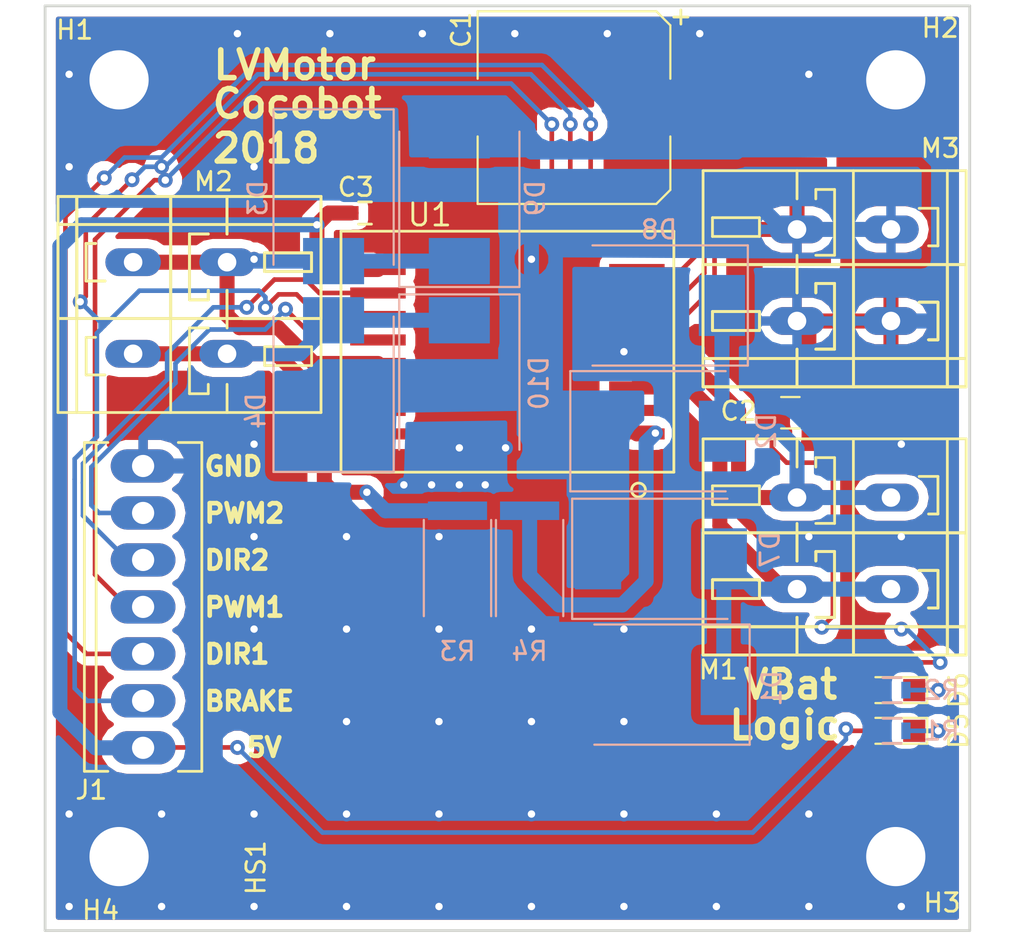
<source format=kicad_pcb>
(kicad_pcb (version 20171130) (host pcbnew "(2017-12-04 revision cd3122d8c)-master")

  (general
    (thickness 1.6)
    (drawings 15)
    (tracks 375)
    (zones 0)
    (modules 27)
    (nets 17)
  )

  (page A4)
  (layers
    (0 F.Cu signal)
    (31 B.Cu signal)
    (32 B.Adhes user)
    (33 F.Adhes user)
    (34 B.Paste user)
    (35 F.Paste user)
    (36 B.SilkS user)
    (37 F.SilkS user)
    (38 B.Mask user)
    (39 F.Mask user)
    (40 Dwgs.User user)
    (41 Cmts.User user)
    (42 Eco1.User user)
    (43 Eco2.User user)
    (44 Edge.Cuts user)
    (45 Margin user)
    (46 B.CrtYd user)
    (47 F.CrtYd user)
    (48 B.Fab user)
    (49 F.Fab user)
  )

  (setup
    (last_trace_width 0.25)
    (user_trace_width 0.4064)
    (user_trace_width 0.6096)
    (user_trace_width 0.8128)
    (trace_clearance 0.2)
    (zone_clearance 0.508)
    (zone_45_only no)
    (trace_min 0.2)
    (segment_width 0.2)
    (edge_width 0.15)
    (via_size 0.8)
    (via_drill 0.4)
    (via_min_size 0.4)
    (via_min_drill 0.3)
    (uvia_size 0.3)
    (uvia_drill 0.1)
    (uvias_allowed no)
    (uvia_min_size 0.2)
    (uvia_min_drill 0.1)
    (pcb_text_width 0.3)
    (pcb_text_size 1.5 1.5)
    (mod_edge_width 0.15)
    (mod_text_size 1 1)
    (mod_text_width 0.15)
    (pad_size 1.524 1.524)
    (pad_drill 0.762)
    (pad_to_mask_clearance 0.2)
    (aux_axis_origin 0 0)
    (visible_elements FFFFFF7F)
    (pcbplotparams
      (layerselection 0x010fc_ffffffff)
      (usegerberextensions false)
      (usegerberattributes false)
      (usegerberadvancedattributes false)
      (creategerberjobfile false)
      (excludeedgelayer true)
      (linewidth 0.100000)
      (plotframeref false)
      (viasonmask false)
      (mode 1)
      (useauxorigin false)
      (hpglpennumber 1)
      (hpglpenspeed 20)
      (hpglpendiameter 15)
      (psnegative false)
      (psa4output false)
      (plotreference true)
      (plotvalue true)
      (plotinvisibletext false)
      (padsonsilk false)
      (subtractmaskfromsilk false)
      (outputformat 1)
      (mirror false)
      (drillshape 1)
      (scaleselection 1)
      (outputdirectory ""))
  )

  (net 0 "")
  (net 1 +BATT)
  (net 2 GND)
  (net 3 +5V)
  (net 4 "Net-(D1-Pad2)")
  (net 5 "Net-(D5-Pad1)")
  (net 6 "Net-(D6-Pad1)")
  (net 7 /dir1)
  (net 8 /pwm1)
  (net 9 /dir2)
  (net 10 /pwm2)
  (net 11 /brake)
  (net 12 "Net-(D2-Pad2)")
  (net 13 "Net-(D10-Pad1)")
  (net 14 "Net-(D3-Pad2)")
  (net 15 "Net-(R3-Pad1)")
  (net 16 "Net-(R4-Pad1)")

  (net_class Default "This is the default net class."
    (clearance 0.2)
    (trace_width 0.25)
    (via_dia 0.8)
    (via_drill 0.4)
    (uvia_dia 0.3)
    (uvia_drill 0.1)
    (add_net +5V)
    (add_net +BATT)
    (add_net /brake)
    (add_net /dir1)
    (add_net /dir2)
    (add_net /pwm1)
    (add_net /pwm2)
    (add_net GND)
    (add_net "Net-(D1-Pad2)")
    (add_net "Net-(D10-Pad1)")
    (add_net "Net-(D2-Pad2)")
    (add_net "Net-(D3-Pad2)")
    (add_net "Net-(D5-Pad1)")
    (add_net "Net-(D6-Pad1)")
    (add_net "Net-(R3-Pad1)")
    (add_net "Net-(R4-Pad1)")
  )

  (module espitall:PowerSO20 (layer F.Cu) (tedit 5A2EE0AB) (tstamp 5A2C1030)
    (at 75 68.7 90)
    (path /5A2AF66C)
    (fp_text reference U1 (at 7.4 -4.2 180) (layer F.SilkS)
      (effects (font (size 1.2 1.2) (thickness 0.15)))
    )
    (fp_text value L298P (at 0 0 90) (layer F.Fab)
      (effects (font (size 1.2 1.2) (thickness 0.15)))
    )
    (fp_line (start 6.515 -9) (end -6.515 -9) (layer F.SilkS) (width 0.15))
    (fp_line (start 6.515 9) (end 6.515 -9) (layer F.SilkS) (width 0.15))
    (fp_line (start -6.515 9) (end 6.515 9) (layer F.SilkS) (width 0.15))
    (fp_line (start -6.515 -9) (end -6.515 9) (layer F.SilkS) (width 0.15))
    (fp_circle (center -7.48 7.09) (end -7.13 7.23) (layer F.SilkS) (width 0.15))
    (pad EP smd rect (at 0 0 90) (size 16 3.5) (layers F.Cu F.Paste F.Mask)
      (net 2 GND))
    (pad EP smd rect (at 0 0 90) (size 9.8 6.2) (layers F.Cu F.Paste F.Mask)
      (net 2 GND))
    (pad 10 smd rect (at 5.715 7 90) (size 0.6 3) (layers F.Cu F.Paste F.Mask)
      (net 2 GND))
    (pad 11 smd rect (at 5.715 -7 90) (size 0.6 3) (layers F.Cu F.Paste F.Mask)
      (net 2 GND))
    (pad 9 smd rect (at 4.445 7 90) (size 0.6 3) (layers F.Cu F.Paste F.Mask)
      (net 8 /pwm1))
    (pad 12 smd rect (at 4.445 -7 90) (size 0.6 3) (layers F.Cu F.Paste F.Mask)
      (net 3 +5V))
    (pad 8 smd rect (at 3.175 7 90) (size 0.6 3) (layers F.Cu F.Paste F.Mask)
      (net 11 /brake))
    (pad 13 smd rect (at 3.175 -7 90) (size 0.6 3) (layers F.Cu F.Paste F.Mask)
      (net 9 /dir2))
    (pad 7 smd rect (at 1.905 7 90) (size 0.6 3) (layers F.Cu F.Paste F.Mask)
      (net 7 /dir1))
    (pad 14 smd rect (at 1.905 -7 90) (size 0.6 3) (layers F.Cu F.Paste F.Mask)
      (net 11 /brake))
    (pad 6 smd rect (at 0.635 7 90) (size 0.6 3) (layers F.Cu F.Paste F.Mask)
      (net 1 +BATT))
    (pad 15 smd rect (at 0.635 -7 90) (size 0.6 3) (layers F.Cu F.Paste F.Mask)
      (net 10 /pwm2))
    (pad 5 smd rect (at -0.635 7 90) (size 0.6 3) (layers F.Cu F.Paste F.Mask)
      (net 12 "Net-(D2-Pad2)"))
    (pad 16 smd rect (at -0.635 -7 90) (size 0.6 3) (layers F.Cu F.Paste F.Mask)
      (net 14 "Net-(D3-Pad2)"))
    (pad 4 smd rect (at -1.905 7 90) (size 0.6 3) (layers F.Cu F.Paste F.Mask)
      (net 4 "Net-(D1-Pad2)"))
    (pad 17 smd rect (at -1.905 -7 90) (size 0.6 3) (layers F.Cu F.Paste F.Mask)
      (net 13 "Net-(D10-Pad1)"))
    (pad 3 smd rect (at -3.175 7 90) (size 0.6 3) (layers F.Cu F.Paste F.Mask))
    (pad 18 smd rect (at -3.175 -7 90) (size 0.6 3) (layers F.Cu F.Paste F.Mask))
    (pad 2 smd rect (at -4.445 7 90) (size 0.6 3) (layers F.Cu F.Paste F.Mask)
      (net 16 "Net-(R4-Pad1)"))
    (pad 19 smd rect (at -4.445 -7 90) (size 0.6 3) (layers F.Cu F.Paste F.Mask)
      (net 15 "Net-(R3-Pad1)"))
    (pad 1 smd rect (at -5.715 7 90) (size 0.6 3) (layers F.Cu F.Paste F.Mask)
      (net 2 GND))
    (pad 20 smd rect (at -5.715 -7 90) (size 0.6 3) (layers F.Cu F.Paste F.Mask)
      (net 2 GND))
    (model "/home/damien/prog/cocobot/hardware/step/User Library-POWER SO-20.step"
      (offset (xyz -7.9 0 4.8))
      (scale (xyz 1 1 1))
      (rotate (xyz 0 0 0))
    )
  )

  (module espitall:R_2512 (layer B.Cu) (tedit 5A2EE00A) (tstamp 5A2C38E1)
    (at 76.2 80.4 270)
    (descr "Resistor SMD 2512, reflow soldering, Vishay (see dcrcw.pdf)")
    (tags "resistor 2512")
    (path /5A2CE637)
    (attr smd)
    (fp_text reference R4 (at 4.5 0) (layer B.SilkS)
      (effects (font (size 1 1) (thickness 0.15)) (justify mirror))
    )
    (fp_text value 500m (at 0 -2.75 270) (layer B.Fab)
      (effects (font (size 1 1) (thickness 0.15)) (justify mirror))
    )
    (fp_text user %R (at 0 0 270) (layer B.Fab)
      (effects (font (size 1 1) (thickness 0.15)) (justify mirror))
    )
    (fp_line (start -3.15 -1.6) (end -3.15 1.6) (layer B.Fab) (width 0.1))
    (fp_line (start 3.15 -1.6) (end -3.15 -1.6) (layer B.Fab) (width 0.1))
    (fp_line (start 3.15 1.6) (end 3.15 -1.6) (layer B.Fab) (width 0.1))
    (fp_line (start -3.15 1.6) (end 3.15 1.6) (layer B.Fab) (width 0.1))
    (fp_line (start 2.6 -1.82) (end -2.6 -1.82) (layer B.SilkS) (width 0.12))
    (fp_line (start -2.6 1.82) (end 2.6 1.82) (layer B.SilkS) (width 0.12))
    (fp_line (start -3.85 1.85) (end 3.85 1.85) (layer B.CrtYd) (width 0.05))
    (fp_line (start -3.85 1.85) (end -3.85 -1.85) (layer B.CrtYd) (width 0.05))
    (fp_line (start 3.85 -1.85) (end 3.85 1.85) (layer B.CrtYd) (width 0.05))
    (fp_line (start 3.85 -1.85) (end -3.85 -1.85) (layer B.CrtYd) (width 0.05))
    (pad 1 smd rect (at -3.1 0 270) (size 1 3.2) (layers B.Cu B.Paste B.Mask)
      (net 16 "Net-(R4-Pad1)"))
    (pad 2 smd rect (at 3.1 0 270) (size 1 3.2) (layers B.Cu B.Paste B.Mask)
      (net 2 GND))
    (model "/home/damien/prog/cocobot/hardware/step/User Library-R2512-1.step"
      (at (xyz 0 0 0))
      (scale (xyz 1 1 1))
      (rotate (xyz -90 0 0))
    )
  )

  (module espitall:R_2512 (layer B.Cu) (tedit 5A2EE00A) (tstamp 5A2C3940)
    (at 72.3 80.4 270)
    (descr "Resistor SMD 2512, reflow soldering, Vishay (see dcrcw.pdf)")
    (tags "resistor 2512")
    (path /5A2CD52E)
    (attr smd)
    (fp_text reference R3 (at 4.5 0) (layer B.SilkS)
      (effects (font (size 1 1) (thickness 0.15)) (justify mirror))
    )
    (fp_text value 500m (at 0 -2.75 270) (layer B.Fab)
      (effects (font (size 1 1) (thickness 0.15)) (justify mirror))
    )
    (fp_text user %R (at 0 0 270) (layer B.Fab)
      (effects (font (size 1 1) (thickness 0.15)) (justify mirror))
    )
    (fp_line (start -3.15 -1.6) (end -3.15 1.6) (layer B.Fab) (width 0.1))
    (fp_line (start 3.15 -1.6) (end -3.15 -1.6) (layer B.Fab) (width 0.1))
    (fp_line (start 3.15 1.6) (end 3.15 -1.6) (layer B.Fab) (width 0.1))
    (fp_line (start -3.15 1.6) (end 3.15 1.6) (layer B.Fab) (width 0.1))
    (fp_line (start 2.6 -1.82) (end -2.6 -1.82) (layer B.SilkS) (width 0.12))
    (fp_line (start -2.6 1.82) (end 2.6 1.82) (layer B.SilkS) (width 0.12))
    (fp_line (start -3.85 1.85) (end 3.85 1.85) (layer B.CrtYd) (width 0.05))
    (fp_line (start -3.85 1.85) (end -3.85 -1.85) (layer B.CrtYd) (width 0.05))
    (fp_line (start 3.85 -1.85) (end 3.85 1.85) (layer B.CrtYd) (width 0.05))
    (fp_line (start 3.85 -1.85) (end -3.85 -1.85) (layer B.CrtYd) (width 0.05))
    (pad 1 smd rect (at -3.1 0 270) (size 1 3.2) (layers B.Cu B.Paste B.Mask)
      (net 15 "Net-(R3-Pad1)"))
    (pad 2 smd rect (at 3.1 0 270) (size 1 3.2) (layers B.Cu B.Paste B.Mask)
      (net 2 GND))
    (model "/home/damien/prog/cocobot/hardware/step/User Library-R2512-1.step"
      (at (xyz 0 0 0))
      (scale (xyz 1 1 1))
      (rotate (xyz -90 0 0))
    )
  )

  (module espitall:BGA_STD_050 (layer F.Cu) (tedit 5A2EDF30) (tstamp 5A2C2A46)
    (at 74.1 88.4)
    (path /5A2F42F0)
    (fp_text reference HS1 (at -12.7 8.2 90) (layer F.SilkS)
      (effects (font (size 1 1) (thickness 0.15)))
    )
    (fp_text value "BGA STD 050" (at 0 -0.5) (layer F.Fab)
      (effects (font (size 1 1) (thickness 0.15)))
    )
    (pad 1 smd rect (at 0 0) (size 22 22) (layers F.Cu F.Paste F.Mask)
      (net 2 GND))
    (model "/home/damien/prog/cocobot/hardware/step/RS 750-0908.STEP"
      (at (xyz 0 0 0))
      (scale (xyz 1 1 1))
      (rotate (xyz 0 0 0))
    )
  )

  (module espitall:CP_Elec_10x10 (layer F.Cu) (tedit 5A2AE155) (tstamp 5A2C0E06)
    (at 78.6 55.5 180)
    (descr "SMT capacitor, aluminium electrolytic, 10x10")
    (path /5A2BB755)
    (attr smd)
    (fp_text reference C1 (at 6.1 4.2 270) (layer F.SilkS)
      (effects (font (size 1 1) (thickness 0.15)))
    )
    (fp_text value 220u (at 0 -6.46 180) (layer F.Fab)
      (effects (font (size 1 1) (thickness 0.15)))
    )
    (fp_circle (center 0 0) (end 0.1 5) (layer F.Fab) (width 0.1))
    (fp_text user + (at -2.91 -0.08 180) (layer F.Fab)
      (effects (font (size 1 1) (thickness 0.15)))
    )
    (fp_text user + (at -5.78 4.97 180) (layer F.SilkS)
      (effects (font (size 1 1) (thickness 0.15)))
    )
    (fp_text user %R (at 6.1 4.1 270) (layer F.Fab)
      (effects (font (size 1 1) (thickness 0.15)))
    )
    (fp_line (start -5.21 -4.45) (end -5.21 -1.56) (layer F.SilkS) (width 0.12))
    (fp_line (start -5.21 4.45) (end -5.21 1.56) (layer F.SilkS) (width 0.12))
    (fp_line (start 5.21 5.21) (end 5.21 1.56) (layer F.SilkS) (width 0.12))
    (fp_line (start 5.21 -5.21) (end 5.21 -1.56) (layer F.SilkS) (width 0.12))
    (fp_line (start 5.05 5.05) (end 5.05 -5.05) (layer F.Fab) (width 0.1))
    (fp_line (start -4.38 5.05) (end 5.05 5.05) (layer F.Fab) (width 0.1))
    (fp_line (start -5.05 4.38) (end -4.38 5.05) (layer F.Fab) (width 0.1))
    (fp_line (start -5.05 -4.38) (end -5.05 4.38) (layer F.Fab) (width 0.1))
    (fp_line (start -4.38 -5.05) (end -5.05 -4.38) (layer F.Fab) (width 0.1))
    (fp_line (start 5.05 -5.05) (end -4.38 -5.05) (layer F.Fab) (width 0.1))
    (fp_line (start 5.21 5.21) (end -4.45 5.21) (layer F.SilkS) (width 0.12))
    (fp_line (start -4.45 5.21) (end -5.21 4.45) (layer F.SilkS) (width 0.12))
    (fp_line (start -5.21 -4.45) (end -4.45 -5.21) (layer F.SilkS) (width 0.12))
    (fp_line (start -4.45 -5.21) (end 5.21 -5.21) (layer F.SilkS) (width 0.12))
    (fp_line (start -6.25 -5.31) (end 6.25 -5.31) (layer F.CrtYd) (width 0.05))
    (fp_line (start -6.25 -5.31) (end -6.25 5.3) (layer F.CrtYd) (width 0.05))
    (fp_line (start 6.25 5.3) (end 6.25 -5.31) (layer F.CrtYd) (width 0.05))
    (fp_line (start 6.25 5.3) (end -6.25 5.3) (layer F.CrtYd) (width 0.05))
    (pad 1 smd rect (at -4 0) (size 4 2.5) (layers F.Cu F.Paste F.Mask)
      (net 1 +BATT))
    (pad 2 smd rect (at 4 0) (size 4 2.5) (layers F.Cu F.Paste F.Mask)
      (net 2 GND))
    (model "/home/damien/prog/cocobot/hardware/step/User Library-CC1010.step"
      (at (xyz 0 0 0))
      (scale (xyz 1 1 1))
      (rotate (xyz 0 0 0))
    )
  )

  (module espitall:C_0805 (layer F.Cu) (tedit 5A2AEAC4) (tstamp 5A2C0E17)
    (at 90.3 72)
    (descr "Capacitor SMD 0805, reflow soldering, AVX (see smccp.pdf)")
    (tags "capacitor 0805")
    (path /5A2BB7A7)
    (attr smd)
    (fp_text reference C2 (at -2.8034 -0.0889) (layer F.SilkS)
      (effects (font (size 1 1) (thickness 0.15)))
    )
    (fp_text value 100n (at 0 1.75) (layer F.Fab)
      (effects (font (size 1 1) (thickness 0.15)))
    )
    (fp_text user %R (at 0 -1.5) (layer F.Fab)
      (effects (font (size 1 1) (thickness 0.15)))
    )
    (fp_line (start -1 0.62) (end -1 -0.62) (layer F.Fab) (width 0.1))
    (fp_line (start 1 0.62) (end -1 0.62) (layer F.Fab) (width 0.1))
    (fp_line (start 1 -0.62) (end 1 0.62) (layer F.Fab) (width 0.1))
    (fp_line (start -1 -0.62) (end 1 -0.62) (layer F.Fab) (width 0.1))
    (fp_line (start 0.5 -0.85) (end -0.5 -0.85) (layer F.SilkS) (width 0.12))
    (fp_line (start -0.5 0.85) (end 0.5 0.85) (layer F.SilkS) (width 0.12))
    (fp_line (start -1.75 -0.88) (end 1.75 -0.88) (layer F.CrtYd) (width 0.05))
    (fp_line (start -1.75 -0.88) (end -1.75 0.87) (layer F.CrtYd) (width 0.05))
    (fp_line (start 1.75 0.87) (end 1.75 -0.88) (layer F.CrtYd) (width 0.05))
    (fp_line (start 1.75 0.87) (end -1.75 0.87) (layer F.CrtYd) (width 0.05))
    (pad 1 smd rect (at -1 0) (size 1 1.25) (layers F.Cu F.Paste F.Mask)
      (net 1 +BATT))
    (pad 2 smd rect (at 1 0) (size 1 1.25) (layers F.Cu F.Paste F.Mask)
      (net 2 GND))
    (model "/home/damien/prog/cocobot/hardware/step/SW3DPS-CAPACITOR 0805-DEFAULT.STEP"
      (at (xyz 0 0 0))
      (scale (xyz 1 1 1))
      (rotate (xyz -90 0 0))
    )
  )

  (module espitall:C_0603 (layer F.Cu) (tedit 59D9CD42) (tstamp 5A2C0E23)
    (at 67.3 61.2)
    (descr "Capacitor SMD 0603, reflow soldering, AVX (see smccp.pdf)")
    (tags "capacitor 0603")
    (path /5A2CB2E4)
    (attr smd)
    (fp_text reference C3 (at -0.5 -1.4) (layer F.SilkS)
      (effects (font (size 1 1) (thickness 0.15)))
    )
    (fp_text value 100n (at 0 1.9) (layer F.Fab)
      (effects (font (size 1 1) (thickness 0.15)))
    )
    (fp_line (start -1.45 -0.75) (end 1.45 -0.75) (layer F.CrtYd) (width 0.05))
    (fp_line (start -1.45 0.75) (end 1.45 0.75) (layer F.CrtYd) (width 0.05))
    (fp_line (start -1.45 -0.75) (end -1.45 0.75) (layer F.CrtYd) (width 0.05))
    (fp_line (start 1.45 -0.75) (end 1.45 0.75) (layer F.CrtYd) (width 0.05))
    (fp_line (start -0.35 -0.6) (end 0.35 -0.6) (layer F.SilkS) (width 0.15))
    (fp_line (start 0.35 0.6) (end -0.35 0.6) (layer F.SilkS) (width 0.15))
    (pad 1 smd rect (at -0.75 0) (size 0.8 0.75) (layers F.Cu F.Paste F.Mask)
      (net 3 +5V))
    (pad 2 smd rect (at 0.75 0) (size 0.8 0.75) (layers F.Cu F.Paste F.Mask)
      (net 2 GND))
    (model "/home/damien/prog/cocobot/hardware/step/SW3DPS-CAPACITOR 0603-DEFAULT.STEP"
      (at (xyz 0 0 0))
      (scale (xyz 1 1 1))
      (rotate (xyz -90 0 0))
    )
  )

  (module espitall:LED_0805 (layer F.Cu) (tedit 59D9E212) (tstamp 5A2C0E50)
    (at 95.9 89.2 180)
    (descr "LED 0805 smd package")
    (tags "LED led 0805 SMD smd SMT smt smdled SMDLED smtled SMTLED")
    (path /5A30D2CB)
    (attr smd)
    (fp_text reference D5 (at -3.5 0 270) (layer F.SilkS)
      (effects (font (size 1 1) (thickness 0.15)))
    )
    (fp_text value LED_green (at 0 1.55 180) (layer F.Fab)
      (effects (font (size 1 1) (thickness 0.15)))
    )
    (fp_line (start -1.95 -0.85) (end 1.95 -0.85) (layer F.CrtYd) (width 0.05))
    (fp_line (start -1.95 0.85) (end -1.95 -0.85) (layer F.CrtYd) (width 0.05))
    (fp_line (start 1.95 0.85) (end -1.95 0.85) (layer F.CrtYd) (width 0.05))
    (fp_line (start 1.95 -0.85) (end 1.95 0.85) (layer F.CrtYd) (width 0.05))
    (fp_line (start -1.8 -0.7) (end 1 -0.7) (layer F.SilkS) (width 0.12))
    (fp_line (start -1.8 0.7) (end 1 0.7) (layer F.SilkS) (width 0.12))
    (fp_line (start -1 0.6) (end -1 -0.6) (layer F.Fab) (width 0.1))
    (fp_line (start -1 -0.6) (end 1 -0.6) (layer F.Fab) (width 0.1))
    (fp_line (start 1 -0.6) (end 1 0.6) (layer F.Fab) (width 0.1))
    (fp_line (start 1 0.6) (end -1 0.6) (layer F.Fab) (width 0.1))
    (fp_line (start 0.2 -0.4) (end 0.2 0.4) (layer F.Fab) (width 0.1))
    (fp_line (start 0.2 0.4) (end -0.4 0) (layer F.Fab) (width 0.1))
    (fp_line (start -0.4 0) (end 0.2 -0.4) (layer F.Fab) (width 0.1))
    (fp_line (start -0.4 -0.4) (end -0.4 0.4) (layer F.Fab) (width 0.1))
    (fp_line (start -1.8 -0.7) (end -1.8 0.7) (layer F.SilkS) (width 0.12))
    (pad 1 smd rect (at -1.099999 0) (size 1.2 1.2) (layers F.Cu F.Paste F.Mask)
      (net 5 "Net-(D5-Pad1)"))
    (pad 2 smd rect (at 1.099999 0) (size 1.2 1.2) (layers F.Cu F.Paste F.Mask)
      (net 3 +5V))
    (model "/home/damien/prog/cocobot/hardware/step/User Library-led_0805LED0805_red.STEP"
      (at (xyz 0 0 0))
      (scale (xyz 1 1 1))
      (rotate (xyz 0 0 0))
    )
  )

  (module espitall:LED_0805 (layer F.Cu) (tedit 59D9E212) (tstamp 5A2C0E65)
    (at 95.900001 87 180)
    (descr "LED 0805 smd package")
    (tags "LED led 0805 SMD smd SMT smt smdled SMDLED smtled SMTLED")
    (path /5A3179E2)
    (attr smd)
    (fp_text reference D6 (at -3.499999 0 270) (layer F.SilkS)
      (effects (font (size 1 1) (thickness 0.15)))
    )
    (fp_text value LED_green (at 0 1.55 180) (layer F.Fab)
      (effects (font (size 1 1) (thickness 0.15)))
    )
    (fp_line (start -1.8 -0.7) (end -1.8 0.7) (layer F.SilkS) (width 0.12))
    (fp_line (start -0.4 -0.4) (end -0.4 0.4) (layer F.Fab) (width 0.1))
    (fp_line (start -0.4 0) (end 0.2 -0.4) (layer F.Fab) (width 0.1))
    (fp_line (start 0.2 0.4) (end -0.4 0) (layer F.Fab) (width 0.1))
    (fp_line (start 0.2 -0.4) (end 0.2 0.4) (layer F.Fab) (width 0.1))
    (fp_line (start 1 0.6) (end -1 0.6) (layer F.Fab) (width 0.1))
    (fp_line (start 1 -0.6) (end 1 0.6) (layer F.Fab) (width 0.1))
    (fp_line (start -1 -0.6) (end 1 -0.6) (layer F.Fab) (width 0.1))
    (fp_line (start -1 0.6) (end -1 -0.6) (layer F.Fab) (width 0.1))
    (fp_line (start -1.8 0.7) (end 1 0.7) (layer F.SilkS) (width 0.12))
    (fp_line (start -1.8 -0.7) (end 1 -0.7) (layer F.SilkS) (width 0.12))
    (fp_line (start 1.95 -0.85) (end 1.95 0.85) (layer F.CrtYd) (width 0.05))
    (fp_line (start 1.95 0.85) (end -1.95 0.85) (layer F.CrtYd) (width 0.05))
    (fp_line (start -1.95 0.85) (end -1.95 -0.85) (layer F.CrtYd) (width 0.05))
    (fp_line (start -1.95 -0.85) (end 1.95 -0.85) (layer F.CrtYd) (width 0.05))
    (pad 2 smd rect (at 1.099999 0) (size 1.2 1.2) (layers F.Cu F.Paste F.Mask)
      (net 1 +BATT))
    (pad 1 smd rect (at -1.099999 0) (size 1.2 1.2) (layers F.Cu F.Paste F.Mask)
      (net 6 "Net-(D6-Pad1)"))
    (model "/home/damien/prog/cocobot/hardware/step/User Library-led_0805LED0805_red.STEP"
      (at (xyz 0 0 0))
      (scale (xyz 1 1 1))
      (rotate (xyz 0 0 0))
    )
  )

  (module Mounting_Holes:MountingHole_3.2mm_M3 (layer F.Cu) (tedit 56D1B4CB) (tstamp 5A2C0E6D)
    (at 54 54)
    (descr "Mounting Hole 3.2mm, no annular, M3")
    (tags "mounting hole 3.2mm no annular m3")
    (path /5A2F8E14)
    (attr virtual)
    (fp_text reference H1 (at -2.4 -2.7) (layer F.SilkS)
      (effects (font (size 1 1) (thickness 0.15)))
    )
    (fp_text value Conn_01x01 (at 0 4.2) (layer F.Fab)
      (effects (font (size 1 1) (thickness 0.15)))
    )
    (fp_circle (center 0 0) (end 3.45 0) (layer F.CrtYd) (width 0.05))
    (fp_circle (center 0 0) (end 3.2 0) (layer Cmts.User) (width 0.15))
    (fp_text user %R (at 0.3 0) (layer F.Fab)
      (effects (font (size 1 1) (thickness 0.15)))
    )
    (pad 1 np_thru_hole circle (at 0 0) (size 3.2 3.2) (drill 3.2) (layers *.Cu *.Mask)
      (net 2 GND))
  )

  (module Mounting_Holes:MountingHole_3.2mm_M3 (layer F.Cu) (tedit 56D1B4CB) (tstamp 5A2C0E75)
    (at 96 54)
    (descr "Mounting Hole 3.2mm, no annular, M3")
    (tags "mounting hole 3.2mm no annular m3")
    (path /5A2FD7F9)
    (attr virtual)
    (fp_text reference H2 (at 2.4 -2.8) (layer F.SilkS)
      (effects (font (size 1 1) (thickness 0.15)))
    )
    (fp_text value Conn_01x01 (at 0 4.2) (layer F.Fab)
      (effects (font (size 1 1) (thickness 0.15)))
    )
    (fp_text user %R (at 0.3 0) (layer F.Fab)
      (effects (font (size 1 1) (thickness 0.15)))
    )
    (fp_circle (center 0 0) (end 3.2 0) (layer Cmts.User) (width 0.15))
    (fp_circle (center 0 0) (end 3.45 0) (layer F.CrtYd) (width 0.05))
    (pad 1 np_thru_hole circle (at 0 0) (size 3.2 3.2) (drill 3.2) (layers *.Cu *.Mask)
      (net 2 GND))
  )

  (module Mounting_Holes:MountingHole_3.2mm_M3 (layer F.Cu) (tedit 56D1B4CB) (tstamp 5A2C0E7D)
    (at 96 96)
    (descr "Mounting Hole 3.2mm, no annular, M3")
    (tags "mounting hole 3.2mm no annular m3")
    (path /5A2FFEF3)
    (attr virtual)
    (fp_text reference H3 (at 2.5 2.5) (layer F.SilkS)
      (effects (font (size 1 1) (thickness 0.15)))
    )
    (fp_text value Conn_01x01 (at 0 4.2) (layer F.Fab)
      (effects (font (size 1 1) (thickness 0.15)))
    )
    (fp_circle (center 0 0) (end 3.45 0) (layer F.CrtYd) (width 0.05))
    (fp_circle (center 0 0) (end 3.2 0) (layer Cmts.User) (width 0.15))
    (fp_text user %R (at 0.3 0) (layer F.Fab)
      (effects (font (size 1 1) (thickness 0.15)))
    )
    (pad 1 np_thru_hole circle (at 0 0) (size 3.2 3.2) (drill 3.2) (layers *.Cu *.Mask)
      (net 2 GND))
  )

  (module Mounting_Holes:MountingHole_3.2mm_M3 (layer F.Cu) (tedit 56D1B4CB) (tstamp 5A2C0E85)
    (at 54 96)
    (descr "Mounting Hole 3.2mm, no annular, M3")
    (tags "mounting hole 3.2mm no annular m3")
    (path /5A2FFF01)
    (attr virtual)
    (fp_text reference H4 (at -1 2.9) (layer F.SilkS)
      (effects (font (size 1 1) (thickness 0.15)))
    )
    (fp_text value Conn_01x01 (at 0 4.2) (layer F.Fab)
      (effects (font (size 1 1) (thickness 0.15)))
    )
    (fp_text user %R (at 0.3 0) (layer F.Fab)
      (effects (font (size 1 1) (thickness 0.15)))
    )
    (fp_circle (center 0 0) (end 3.2 0) (layer Cmts.User) (width 0.15))
    (fp_circle (center 0 0) (end 3.45 0) (layer F.CrtYd) (width 0.05))
    (pad 1 np_thru_hole circle (at 0 0) (size 3.2 3.2) (drill 3.2) (layers *.Cu *.Mask)
      (net 2 GND))
  )

  (module espitall:Socket_MOLEX-KK-RM2-54mm_Lock_7pin_straight (layer F.Cu) (tedit 59D9DD7F) (tstamp 5A2C0E97)
    (at 55.3 82.5 90)
    (descr "Socket, MOLEX, KK, RM 2.54mm, Lock, 5pin, straight,")
    (tags "Socket, MOLEX, KK, RM 2.54mm, Lock, 5pin, straight,")
    (path /5A2BE326)
    (fp_text reference J1 (at -9.9 -2.8) (layer F.SilkS)
      (effects (font (size 1 1) (thickness 0.15)))
    )
    (fp_text value Conn_01x07 (at 0 5.08 90) (layer F.Fab)
      (effects (font (size 1 1) (thickness 0.15)))
    )
    (fp_line (start 8.89 3.175) (end 8.89 1.905) (layer F.SilkS) (width 0.15))
    (fp_line (start 8.89 -2.54) (end -8.89 -2.54) (layer F.SilkS) (width 0.15))
    (fp_line (start -8.89 -3.175) (end 8.89 -3.175) (layer F.SilkS) (width 0.15))
    (fp_line (start 8.89 -1.905) (end 8.89 -3.175) (layer F.SilkS) (width 0.15))
    (fp_line (start -8.89 -1.905) (end -8.89 -3.175) (layer F.SilkS) (width 0.15))
    (fp_line (start 8.89 3.175) (end -8.89 3.175) (layer F.SilkS) (width 0.15))
    (fp_line (start -8.89 3.175) (end -8.89 1.905) (layer F.SilkS) (width 0.15))
    (pad 1 thru_hole oval (at -7.62 0 90) (size 1.80086 3.50012) (drill 1.19888) (layers *.Cu *.Mask)
      (net 3 +5V))
    (pad 3 thru_hole oval (at -2.54 0 90) (size 1.80086 3.50012) (drill 1.19888) (layers *.Cu *.Mask)
      (net 7 /dir1))
    (pad 4 thru_hole oval (at 0 0 90) (size 1.80086 3.50012) (drill 1.19888) (layers *.Cu *.Mask)
      (net 8 /pwm1))
    (pad 5 thru_hole oval (at 2.54 0 90) (size 1.80086 3.50012) (drill 1.19888) (layers *.Cu *.Mask)
      (net 9 /dir2))
    (pad 6 thru_hole oval (at 5.08 0 90) (size 1.80086 3.50012) (drill 1.19888) (layers *.Cu *.Mask)
      (net 10 /pwm2))
    (pad 7 thru_hole oval (at 7.62 0 90) (size 1.80086 3.50012) (drill 1.19888) (layers *.Cu *.Mask)
      (net 2 GND))
    (pad 2 thru_hole oval (at -5.08 0 90) (size 1.80086 3.50012) (drill 1.19888) (layers *.Cu *.Mask)
      (net 11 /brake))
    (model /home/damien/prog/cocobot/hardware/step/022112072.stp
      (at (xyz 0 0 0))
      (scale (xyz 1 1 1))
      (rotate (xyz -90 0 0))
    )
  )

  (module espitall:TerminalBlock_WAGO-236_2Stift_RM5mm_2pol (layer F.Cu) (tedit 5A2AE8B2) (tstamp 5A2C0F0D)
    (at 93.2 79 90)
    (descr "WAGO-Series 236, 2Stift, 2pol, RM 5mm,")
    (tags "WAGO-Series 236, 2Stift, 2pol, RM 5mm, Anreibare Leiterplattenklemme")
    (path /5A2BA061)
    (fp_text reference M1 (at -6.9 -6.8 180) (layer F.SilkS)
      (effects (font (size 1 1) (thickness 0.15)))
    )
    (fp_text value CONN_2_PWR (at 0 8.89 90) (layer F.Fab)
      (effects (font (size 1 1) (thickness 0.15)))
    )
    (fp_line (start 2.032 -4.572) (end 3.048 -4.572) (layer F.SilkS) (width 0.15))
    (fp_line (start 3.048 -4.572) (end 3.048 -7.112) (layer F.SilkS) (width 0.15))
    (fp_line (start 3.048 -7.112) (end 2.032 -7.112) (layer F.SilkS) (width 0.15))
    (fp_line (start 2.032 -7.112) (end 2.032 -4.572) (layer F.SilkS) (width 0.15))
    (fp_line (start 4.064 -2.54) (end 5.588 -2.54) (layer F.SilkS) (width 0.15))
    (fp_line (start 0.508 -2.54) (end 1.016 -2.54) (layer F.SilkS) (width 0.15))
    (fp_line (start 1.016 -1.524) (end 1.016 -0.508) (layer F.SilkS) (width 0.15))
    (fp_line (start 1.016 -0.508) (end 4.572 -0.508) (layer F.SilkS) (width 0.15))
    (fp_line (start 4.572 -0.508) (end 4.572 -1.524) (layer F.SilkS) (width 0.15))
    (fp_line (start 4.572 -1.524) (end 4.064 -1.524) (layer F.SilkS) (width 0.15))
    (fp_line (start 1.524 4.572) (end 1.524 5.08) (layer F.SilkS) (width 0.15))
    (fp_line (start 1.524 5.08) (end 3.556 5.08) (layer F.SilkS) (width 0.15))
    (fp_line (start 3.556 5.08) (end 3.556 4.064) (layer F.SilkS) (width 0.15))
    (fp_line (start 0.508 5.588) (end 5.588 5.588) (layer F.SilkS) (width 0.15))
    (fp_line (start 0.508 0.508) (end 5.588 0.508) (layer F.SilkS) (width 0.15))
    (fp_line (start 0.508 6.604) (end 5.588 6.604) (layer F.SilkS) (width 0.15))
    (fp_line (start 5.588 6.604) (end 5.588 -7.62) (layer F.SilkS) (width 0.15))
    (fp_line (start 5.588 -7.62) (end 0.508 -7.62) (layer F.SilkS) (width 0.15))
    (fp_line (start -4.572 -7.62) (end -2.54 -7.62) (layer F.SilkS) (width 0.15))
    (fp_line (start -4.572 6.604) (end -4.572 -7.62) (layer F.SilkS) (width 0.15))
    (fp_line (start 0.508 6.604) (end -4.572 6.604) (layer F.SilkS) (width 0.15))
    (fp_line (start 0.508 -7.62) (end 0.508 6.604) (layer F.SilkS) (width 0.15))
    (fp_line (start -2.54 -7.62) (end 0.508 -7.62) (layer F.SilkS) (width 0.15))
    (fp_line (start -6.096 -7.62) (end -4.572 -7.62) (layer F.SilkS) (width 0.15))
    (fp_line (start -6.096 6.604) (end -6.096 -7.62) (layer F.SilkS) (width 0.15))
    (fp_line (start -4.572 6.604) (end -6.096 6.604) (layer F.SilkS) (width 0.15))
    (fp_line (start -6.096 -2.54) (end -4.064 -2.54) (layer F.SilkS) (width 0.15))
    (fp_line (start -1.016 -2.54) (end 0.508 -2.54) (layer F.SilkS) (width 0.15))
    (fp_line (start -3.048 -4.572) (end -3.048 -7.112) (layer F.SilkS) (width 0.15))
    (fp_line (start -2.032 -4.572) (end -3.048 -4.572) (layer F.SilkS) (width 0.15))
    (fp_line (start -2.032 -7.112) (end -2.032 -4.572) (layer F.SilkS) (width 0.15))
    (fp_line (start -3.048 -7.112) (end -2.032 -7.112) (layer F.SilkS) (width 0.15))
    (fp_line (start -6.096 0.508) (end 0.508 0.508) (layer F.SilkS) (width 0.15))
    (fp_line (start -6.096 5.588) (end 0.508 5.588) (layer F.SilkS) (width 0.15))
    (fp_line (start -0.508 -1.524) (end -1.016 -1.524) (layer F.SilkS) (width 0.15))
    (fp_line (start -0.508 -0.508) (end -0.508 -1.524) (layer F.SilkS) (width 0.15))
    (fp_line (start -4.064 -0.508) (end -0.508 -0.508) (layer F.SilkS) (width 0.15))
    (fp_line (start -4.064 -1.524) (end -4.064 -0.508) (layer F.SilkS) (width 0.15))
    (fp_line (start -1.524 5.08) (end -1.524 4.064) (layer F.SilkS) (width 0.15))
    (fp_line (start -3.556 5.08) (end -1.524 5.08) (layer F.SilkS) (width 0.15))
    (fp_line (start -3.556 4.572) (end -3.556 5.08) (layer F.SilkS) (width 0.15))
    (fp_line (start -3.556 4.572) (end -3.556 5.08) (layer F.SilkS) (width 0.15))
    (fp_line (start -3.556 5.08) (end -1.524 5.08) (layer F.SilkS) (width 0.15))
    (fp_line (start -1.524 5.08) (end -1.524 4.064) (layer F.SilkS) (width 0.15))
    (fp_line (start -4.064 -1.524) (end -4.064 -0.508) (layer F.SilkS) (width 0.15))
    (fp_line (start -4.064 -0.508) (end -0.508 -0.508) (layer F.SilkS) (width 0.15))
    (fp_line (start -0.508 -0.508) (end -0.508 -1.524) (layer F.SilkS) (width 0.15))
    (fp_line (start -0.508 -1.524) (end -1.016 -1.524) (layer F.SilkS) (width 0.15))
    (fp_line (start -6.096 5.588) (end 0.508 5.588) (layer F.SilkS) (width 0.15))
    (fp_line (start -6.096 0.508) (end 0.508 0.508) (layer F.SilkS) (width 0.15))
    (fp_line (start -3.048 -7.112) (end -2.032 -7.112) (layer F.SilkS) (width 0.15))
    (fp_line (start -2.032 -7.112) (end -2.032 -4.572) (layer F.SilkS) (width 0.15))
    (fp_line (start -2.032 -4.572) (end -3.048 -4.572) (layer F.SilkS) (width 0.15))
    (fp_line (start -3.048 -4.572) (end -3.048 -7.112) (layer F.SilkS) (width 0.15))
    (fp_line (start -1.016 -2.54) (end 0.508 -2.54) (layer F.SilkS) (width 0.15))
    (fp_line (start -6.096 -2.54) (end -4.064 -2.54) (layer F.SilkS) (width 0.15))
    (fp_line (start -4.572 6.604) (end -6.096 6.604) (layer F.SilkS) (width 0.15))
    (fp_line (start -6.096 6.604) (end -6.096 -7.62) (layer F.SilkS) (width 0.15))
    (fp_line (start -6.096 -7.62) (end -4.572 -7.62) (layer F.SilkS) (width 0.15))
    (fp_line (start -2.54 -7.62) (end 0.508 -7.62) (layer F.SilkS) (width 0.15))
    (fp_line (start 0.508 -7.62) (end 0.508 6.604) (layer F.SilkS) (width 0.15))
    (fp_line (start 0.508 6.604) (end -4.572 6.604) (layer F.SilkS) (width 0.15))
    (fp_line (start -4.572 6.604) (end -4.572 -7.62) (layer F.SilkS) (width 0.15))
    (fp_line (start -4.572 -7.62) (end -2.54 -7.62) (layer F.SilkS) (width 0.15))
    (fp_line (start -4.572 -7.62) (end -2.54 -7.62) (layer F.SilkS) (width 0.15))
    (fp_line (start -4.572 6.604) (end -4.572 -7.62) (layer F.SilkS) (width 0.15))
    (fp_line (start 0.508 6.604) (end -4.572 6.604) (layer F.SilkS) (width 0.15))
    (fp_line (start 0.508 -7.62) (end 0.508 6.604) (layer F.SilkS) (width 0.15))
    (fp_line (start -2.54 -7.62) (end 0.508 -7.62) (layer F.SilkS) (width 0.15))
    (fp_line (start -6.096 -7.62) (end -4.572 -7.62) (layer F.SilkS) (width 0.15))
    (fp_line (start -6.096 6.604) (end -6.096 -7.62) (layer F.SilkS) (width 0.15))
    (fp_line (start -4.572 6.604) (end -6.096 6.604) (layer F.SilkS) (width 0.15))
    (fp_line (start -6.096 -2.54) (end -4.064 -2.54) (layer F.SilkS) (width 0.15))
    (fp_line (start -1.016 -2.54) (end 0.508 -2.54) (layer F.SilkS) (width 0.15))
    (fp_line (start -3.048 -4.572) (end -3.048 -7.112) (layer F.SilkS) (width 0.15))
    (fp_line (start -2.032 -4.572) (end -3.048 -4.572) (layer F.SilkS) (width 0.15))
    (fp_line (start -2.032 -7.112) (end -2.032 -4.572) (layer F.SilkS) (width 0.15))
    (fp_line (start -3.048 -7.112) (end -2.032 -7.112) (layer F.SilkS) (width 0.15))
    (fp_line (start -6.096 0.508) (end 0.508 0.508) (layer F.SilkS) (width 0.15))
    (fp_line (start -6.096 5.588) (end 0.508 5.588) (layer F.SilkS) (width 0.15))
    (fp_line (start -0.508 -1.524) (end -1.016 -1.524) (layer F.SilkS) (width 0.15))
    (fp_line (start -0.508 -0.508) (end -0.508 -1.524) (layer F.SilkS) (width 0.15))
    (fp_line (start -4.064 -0.508) (end -0.508 -0.508) (layer F.SilkS) (width 0.15))
    (fp_line (start -4.064 -1.524) (end -4.064 -0.508) (layer F.SilkS) (width 0.15))
    (fp_line (start -1.524 5.08) (end -1.524 4.064) (layer F.SilkS) (width 0.15))
    (fp_line (start -3.556 5.08) (end -1.524 5.08) (layer F.SilkS) (width 0.15))
    (fp_line (start -3.556 4.572) (end -3.556 5.08) (layer F.SilkS) (width 0.15))
    (fp_line (start -3.556 4.572) (end -3.556 5.08) (layer F.SilkS) (width 0.15))
    (fp_line (start -3.556 5.08) (end -1.524 5.08) (layer F.SilkS) (width 0.15))
    (fp_line (start -1.524 5.08) (end -1.524 4.064) (layer F.SilkS) (width 0.15))
    (fp_line (start -4.064 -1.524) (end -4.064 -0.508) (layer F.SilkS) (width 0.15))
    (fp_line (start -4.064 -0.508) (end -0.508 -0.508) (layer F.SilkS) (width 0.15))
    (fp_line (start -0.508 -0.508) (end -0.508 -1.524) (layer F.SilkS) (width 0.15))
    (fp_line (start -0.508 -1.524) (end -1.016 -1.524) (layer F.SilkS) (width 0.15))
    (fp_line (start -6.096 5.588) (end 0.508 5.588) (layer F.SilkS) (width 0.15))
    (fp_line (start -6.096 0.508) (end 0.508 0.508) (layer F.SilkS) (width 0.15))
    (fp_line (start -3.048 -7.112) (end -2.032 -7.112) (layer F.SilkS) (width 0.15))
    (fp_line (start -2.032 -7.112) (end -2.032 -4.572) (layer F.SilkS) (width 0.15))
    (fp_line (start -2.032 -4.572) (end -3.048 -4.572) (layer F.SilkS) (width 0.15))
    (fp_line (start -3.048 -4.572) (end -3.048 -7.112) (layer F.SilkS) (width 0.15))
    (fp_line (start -1.016 -2.54) (end 0.508 -2.54) (layer F.SilkS) (width 0.15))
    (fp_line (start -6.096 -2.54) (end -4.064 -2.54) (layer F.SilkS) (width 0.15))
    (fp_line (start -4.572 6.604) (end -6.096 6.604) (layer F.SilkS) (width 0.15))
    (fp_line (start -6.096 6.604) (end -6.096 -7.62) (layer F.SilkS) (width 0.15))
    (fp_line (start -6.096 -7.62) (end -4.572 -7.62) (layer F.SilkS) (width 0.15))
    (fp_line (start -2.54 -7.62) (end 0.508 -7.62) (layer F.SilkS) (width 0.15))
    (fp_line (start 0.508 -7.62) (end 0.508 6.604) (layer F.SilkS) (width 0.15))
    (fp_line (start 0.508 6.604) (end -4.572 6.604) (layer F.SilkS) (width 0.15))
    (fp_line (start -4.572 6.604) (end -4.572 -7.62) (layer F.SilkS) (width 0.15))
    (fp_line (start -4.572 -7.62) (end -2.54 -7.62) (layer F.SilkS) (width 0.15))
    (pad 1 thru_hole oval (at -2.54 2.54 180) (size 2.99974 1.50114) (drill 1.00076) (layers *.Cu *.Mask)
      (net 4 "Net-(D1-Pad2)"))
    (pad 1 thru_hole oval (at -2.54 -2.54 180) (size 2.99974 1.50114) (drill 1.00076) (layers *.Cu *.Mask)
      (net 4 "Net-(D1-Pad2)"))
    (pad 2 thru_hole oval (at 2.413 2.54 180) (size 2.99974 1.50114) (drill 1.00076) (layers *.Cu *.Mask)
      (net 12 "Net-(D2-Pad2)"))
    (pad 2 thru_hole oval (at 2.413 -2.54 180) (size 2.99974 1.50114) (drill 1.00076) (layers *.Cu *.Mask)
      (net 12 "Net-(D2-Pad2)"))
    (model /home/damien/prog/cocobot/hardware/step/236-401.stp
      (offset (xyz 0.5 2.5 0))
      (scale (xyz 1 1 1))
      (rotate (xyz -90 0 90))
    )
    (model /home/damien/prog/cocobot/hardware/step/236-401.stp
      (offset (xyz 5.5 2.5 0))
      (scale (xyz 1 1 1))
      (rotate (xyz -90 0 90))
    )
  )

  (module espitall:TerminalBlock_WAGO-236_2Stift_RM5mm_2pol (layer F.Cu) (tedit 5A2AE8B2) (tstamp 5A2C0F83)
    (at 57.3 66.4 270)
    (descr "WAGO-Series 236, 2Stift, 2pol, RM 5mm,")
    (tags "WAGO-Series 236, 2Stift, 2pol, RM 5mm, Anreibare Leiterplattenklemme")
    (path /5A2BA0D4)
    (fp_text reference M2 (at -6.9 -1.8 180) (layer F.SilkS)
      (effects (font (size 1 1) (thickness 0.15)))
    )
    (fp_text value CONN_2_PWR (at 0 8.89 270) (layer F.Fab)
      (effects (font (size 1 1) (thickness 0.15)))
    )
    (fp_line (start -4.572 -7.62) (end -2.54 -7.62) (layer F.SilkS) (width 0.15))
    (fp_line (start -4.572 6.604) (end -4.572 -7.62) (layer F.SilkS) (width 0.15))
    (fp_line (start 0.508 6.604) (end -4.572 6.604) (layer F.SilkS) (width 0.15))
    (fp_line (start 0.508 -7.62) (end 0.508 6.604) (layer F.SilkS) (width 0.15))
    (fp_line (start -2.54 -7.62) (end 0.508 -7.62) (layer F.SilkS) (width 0.15))
    (fp_line (start -6.096 -7.62) (end -4.572 -7.62) (layer F.SilkS) (width 0.15))
    (fp_line (start -6.096 6.604) (end -6.096 -7.62) (layer F.SilkS) (width 0.15))
    (fp_line (start -4.572 6.604) (end -6.096 6.604) (layer F.SilkS) (width 0.15))
    (fp_line (start -6.096 -2.54) (end -4.064 -2.54) (layer F.SilkS) (width 0.15))
    (fp_line (start -1.016 -2.54) (end 0.508 -2.54) (layer F.SilkS) (width 0.15))
    (fp_line (start -3.048 -4.572) (end -3.048 -7.112) (layer F.SilkS) (width 0.15))
    (fp_line (start -2.032 -4.572) (end -3.048 -4.572) (layer F.SilkS) (width 0.15))
    (fp_line (start -2.032 -7.112) (end -2.032 -4.572) (layer F.SilkS) (width 0.15))
    (fp_line (start -3.048 -7.112) (end -2.032 -7.112) (layer F.SilkS) (width 0.15))
    (fp_line (start -6.096 0.508) (end 0.508 0.508) (layer F.SilkS) (width 0.15))
    (fp_line (start -6.096 5.588) (end 0.508 5.588) (layer F.SilkS) (width 0.15))
    (fp_line (start -0.508 -1.524) (end -1.016 -1.524) (layer F.SilkS) (width 0.15))
    (fp_line (start -0.508 -0.508) (end -0.508 -1.524) (layer F.SilkS) (width 0.15))
    (fp_line (start -4.064 -0.508) (end -0.508 -0.508) (layer F.SilkS) (width 0.15))
    (fp_line (start -4.064 -1.524) (end -4.064 -0.508) (layer F.SilkS) (width 0.15))
    (fp_line (start -1.524 5.08) (end -1.524 4.064) (layer F.SilkS) (width 0.15))
    (fp_line (start -3.556 5.08) (end -1.524 5.08) (layer F.SilkS) (width 0.15))
    (fp_line (start -3.556 4.572) (end -3.556 5.08) (layer F.SilkS) (width 0.15))
    (fp_line (start -3.556 4.572) (end -3.556 5.08) (layer F.SilkS) (width 0.15))
    (fp_line (start -3.556 5.08) (end -1.524 5.08) (layer F.SilkS) (width 0.15))
    (fp_line (start -1.524 5.08) (end -1.524 4.064) (layer F.SilkS) (width 0.15))
    (fp_line (start -4.064 -1.524) (end -4.064 -0.508) (layer F.SilkS) (width 0.15))
    (fp_line (start -4.064 -0.508) (end -0.508 -0.508) (layer F.SilkS) (width 0.15))
    (fp_line (start -0.508 -0.508) (end -0.508 -1.524) (layer F.SilkS) (width 0.15))
    (fp_line (start -0.508 -1.524) (end -1.016 -1.524) (layer F.SilkS) (width 0.15))
    (fp_line (start -6.096 5.588) (end 0.508 5.588) (layer F.SilkS) (width 0.15))
    (fp_line (start -6.096 0.508) (end 0.508 0.508) (layer F.SilkS) (width 0.15))
    (fp_line (start -3.048 -7.112) (end -2.032 -7.112) (layer F.SilkS) (width 0.15))
    (fp_line (start -2.032 -7.112) (end -2.032 -4.572) (layer F.SilkS) (width 0.15))
    (fp_line (start -2.032 -4.572) (end -3.048 -4.572) (layer F.SilkS) (width 0.15))
    (fp_line (start -3.048 -4.572) (end -3.048 -7.112) (layer F.SilkS) (width 0.15))
    (fp_line (start -1.016 -2.54) (end 0.508 -2.54) (layer F.SilkS) (width 0.15))
    (fp_line (start -6.096 -2.54) (end -4.064 -2.54) (layer F.SilkS) (width 0.15))
    (fp_line (start -4.572 6.604) (end -6.096 6.604) (layer F.SilkS) (width 0.15))
    (fp_line (start -6.096 6.604) (end -6.096 -7.62) (layer F.SilkS) (width 0.15))
    (fp_line (start -6.096 -7.62) (end -4.572 -7.62) (layer F.SilkS) (width 0.15))
    (fp_line (start -2.54 -7.62) (end 0.508 -7.62) (layer F.SilkS) (width 0.15))
    (fp_line (start 0.508 -7.62) (end 0.508 6.604) (layer F.SilkS) (width 0.15))
    (fp_line (start 0.508 6.604) (end -4.572 6.604) (layer F.SilkS) (width 0.15))
    (fp_line (start -4.572 6.604) (end -4.572 -7.62) (layer F.SilkS) (width 0.15))
    (fp_line (start -4.572 -7.62) (end -2.54 -7.62) (layer F.SilkS) (width 0.15))
    (fp_line (start -4.572 -7.62) (end -2.54 -7.62) (layer F.SilkS) (width 0.15))
    (fp_line (start -4.572 6.604) (end -4.572 -7.62) (layer F.SilkS) (width 0.15))
    (fp_line (start 0.508 6.604) (end -4.572 6.604) (layer F.SilkS) (width 0.15))
    (fp_line (start 0.508 -7.62) (end 0.508 6.604) (layer F.SilkS) (width 0.15))
    (fp_line (start -2.54 -7.62) (end 0.508 -7.62) (layer F.SilkS) (width 0.15))
    (fp_line (start -6.096 -7.62) (end -4.572 -7.62) (layer F.SilkS) (width 0.15))
    (fp_line (start -6.096 6.604) (end -6.096 -7.62) (layer F.SilkS) (width 0.15))
    (fp_line (start -4.572 6.604) (end -6.096 6.604) (layer F.SilkS) (width 0.15))
    (fp_line (start -6.096 -2.54) (end -4.064 -2.54) (layer F.SilkS) (width 0.15))
    (fp_line (start -1.016 -2.54) (end 0.508 -2.54) (layer F.SilkS) (width 0.15))
    (fp_line (start -3.048 -4.572) (end -3.048 -7.112) (layer F.SilkS) (width 0.15))
    (fp_line (start -2.032 -4.572) (end -3.048 -4.572) (layer F.SilkS) (width 0.15))
    (fp_line (start -2.032 -7.112) (end -2.032 -4.572) (layer F.SilkS) (width 0.15))
    (fp_line (start -3.048 -7.112) (end -2.032 -7.112) (layer F.SilkS) (width 0.15))
    (fp_line (start -6.096 0.508) (end 0.508 0.508) (layer F.SilkS) (width 0.15))
    (fp_line (start -6.096 5.588) (end 0.508 5.588) (layer F.SilkS) (width 0.15))
    (fp_line (start -0.508 -1.524) (end -1.016 -1.524) (layer F.SilkS) (width 0.15))
    (fp_line (start -0.508 -0.508) (end -0.508 -1.524) (layer F.SilkS) (width 0.15))
    (fp_line (start -4.064 -0.508) (end -0.508 -0.508) (layer F.SilkS) (width 0.15))
    (fp_line (start -4.064 -1.524) (end -4.064 -0.508) (layer F.SilkS) (width 0.15))
    (fp_line (start -1.524 5.08) (end -1.524 4.064) (layer F.SilkS) (width 0.15))
    (fp_line (start -3.556 5.08) (end -1.524 5.08) (layer F.SilkS) (width 0.15))
    (fp_line (start -3.556 4.572) (end -3.556 5.08) (layer F.SilkS) (width 0.15))
    (fp_line (start -3.556 4.572) (end -3.556 5.08) (layer F.SilkS) (width 0.15))
    (fp_line (start -3.556 5.08) (end -1.524 5.08) (layer F.SilkS) (width 0.15))
    (fp_line (start -1.524 5.08) (end -1.524 4.064) (layer F.SilkS) (width 0.15))
    (fp_line (start -4.064 -1.524) (end -4.064 -0.508) (layer F.SilkS) (width 0.15))
    (fp_line (start -4.064 -0.508) (end -0.508 -0.508) (layer F.SilkS) (width 0.15))
    (fp_line (start -0.508 -0.508) (end -0.508 -1.524) (layer F.SilkS) (width 0.15))
    (fp_line (start -0.508 -1.524) (end -1.016 -1.524) (layer F.SilkS) (width 0.15))
    (fp_line (start -6.096 5.588) (end 0.508 5.588) (layer F.SilkS) (width 0.15))
    (fp_line (start -6.096 0.508) (end 0.508 0.508) (layer F.SilkS) (width 0.15))
    (fp_line (start -3.048 -7.112) (end -2.032 -7.112) (layer F.SilkS) (width 0.15))
    (fp_line (start -2.032 -7.112) (end -2.032 -4.572) (layer F.SilkS) (width 0.15))
    (fp_line (start -2.032 -4.572) (end -3.048 -4.572) (layer F.SilkS) (width 0.15))
    (fp_line (start -3.048 -4.572) (end -3.048 -7.112) (layer F.SilkS) (width 0.15))
    (fp_line (start -1.016 -2.54) (end 0.508 -2.54) (layer F.SilkS) (width 0.15))
    (fp_line (start -6.096 -2.54) (end -4.064 -2.54) (layer F.SilkS) (width 0.15))
    (fp_line (start -4.572 6.604) (end -6.096 6.604) (layer F.SilkS) (width 0.15))
    (fp_line (start -6.096 6.604) (end -6.096 -7.62) (layer F.SilkS) (width 0.15))
    (fp_line (start -6.096 -7.62) (end -4.572 -7.62) (layer F.SilkS) (width 0.15))
    (fp_line (start -2.54 -7.62) (end 0.508 -7.62) (layer F.SilkS) (width 0.15))
    (fp_line (start 0.508 -7.62) (end 0.508 6.604) (layer F.SilkS) (width 0.15))
    (fp_line (start 0.508 6.604) (end -4.572 6.604) (layer F.SilkS) (width 0.15))
    (fp_line (start -4.572 6.604) (end -4.572 -7.62) (layer F.SilkS) (width 0.15))
    (fp_line (start -4.572 -7.62) (end -2.54 -7.62) (layer F.SilkS) (width 0.15))
    (fp_line (start 5.588 -7.62) (end 0.508 -7.62) (layer F.SilkS) (width 0.15))
    (fp_line (start 5.588 6.604) (end 5.588 -7.62) (layer F.SilkS) (width 0.15))
    (fp_line (start 0.508 6.604) (end 5.588 6.604) (layer F.SilkS) (width 0.15))
    (fp_line (start 0.508 0.508) (end 5.588 0.508) (layer F.SilkS) (width 0.15))
    (fp_line (start 0.508 5.588) (end 5.588 5.588) (layer F.SilkS) (width 0.15))
    (fp_line (start 3.556 5.08) (end 3.556 4.064) (layer F.SilkS) (width 0.15))
    (fp_line (start 1.524 5.08) (end 3.556 5.08) (layer F.SilkS) (width 0.15))
    (fp_line (start 1.524 4.572) (end 1.524 5.08) (layer F.SilkS) (width 0.15))
    (fp_line (start 4.572 -1.524) (end 4.064 -1.524) (layer F.SilkS) (width 0.15))
    (fp_line (start 4.572 -0.508) (end 4.572 -1.524) (layer F.SilkS) (width 0.15))
    (fp_line (start 1.016 -0.508) (end 4.572 -0.508) (layer F.SilkS) (width 0.15))
    (fp_line (start 1.016 -1.524) (end 1.016 -0.508) (layer F.SilkS) (width 0.15))
    (fp_line (start 0.508 -2.54) (end 1.016 -2.54) (layer F.SilkS) (width 0.15))
    (fp_line (start 4.064 -2.54) (end 5.588 -2.54) (layer F.SilkS) (width 0.15))
    (fp_line (start 2.032 -7.112) (end 2.032 -4.572) (layer F.SilkS) (width 0.15))
    (fp_line (start 3.048 -7.112) (end 2.032 -7.112) (layer F.SilkS) (width 0.15))
    (fp_line (start 3.048 -4.572) (end 3.048 -7.112) (layer F.SilkS) (width 0.15))
    (fp_line (start 2.032 -4.572) (end 3.048 -4.572) (layer F.SilkS) (width 0.15))
    (pad 2 thru_hole oval (at 2.413 -2.54) (size 2.99974 1.50114) (drill 1.00076) (layers *.Cu *.Mask)
      (net 13 "Net-(D10-Pad1)"))
    (pad 2 thru_hole oval (at 2.413 2.54) (size 2.99974 1.50114) (drill 1.00076) (layers *.Cu *.Mask)
      (net 13 "Net-(D10-Pad1)"))
    (pad 1 thru_hole oval (at -2.54 -2.54) (size 2.99974 1.50114) (drill 1.00076) (layers *.Cu *.Mask)
      (net 14 "Net-(D3-Pad2)"))
    (pad 1 thru_hole oval (at -2.54 2.54) (size 2.99974 1.50114) (drill 1.00076) (layers *.Cu *.Mask)
      (net 14 "Net-(D3-Pad2)"))
    (model /home/damien/prog/cocobot/hardware/step/236-401.stp
      (offset (xyz 0.5 2.5 0))
      (scale (xyz 1 1 1))
      (rotate (xyz -90 0 90))
    )
    (model /home/damien/prog/cocobot/hardware/step/236-401.stp
      (offset (xyz 5.5 2.5 0))
      (scale (xyz 1 1 1))
      (rotate (xyz -90 0 90))
    )
  )

  (module espitall:TerminalBlock_WAGO-236_2Stift_RM5mm_2pol (layer F.Cu) (tedit 5A2AE8B2) (tstamp 5A2C0FF9)
    (at 93.2 64.5 90)
    (descr "WAGO-Series 236, 2Stift, 2pol, RM 5mm,")
    (tags "WAGO-Series 236, 2Stift, 2pol, RM 5mm, Anreibare Leiterplattenklemme")
    (path /5A2BADC1)
    (fp_text reference M3 (at 6.8 5.2 180) (layer F.SilkS)
      (effects (font (size 1 1) (thickness 0.15)))
    )
    (fp_text value CONN_2_PWR (at 0 8.89 90) (layer F.Fab)
      (effects (font (size 1 1) (thickness 0.15)))
    )
    (fp_line (start 2.032 -4.572) (end 3.048 -4.572) (layer F.SilkS) (width 0.15))
    (fp_line (start 3.048 -4.572) (end 3.048 -7.112) (layer F.SilkS) (width 0.15))
    (fp_line (start 3.048 -7.112) (end 2.032 -7.112) (layer F.SilkS) (width 0.15))
    (fp_line (start 2.032 -7.112) (end 2.032 -4.572) (layer F.SilkS) (width 0.15))
    (fp_line (start 4.064 -2.54) (end 5.588 -2.54) (layer F.SilkS) (width 0.15))
    (fp_line (start 0.508 -2.54) (end 1.016 -2.54) (layer F.SilkS) (width 0.15))
    (fp_line (start 1.016 -1.524) (end 1.016 -0.508) (layer F.SilkS) (width 0.15))
    (fp_line (start 1.016 -0.508) (end 4.572 -0.508) (layer F.SilkS) (width 0.15))
    (fp_line (start 4.572 -0.508) (end 4.572 -1.524) (layer F.SilkS) (width 0.15))
    (fp_line (start 4.572 -1.524) (end 4.064 -1.524) (layer F.SilkS) (width 0.15))
    (fp_line (start 1.524 4.572) (end 1.524 5.08) (layer F.SilkS) (width 0.15))
    (fp_line (start 1.524 5.08) (end 3.556 5.08) (layer F.SilkS) (width 0.15))
    (fp_line (start 3.556 5.08) (end 3.556 4.064) (layer F.SilkS) (width 0.15))
    (fp_line (start 0.508 5.588) (end 5.588 5.588) (layer F.SilkS) (width 0.15))
    (fp_line (start 0.508 0.508) (end 5.588 0.508) (layer F.SilkS) (width 0.15))
    (fp_line (start 0.508 6.604) (end 5.588 6.604) (layer F.SilkS) (width 0.15))
    (fp_line (start 5.588 6.604) (end 5.588 -7.62) (layer F.SilkS) (width 0.15))
    (fp_line (start 5.588 -7.62) (end 0.508 -7.62) (layer F.SilkS) (width 0.15))
    (fp_line (start -4.572 -7.62) (end -2.54 -7.62) (layer F.SilkS) (width 0.15))
    (fp_line (start -4.572 6.604) (end -4.572 -7.62) (layer F.SilkS) (width 0.15))
    (fp_line (start 0.508 6.604) (end -4.572 6.604) (layer F.SilkS) (width 0.15))
    (fp_line (start 0.508 -7.62) (end 0.508 6.604) (layer F.SilkS) (width 0.15))
    (fp_line (start -2.54 -7.62) (end 0.508 -7.62) (layer F.SilkS) (width 0.15))
    (fp_line (start -6.096 -7.62) (end -4.572 -7.62) (layer F.SilkS) (width 0.15))
    (fp_line (start -6.096 6.604) (end -6.096 -7.62) (layer F.SilkS) (width 0.15))
    (fp_line (start -4.572 6.604) (end -6.096 6.604) (layer F.SilkS) (width 0.15))
    (fp_line (start -6.096 -2.54) (end -4.064 -2.54) (layer F.SilkS) (width 0.15))
    (fp_line (start -1.016 -2.54) (end 0.508 -2.54) (layer F.SilkS) (width 0.15))
    (fp_line (start -3.048 -4.572) (end -3.048 -7.112) (layer F.SilkS) (width 0.15))
    (fp_line (start -2.032 -4.572) (end -3.048 -4.572) (layer F.SilkS) (width 0.15))
    (fp_line (start -2.032 -7.112) (end -2.032 -4.572) (layer F.SilkS) (width 0.15))
    (fp_line (start -3.048 -7.112) (end -2.032 -7.112) (layer F.SilkS) (width 0.15))
    (fp_line (start -6.096 0.508) (end 0.508 0.508) (layer F.SilkS) (width 0.15))
    (fp_line (start -6.096 5.588) (end 0.508 5.588) (layer F.SilkS) (width 0.15))
    (fp_line (start -0.508 -1.524) (end -1.016 -1.524) (layer F.SilkS) (width 0.15))
    (fp_line (start -0.508 -0.508) (end -0.508 -1.524) (layer F.SilkS) (width 0.15))
    (fp_line (start -4.064 -0.508) (end -0.508 -0.508) (layer F.SilkS) (width 0.15))
    (fp_line (start -4.064 -1.524) (end -4.064 -0.508) (layer F.SilkS) (width 0.15))
    (fp_line (start -1.524 5.08) (end -1.524 4.064) (layer F.SilkS) (width 0.15))
    (fp_line (start -3.556 5.08) (end -1.524 5.08) (layer F.SilkS) (width 0.15))
    (fp_line (start -3.556 4.572) (end -3.556 5.08) (layer F.SilkS) (width 0.15))
    (fp_line (start -3.556 4.572) (end -3.556 5.08) (layer F.SilkS) (width 0.15))
    (fp_line (start -3.556 5.08) (end -1.524 5.08) (layer F.SilkS) (width 0.15))
    (fp_line (start -1.524 5.08) (end -1.524 4.064) (layer F.SilkS) (width 0.15))
    (fp_line (start -4.064 -1.524) (end -4.064 -0.508) (layer F.SilkS) (width 0.15))
    (fp_line (start -4.064 -0.508) (end -0.508 -0.508) (layer F.SilkS) (width 0.15))
    (fp_line (start -0.508 -0.508) (end -0.508 -1.524) (layer F.SilkS) (width 0.15))
    (fp_line (start -0.508 -1.524) (end -1.016 -1.524) (layer F.SilkS) (width 0.15))
    (fp_line (start -6.096 5.588) (end 0.508 5.588) (layer F.SilkS) (width 0.15))
    (fp_line (start -6.096 0.508) (end 0.508 0.508) (layer F.SilkS) (width 0.15))
    (fp_line (start -3.048 -7.112) (end -2.032 -7.112) (layer F.SilkS) (width 0.15))
    (fp_line (start -2.032 -7.112) (end -2.032 -4.572) (layer F.SilkS) (width 0.15))
    (fp_line (start -2.032 -4.572) (end -3.048 -4.572) (layer F.SilkS) (width 0.15))
    (fp_line (start -3.048 -4.572) (end -3.048 -7.112) (layer F.SilkS) (width 0.15))
    (fp_line (start -1.016 -2.54) (end 0.508 -2.54) (layer F.SilkS) (width 0.15))
    (fp_line (start -6.096 -2.54) (end -4.064 -2.54) (layer F.SilkS) (width 0.15))
    (fp_line (start -4.572 6.604) (end -6.096 6.604) (layer F.SilkS) (width 0.15))
    (fp_line (start -6.096 6.604) (end -6.096 -7.62) (layer F.SilkS) (width 0.15))
    (fp_line (start -6.096 -7.62) (end -4.572 -7.62) (layer F.SilkS) (width 0.15))
    (fp_line (start -2.54 -7.62) (end 0.508 -7.62) (layer F.SilkS) (width 0.15))
    (fp_line (start 0.508 -7.62) (end 0.508 6.604) (layer F.SilkS) (width 0.15))
    (fp_line (start 0.508 6.604) (end -4.572 6.604) (layer F.SilkS) (width 0.15))
    (fp_line (start -4.572 6.604) (end -4.572 -7.62) (layer F.SilkS) (width 0.15))
    (fp_line (start -4.572 -7.62) (end -2.54 -7.62) (layer F.SilkS) (width 0.15))
    (fp_line (start -4.572 -7.62) (end -2.54 -7.62) (layer F.SilkS) (width 0.15))
    (fp_line (start -4.572 6.604) (end -4.572 -7.62) (layer F.SilkS) (width 0.15))
    (fp_line (start 0.508 6.604) (end -4.572 6.604) (layer F.SilkS) (width 0.15))
    (fp_line (start 0.508 -7.62) (end 0.508 6.604) (layer F.SilkS) (width 0.15))
    (fp_line (start -2.54 -7.62) (end 0.508 -7.62) (layer F.SilkS) (width 0.15))
    (fp_line (start -6.096 -7.62) (end -4.572 -7.62) (layer F.SilkS) (width 0.15))
    (fp_line (start -6.096 6.604) (end -6.096 -7.62) (layer F.SilkS) (width 0.15))
    (fp_line (start -4.572 6.604) (end -6.096 6.604) (layer F.SilkS) (width 0.15))
    (fp_line (start -6.096 -2.54) (end -4.064 -2.54) (layer F.SilkS) (width 0.15))
    (fp_line (start -1.016 -2.54) (end 0.508 -2.54) (layer F.SilkS) (width 0.15))
    (fp_line (start -3.048 -4.572) (end -3.048 -7.112) (layer F.SilkS) (width 0.15))
    (fp_line (start -2.032 -4.572) (end -3.048 -4.572) (layer F.SilkS) (width 0.15))
    (fp_line (start -2.032 -7.112) (end -2.032 -4.572) (layer F.SilkS) (width 0.15))
    (fp_line (start -3.048 -7.112) (end -2.032 -7.112) (layer F.SilkS) (width 0.15))
    (fp_line (start -6.096 0.508) (end 0.508 0.508) (layer F.SilkS) (width 0.15))
    (fp_line (start -6.096 5.588) (end 0.508 5.588) (layer F.SilkS) (width 0.15))
    (fp_line (start -0.508 -1.524) (end -1.016 -1.524) (layer F.SilkS) (width 0.15))
    (fp_line (start -0.508 -0.508) (end -0.508 -1.524) (layer F.SilkS) (width 0.15))
    (fp_line (start -4.064 -0.508) (end -0.508 -0.508) (layer F.SilkS) (width 0.15))
    (fp_line (start -4.064 -1.524) (end -4.064 -0.508) (layer F.SilkS) (width 0.15))
    (fp_line (start -1.524 5.08) (end -1.524 4.064) (layer F.SilkS) (width 0.15))
    (fp_line (start -3.556 5.08) (end -1.524 5.08) (layer F.SilkS) (width 0.15))
    (fp_line (start -3.556 4.572) (end -3.556 5.08) (layer F.SilkS) (width 0.15))
    (fp_line (start -3.556 4.572) (end -3.556 5.08) (layer F.SilkS) (width 0.15))
    (fp_line (start -3.556 5.08) (end -1.524 5.08) (layer F.SilkS) (width 0.15))
    (fp_line (start -1.524 5.08) (end -1.524 4.064) (layer F.SilkS) (width 0.15))
    (fp_line (start -4.064 -1.524) (end -4.064 -0.508) (layer F.SilkS) (width 0.15))
    (fp_line (start -4.064 -0.508) (end -0.508 -0.508) (layer F.SilkS) (width 0.15))
    (fp_line (start -0.508 -0.508) (end -0.508 -1.524) (layer F.SilkS) (width 0.15))
    (fp_line (start -0.508 -1.524) (end -1.016 -1.524) (layer F.SilkS) (width 0.15))
    (fp_line (start -6.096 5.588) (end 0.508 5.588) (layer F.SilkS) (width 0.15))
    (fp_line (start -6.096 0.508) (end 0.508 0.508) (layer F.SilkS) (width 0.15))
    (fp_line (start -3.048 -7.112) (end -2.032 -7.112) (layer F.SilkS) (width 0.15))
    (fp_line (start -2.032 -7.112) (end -2.032 -4.572) (layer F.SilkS) (width 0.15))
    (fp_line (start -2.032 -4.572) (end -3.048 -4.572) (layer F.SilkS) (width 0.15))
    (fp_line (start -3.048 -4.572) (end -3.048 -7.112) (layer F.SilkS) (width 0.15))
    (fp_line (start -1.016 -2.54) (end 0.508 -2.54) (layer F.SilkS) (width 0.15))
    (fp_line (start -6.096 -2.54) (end -4.064 -2.54) (layer F.SilkS) (width 0.15))
    (fp_line (start -4.572 6.604) (end -6.096 6.604) (layer F.SilkS) (width 0.15))
    (fp_line (start -6.096 6.604) (end -6.096 -7.62) (layer F.SilkS) (width 0.15))
    (fp_line (start -6.096 -7.62) (end -4.572 -7.62) (layer F.SilkS) (width 0.15))
    (fp_line (start -2.54 -7.62) (end 0.508 -7.62) (layer F.SilkS) (width 0.15))
    (fp_line (start 0.508 -7.62) (end 0.508 6.604) (layer F.SilkS) (width 0.15))
    (fp_line (start 0.508 6.604) (end -4.572 6.604) (layer F.SilkS) (width 0.15))
    (fp_line (start -4.572 6.604) (end -4.572 -7.62) (layer F.SilkS) (width 0.15))
    (fp_line (start -4.572 -7.62) (end -2.54 -7.62) (layer F.SilkS) (width 0.15))
    (pad 1 thru_hole oval (at -2.54 2.54 180) (size 2.99974 1.50114) (drill 1.00076) (layers *.Cu *.Mask)
      (net 2 GND))
    (pad 1 thru_hole oval (at -2.54 -2.54 180) (size 2.99974 1.50114) (drill 1.00076) (layers *.Cu *.Mask)
      (net 2 GND))
    (pad 2 thru_hole oval (at 2.413 2.54 180) (size 2.99974 1.50114) (drill 1.00076) (layers *.Cu *.Mask)
      (net 1 +BATT))
    (pad 2 thru_hole oval (at 2.413 -2.54 180) (size 2.99974 1.50114) (drill 1.00076) (layers *.Cu *.Mask)
      (net 1 +BATT))
    (model /home/damien/prog/cocobot/hardware/step/236-401.stp
      (offset (xyz 0.5 2.5 0))
      (scale (xyz 1 1 1))
      (rotate (xyz -90 0 90))
    )
    (model /home/damien/prog/cocobot/hardware/step/236-401.stp
      (offset (xyz 5.5 2.5 0))
      (scale (xyz 1 1 1))
      (rotate (xyz -90 0 90))
    )
  )

  (module espitall:R_0603 (layer B.Cu) (tedit 59D9CCBF) (tstamp 5A2C1005)
    (at 95.8 89.2 180)
    (descr "Resistor SMD 0603, reflow soldering, Vishay (see dcrcw.pdf)")
    (tags "resistor 0603")
    (path /5A30D56D)
    (attr smd)
    (fp_text reference R1 (at -2.674 -0.004) (layer B.SilkS)
      (effects (font (size 1 1) (thickness 0.15)) (justify mirror))
    )
    (fp_text value R (at 0 -1.9 180) (layer B.Fab)
      (effects (font (size 1 1) (thickness 0.15)) (justify mirror))
    )
    (fp_line (start -0.5 0.675) (end 0.5 0.675) (layer B.SilkS) (width 0.15))
    (fp_line (start 0.5 -0.675) (end -0.5 -0.675) (layer B.SilkS) (width 0.15))
    (fp_line (start 1.3 0.8) (end 1.3 -0.8) (layer B.CrtYd) (width 0.05))
    (fp_line (start -1.3 0.8) (end -1.3 -0.8) (layer B.CrtYd) (width 0.05))
    (fp_line (start -1.3 -0.8) (end 1.3 -0.8) (layer B.CrtYd) (width 0.05))
    (fp_line (start -1.3 0.8) (end 1.3 0.8) (layer B.CrtYd) (width 0.05))
    (pad 2 smd rect (at 0.75 0 180) (size 0.5 0.9) (layers B.Cu B.Paste B.Mask)
      (net 2 GND))
    (pad 1 smd rect (at -0.75 0 180) (size 0.5 0.9) (layers B.Cu B.Paste B.Mask)
      (net 5 "Net-(D5-Pad1)"))
    (model "/home/damien/prog/cocobot/hardware/step/SW3DPS-RESISTOR 0603-DEFAULT.STEP"
      (at (xyz 0 0 0))
      (scale (xyz 1 1 1))
      (rotate (xyz -90 0 0))
    )
  )

  (module espitall:R_0603 (layer B.Cu) (tedit 59D9CCBF) (tstamp 5A2C1011)
    (at 95.8 87 180)
    (descr "Resistor SMD 0603, reflow soldering, Vishay (see dcrcw.pdf)")
    (tags "resistor 0603")
    (path /5A3179E9)
    (attr smd)
    (fp_text reference R2 (at -2.674 -0.004) (layer B.SilkS)
      (effects (font (size 1 1) (thickness 0.15)) (justify mirror))
    )
    (fp_text value 1k2 (at 0 -1.9 180) (layer B.Fab)
      (effects (font (size 1 1) (thickness 0.15)) (justify mirror))
    )
    (fp_line (start -1.3 0.8) (end 1.3 0.8) (layer B.CrtYd) (width 0.05))
    (fp_line (start -1.3 -0.8) (end 1.3 -0.8) (layer B.CrtYd) (width 0.05))
    (fp_line (start -1.3 0.8) (end -1.3 -0.8) (layer B.CrtYd) (width 0.05))
    (fp_line (start 1.3 0.8) (end 1.3 -0.8) (layer B.CrtYd) (width 0.05))
    (fp_line (start 0.5 -0.675) (end -0.5 -0.675) (layer B.SilkS) (width 0.15))
    (fp_line (start -0.5 0.675) (end 0.5 0.675) (layer B.SilkS) (width 0.15))
    (pad 1 smd rect (at -0.75 0 180) (size 0.5 0.9) (layers B.Cu B.Paste B.Mask)
      (net 6 "Net-(D6-Pad1)"))
    (pad 2 smd rect (at 0.75 0 180) (size 0.5 0.9) (layers B.Cu B.Paste B.Mask)
      (net 2 GND))
    (model "/home/damien/prog/cocobot/hardware/step/SW3DPS-RESISTOR 0603-DEFAULT.STEP"
      (at (xyz 0 0 0))
      (scale (xyz 1 1 1))
      (rotate (xyz -90 0 0))
    )
  )

  (module espitall:D_SMC (layer B.Cu) (tedit 5A2BBEE2) (tstamp 5A2C29B1)
    (at 83.2 73)
    (descr "Diode SMC (DO-214AB)")
    (tags "Diode SMC (DO-214AB)")
    (path /5A2D3266)
    (attr smd)
    (fp_text reference D2 (at 5.8 0 90) (layer B.SilkS)
      (effects (font (size 1 1) (thickness 0.15)) (justify mirror))
    )
    (fp_text value B330-13-F (at 0 -4.2) (layer B.Fab)
      (effects (font (size 1 1) (thickness 0.15)) (justify mirror))
    )
    (fp_line (start -4.8 3.25) (end 3.6 3.25) (layer B.SilkS) (width 0.12))
    (fp_line (start -4.8 -3.25) (end 3.6 -3.25) (layer B.SilkS) (width 0.12))
    (fp_line (start -0.64944 -0.00102) (end 0.50118 0.79908) (layer B.Fab) (width 0.1))
    (fp_line (start -0.64944 -0.00102) (end 0.50118 -0.75032) (layer B.Fab) (width 0.1))
    (fp_line (start 0.50118 -0.75032) (end 0.50118 0.79908) (layer B.Fab) (width 0.1))
    (fp_line (start -0.64944 0.79908) (end -0.64944 -0.80112) (layer B.Fab) (width 0.1))
    (fp_line (start 0.50118 -0.00102) (end 1.4994 -0.00102) (layer B.Fab) (width 0.1))
    (fp_line (start -0.64944 -0.00102) (end -1.55114 -0.00102) (layer B.Fab) (width 0.1))
    (fp_line (start -4.9 -3.35) (end -4.9 3.35) (layer B.CrtYd) (width 0.05))
    (fp_line (start 4.9 -3.35) (end -4.9 -3.35) (layer B.CrtYd) (width 0.05))
    (fp_line (start 4.9 3.35) (end 4.9 -3.35) (layer B.CrtYd) (width 0.05))
    (fp_line (start -4.9 3.35) (end 4.9 3.35) (layer B.CrtYd) (width 0.05))
    (fp_line (start 3.55 3.1) (end -3.55 3.1) (layer B.Fab) (width 0.1))
    (fp_line (start 3.55 3.1) (end 3.55 -3.1) (layer B.Fab) (width 0.1))
    (fp_line (start -3.55 -3.1) (end -3.55 3.1) (layer B.Fab) (width 0.1))
    (fp_line (start 3.55 -3.1) (end -3.55 -3.1) (layer B.Fab) (width 0.1))
    (fp_line (start -4.8 -3.25) (end -4.8 3.25) (layer B.SilkS) (width 0.12))
    (fp_text user %R (at 0 1.9) (layer B.Fab)
      (effects (font (size 1 1) (thickness 0.15)) (justify mirror))
    )
    (pad 2 smd rect (at 3.4 0 270) (size 3.3 2.5) (layers B.Cu B.Paste B.Mask)
      (net 12 "Net-(D2-Pad2)"))
    (pad 1 smd rect (at -3.4 0 270) (size 3.3 2.5) (layers B.Cu B.Paste B.Mask)
      (net 1 +BATT))
    (model "/home/damien/prog/cocobot/hardware/step/User Library-DO-214AB(SMC).STEP"
      (offset (xyz 0 0 1.3))
      (scale (xyz 1 1 1))
      (rotate (xyz -90 0 0))
    )
  )

  (module espitall:D_SMC (layer B.Cu) (tedit 5A2BBEE2) (tstamp 5A2C29C9)
    (at 65.6 60.4 270)
    (descr "Diode SMC (DO-214AB)")
    (tags "Diode SMC (DO-214AB)")
    (path /5A2D326C)
    (attr smd)
    (fp_text reference D3 (at 0 4.1 270) (layer B.SilkS)
      (effects (font (size 1 1) (thickness 0.15)) (justify mirror))
    )
    (fp_text value B330-13-F (at 0 -4.2 270) (layer B.Fab)
      (effects (font (size 1 1) (thickness 0.15)) (justify mirror))
    )
    (fp_text user %R (at 0 1.9 270) (layer B.Fab)
      (effects (font (size 1 1) (thickness 0.15)) (justify mirror))
    )
    (fp_line (start -4.8 -3.25) (end -4.8 3.25) (layer B.SilkS) (width 0.12))
    (fp_line (start 3.55 -3.1) (end -3.55 -3.1) (layer B.Fab) (width 0.1))
    (fp_line (start -3.55 -3.1) (end -3.55 3.1) (layer B.Fab) (width 0.1))
    (fp_line (start 3.55 3.1) (end 3.55 -3.1) (layer B.Fab) (width 0.1))
    (fp_line (start 3.55 3.1) (end -3.55 3.1) (layer B.Fab) (width 0.1))
    (fp_line (start -4.9 3.35) (end 4.9 3.35) (layer B.CrtYd) (width 0.05))
    (fp_line (start 4.9 3.35) (end 4.9 -3.35) (layer B.CrtYd) (width 0.05))
    (fp_line (start 4.9 -3.35) (end -4.9 -3.35) (layer B.CrtYd) (width 0.05))
    (fp_line (start -4.9 -3.35) (end -4.9 3.35) (layer B.CrtYd) (width 0.05))
    (fp_line (start -0.64944 -0.00102) (end -1.55114 -0.00102) (layer B.Fab) (width 0.1))
    (fp_line (start 0.50118 -0.00102) (end 1.4994 -0.00102) (layer B.Fab) (width 0.1))
    (fp_line (start -0.64944 0.79908) (end -0.64944 -0.80112) (layer B.Fab) (width 0.1))
    (fp_line (start 0.50118 -0.75032) (end 0.50118 0.79908) (layer B.Fab) (width 0.1))
    (fp_line (start -0.64944 -0.00102) (end 0.50118 -0.75032) (layer B.Fab) (width 0.1))
    (fp_line (start -0.64944 -0.00102) (end 0.50118 0.79908) (layer B.Fab) (width 0.1))
    (fp_line (start -4.8 -3.25) (end 3.6 -3.25) (layer B.SilkS) (width 0.12))
    (fp_line (start -4.8 3.25) (end 3.6 3.25) (layer B.SilkS) (width 0.12))
    (pad 1 smd rect (at -3.4 0 180) (size 3.3 2.5) (layers B.Cu B.Paste B.Mask)
      (net 1 +BATT))
    (pad 2 smd rect (at 3.4 0 180) (size 3.3 2.5) (layers B.Cu B.Paste B.Mask)
      (net 14 "Net-(D3-Pad2)"))
    (model "/home/damien/prog/cocobot/hardware/step/User Library-DO-214AB(SMC).STEP"
      (offset (xyz 0 0 1.3))
      (scale (xyz 1 1 1))
      (rotate (xyz -90 0 0))
    )
  )

  (module espitall:D_SMC (layer B.Cu) (tedit 5A2BBEE2) (tstamp 5A2C29E1)
    (at 65.6 70.4 90)
    (descr "Diode SMC (DO-214AB)")
    (tags "Diode SMC (DO-214AB)")
    (path /5A2D3272)
    (attr smd)
    (fp_text reference D4 (at -1.5 -4.2 90) (layer B.SilkS)
      (effects (font (size 1 1) (thickness 0.15)) (justify mirror))
    )
    (fp_text value B330-13-F (at 0 -4.2 90) (layer B.Fab)
      (effects (font (size 1 1) (thickness 0.15)) (justify mirror))
    )
    (fp_line (start -4.8 3.25) (end 3.6 3.25) (layer B.SilkS) (width 0.12))
    (fp_line (start -4.8 -3.25) (end 3.6 -3.25) (layer B.SilkS) (width 0.12))
    (fp_line (start -0.64944 -0.00102) (end 0.50118 0.79908) (layer B.Fab) (width 0.1))
    (fp_line (start -0.64944 -0.00102) (end 0.50118 -0.75032) (layer B.Fab) (width 0.1))
    (fp_line (start 0.50118 -0.75032) (end 0.50118 0.79908) (layer B.Fab) (width 0.1))
    (fp_line (start -0.64944 0.79908) (end -0.64944 -0.80112) (layer B.Fab) (width 0.1))
    (fp_line (start 0.50118 -0.00102) (end 1.4994 -0.00102) (layer B.Fab) (width 0.1))
    (fp_line (start -0.64944 -0.00102) (end -1.55114 -0.00102) (layer B.Fab) (width 0.1))
    (fp_line (start -4.9 -3.35) (end -4.9 3.35) (layer B.CrtYd) (width 0.05))
    (fp_line (start 4.9 -3.35) (end -4.9 -3.35) (layer B.CrtYd) (width 0.05))
    (fp_line (start 4.9 3.35) (end 4.9 -3.35) (layer B.CrtYd) (width 0.05))
    (fp_line (start -4.9 3.35) (end 4.9 3.35) (layer B.CrtYd) (width 0.05))
    (fp_line (start 3.55 3.1) (end -3.55 3.1) (layer B.Fab) (width 0.1))
    (fp_line (start 3.55 3.1) (end 3.55 -3.1) (layer B.Fab) (width 0.1))
    (fp_line (start -3.55 -3.1) (end -3.55 3.1) (layer B.Fab) (width 0.1))
    (fp_line (start 3.55 -3.1) (end -3.55 -3.1) (layer B.Fab) (width 0.1))
    (fp_line (start -4.8 -3.25) (end -4.8 3.25) (layer B.SilkS) (width 0.12))
    (fp_text user %R (at 0 1.9 90) (layer B.Fab)
      (effects (font (size 1 1) (thickness 0.15)) (justify mirror))
    )
    (pad 2 smd rect (at 3.4 0) (size 3.3 2.5) (layers B.Cu B.Paste B.Mask)
      (net 13 "Net-(D10-Pad1)"))
    (pad 1 smd rect (at -3.4 0) (size 3.3 2.5) (layers B.Cu B.Paste B.Mask)
      (net 1 +BATT))
    (model "/home/damien/prog/cocobot/hardware/step/User Library-DO-214AB(SMC).STEP"
      (offset (xyz 0 0 1.3))
      (scale (xyz 1 1 1))
      (rotate (xyz -90 0 0))
    )
  )

  (module espitall:D_SMC (layer B.Cu) (tedit 5A2BBEE2) (tstamp 5A2C29F9)
    (at 83.3 86.7 180)
    (descr "Diode SMC (DO-214AB)")
    (tags "Diode SMC (DO-214AB)")
    (path /5A2D2EF6)
    (attr smd)
    (fp_text reference D7 (at -5.9 7.3 270) (layer B.SilkS)
      (effects (font (size 1 1) (thickness 0.15)) (justify mirror))
    )
    (fp_text value B330-13-F (at 0 -4.2 180) (layer B.Fab)
      (effects (font (size 1 1) (thickness 0.15)) (justify mirror))
    )
    (fp_line (start -4.8 3.25) (end 3.6 3.25) (layer B.SilkS) (width 0.12))
    (fp_line (start -4.8 -3.25) (end 3.6 -3.25) (layer B.SilkS) (width 0.12))
    (fp_line (start -0.64944 -0.00102) (end 0.50118 0.79908) (layer B.Fab) (width 0.1))
    (fp_line (start -0.64944 -0.00102) (end 0.50118 -0.75032) (layer B.Fab) (width 0.1))
    (fp_line (start 0.50118 -0.75032) (end 0.50118 0.79908) (layer B.Fab) (width 0.1))
    (fp_line (start -0.64944 0.79908) (end -0.64944 -0.80112) (layer B.Fab) (width 0.1))
    (fp_line (start 0.50118 -0.00102) (end 1.4994 -0.00102) (layer B.Fab) (width 0.1))
    (fp_line (start -0.64944 -0.00102) (end -1.55114 -0.00102) (layer B.Fab) (width 0.1))
    (fp_line (start -4.9 -3.35) (end -4.9 3.35) (layer B.CrtYd) (width 0.05))
    (fp_line (start 4.9 -3.35) (end -4.9 -3.35) (layer B.CrtYd) (width 0.05))
    (fp_line (start 4.9 3.35) (end 4.9 -3.35) (layer B.CrtYd) (width 0.05))
    (fp_line (start -4.9 3.35) (end 4.9 3.35) (layer B.CrtYd) (width 0.05))
    (fp_line (start 3.55 3.1) (end -3.55 3.1) (layer B.Fab) (width 0.1))
    (fp_line (start 3.55 3.1) (end 3.55 -3.1) (layer B.Fab) (width 0.1))
    (fp_line (start -3.55 -3.1) (end -3.55 3.1) (layer B.Fab) (width 0.1))
    (fp_line (start 3.55 -3.1) (end -3.55 -3.1) (layer B.Fab) (width 0.1))
    (fp_line (start -4.8 -3.25) (end -4.8 3.25) (layer B.SilkS) (width 0.12))
    (fp_text user %R (at 0 1.9 180) (layer B.Fab)
      (effects (font (size 1 1) (thickness 0.15)) (justify mirror))
    )
    (pad 2 smd rect (at 3.4 0 90) (size 3.3 2.5) (layers B.Cu B.Paste B.Mask)
      (net 2 GND))
    (pad 1 smd rect (at -3.4 0 90) (size 3.3 2.5) (layers B.Cu B.Paste B.Mask)
      (net 4 "Net-(D1-Pad2)"))
    (model "/home/damien/prog/cocobot/hardware/step/User Library-DO-214AB(SMC).STEP"
      (offset (xyz 0 0 1.3))
      (scale (xyz 1 1 1))
      (rotate (xyz -90 0 0))
    )
  )

  (module espitall:D_SMC (layer B.Cu) (tedit 5A2BBEE2) (tstamp 5A2C2A11)
    (at 83.2 66.2 180)
    (descr "Diode SMC (DO-214AB)")
    (tags "Diode SMC (DO-214AB)")
    (path /5A2D30C4)
    (attr smd)
    (fp_text reference D8 (at 0 4.1 180) (layer B.SilkS)
      (effects (font (size 1 1) (thickness 0.15)) (justify mirror))
    )
    (fp_text value B330-13-F (at 0 -4.2 180) (layer B.Fab)
      (effects (font (size 1 1) (thickness 0.15)) (justify mirror))
    )
    (fp_text user %R (at 0 1.9 180) (layer B.Fab)
      (effects (font (size 1 1) (thickness 0.15)) (justify mirror))
    )
    (fp_line (start -4.8 -3.25) (end -4.8 3.25) (layer B.SilkS) (width 0.12))
    (fp_line (start 3.55 -3.1) (end -3.55 -3.1) (layer B.Fab) (width 0.1))
    (fp_line (start -3.55 -3.1) (end -3.55 3.1) (layer B.Fab) (width 0.1))
    (fp_line (start 3.55 3.1) (end 3.55 -3.1) (layer B.Fab) (width 0.1))
    (fp_line (start 3.55 3.1) (end -3.55 3.1) (layer B.Fab) (width 0.1))
    (fp_line (start -4.9 3.35) (end 4.9 3.35) (layer B.CrtYd) (width 0.05))
    (fp_line (start 4.9 3.35) (end 4.9 -3.35) (layer B.CrtYd) (width 0.05))
    (fp_line (start 4.9 -3.35) (end -4.9 -3.35) (layer B.CrtYd) (width 0.05))
    (fp_line (start -4.9 -3.35) (end -4.9 3.35) (layer B.CrtYd) (width 0.05))
    (fp_line (start -0.64944 -0.00102) (end -1.55114 -0.00102) (layer B.Fab) (width 0.1))
    (fp_line (start 0.50118 -0.00102) (end 1.4994 -0.00102) (layer B.Fab) (width 0.1))
    (fp_line (start -0.64944 0.79908) (end -0.64944 -0.80112) (layer B.Fab) (width 0.1))
    (fp_line (start 0.50118 -0.75032) (end 0.50118 0.79908) (layer B.Fab) (width 0.1))
    (fp_line (start -0.64944 -0.00102) (end 0.50118 -0.75032) (layer B.Fab) (width 0.1))
    (fp_line (start -0.64944 -0.00102) (end 0.50118 0.79908) (layer B.Fab) (width 0.1))
    (fp_line (start -4.8 -3.25) (end 3.6 -3.25) (layer B.SilkS) (width 0.12))
    (fp_line (start -4.8 3.25) (end 3.6 3.25) (layer B.SilkS) (width 0.12))
    (pad 1 smd rect (at -3.4 0 90) (size 3.3 2.5) (layers B.Cu B.Paste B.Mask)
      (net 12 "Net-(D2-Pad2)"))
    (pad 2 smd rect (at 3.4 0 90) (size 3.3 2.5) (layers B.Cu B.Paste B.Mask)
      (net 2 GND))
    (model "/home/damien/prog/cocobot/hardware/step/User Library-DO-214AB(SMC).STEP"
      (offset (xyz 0 0 1.3))
      (scale (xyz 1 1 1))
      (rotate (xyz -90 0 0))
    )
  )

  (module espitall:D_SMC (layer B.Cu) (tedit 5A2BBEE2) (tstamp 5A2C2A29)
    (at 72.4 60.4 90)
    (descr "Diode SMC (DO-214AB)")
    (tags "Diode SMC (DO-214AB)")
    (path /5A2D30FC)
    (attr smd)
    (fp_text reference D9 (at 0 4.1 90) (layer B.SilkS)
      (effects (font (size 1 1) (thickness 0.15)) (justify mirror))
    )
    (fp_text value B330-13-F (at 0 -4.2 90) (layer B.Fab)
      (effects (font (size 1 1) (thickness 0.15)) (justify mirror))
    )
    (fp_line (start -4.8 3.25) (end 3.6 3.25) (layer B.SilkS) (width 0.12))
    (fp_line (start -4.8 -3.25) (end 3.6 -3.25) (layer B.SilkS) (width 0.12))
    (fp_line (start -0.64944 -0.00102) (end 0.50118 0.79908) (layer B.Fab) (width 0.1))
    (fp_line (start -0.64944 -0.00102) (end 0.50118 -0.75032) (layer B.Fab) (width 0.1))
    (fp_line (start 0.50118 -0.75032) (end 0.50118 0.79908) (layer B.Fab) (width 0.1))
    (fp_line (start -0.64944 0.79908) (end -0.64944 -0.80112) (layer B.Fab) (width 0.1))
    (fp_line (start 0.50118 -0.00102) (end 1.4994 -0.00102) (layer B.Fab) (width 0.1))
    (fp_line (start -0.64944 -0.00102) (end -1.55114 -0.00102) (layer B.Fab) (width 0.1))
    (fp_line (start -4.9 -3.35) (end -4.9 3.35) (layer B.CrtYd) (width 0.05))
    (fp_line (start 4.9 -3.35) (end -4.9 -3.35) (layer B.CrtYd) (width 0.05))
    (fp_line (start 4.9 3.35) (end 4.9 -3.35) (layer B.CrtYd) (width 0.05))
    (fp_line (start -4.9 3.35) (end 4.9 3.35) (layer B.CrtYd) (width 0.05))
    (fp_line (start 3.55 3.1) (end -3.55 3.1) (layer B.Fab) (width 0.1))
    (fp_line (start 3.55 3.1) (end 3.55 -3.1) (layer B.Fab) (width 0.1))
    (fp_line (start -3.55 -3.1) (end -3.55 3.1) (layer B.Fab) (width 0.1))
    (fp_line (start 3.55 -3.1) (end -3.55 -3.1) (layer B.Fab) (width 0.1))
    (fp_line (start -4.8 -3.25) (end -4.8 3.25) (layer B.SilkS) (width 0.12))
    (fp_text user %R (at 0 1.9 90) (layer B.Fab)
      (effects (font (size 1 1) (thickness 0.15)) (justify mirror))
    )
    (pad 2 smd rect (at 3.4 0) (size 3.3 2.5) (layers B.Cu B.Paste B.Mask)
      (net 2 GND))
    (pad 1 smd rect (at -3.4 0) (size 3.3 2.5) (layers B.Cu B.Paste B.Mask)
      (net 14 "Net-(D3-Pad2)"))
    (model "/home/damien/prog/cocobot/hardware/step/User Library-DO-214AB(SMC).STEP"
      (offset (xyz 0 0 1.3))
      (scale (xyz 1 1 1))
      (rotate (xyz -90 0 0))
    )
  )

  (module espitall:D_SMC (layer B.Cu) (tedit 5A2BBEE2) (tstamp 5A2C2A41)
    (at 72.4 70.4 270)
    (descr "Diode SMC (DO-214AB)")
    (tags "Diode SMC (DO-214AB)")
    (path /5A2D3130)
    (attr smd)
    (fp_text reference D10 (at 0 -4.3 270) (layer B.SilkS)
      (effects (font (size 1 1) (thickness 0.15)) (justify mirror))
    )
    (fp_text value B330-13-F (at 0 -4.2 270) (layer B.Fab)
      (effects (font (size 1 1) (thickness 0.15)) (justify mirror))
    )
    (fp_text user %R (at 0 1.9 270) (layer B.Fab)
      (effects (font (size 1 1) (thickness 0.15)) (justify mirror))
    )
    (fp_line (start -4.8 -3.25) (end -4.8 3.25) (layer B.SilkS) (width 0.12))
    (fp_line (start 3.55 -3.1) (end -3.55 -3.1) (layer B.Fab) (width 0.1))
    (fp_line (start -3.55 -3.1) (end -3.55 3.1) (layer B.Fab) (width 0.1))
    (fp_line (start 3.55 3.1) (end 3.55 -3.1) (layer B.Fab) (width 0.1))
    (fp_line (start 3.55 3.1) (end -3.55 3.1) (layer B.Fab) (width 0.1))
    (fp_line (start -4.9 3.35) (end 4.9 3.35) (layer B.CrtYd) (width 0.05))
    (fp_line (start 4.9 3.35) (end 4.9 -3.35) (layer B.CrtYd) (width 0.05))
    (fp_line (start 4.9 -3.35) (end -4.9 -3.35) (layer B.CrtYd) (width 0.05))
    (fp_line (start -4.9 -3.35) (end -4.9 3.35) (layer B.CrtYd) (width 0.05))
    (fp_line (start -0.64944 -0.00102) (end -1.55114 -0.00102) (layer B.Fab) (width 0.1))
    (fp_line (start 0.50118 -0.00102) (end 1.4994 -0.00102) (layer B.Fab) (width 0.1))
    (fp_line (start -0.64944 0.79908) (end -0.64944 -0.80112) (layer B.Fab) (width 0.1))
    (fp_line (start 0.50118 -0.75032) (end 0.50118 0.79908) (layer B.Fab) (width 0.1))
    (fp_line (start -0.64944 -0.00102) (end 0.50118 -0.75032) (layer B.Fab) (width 0.1))
    (fp_line (start -0.64944 -0.00102) (end 0.50118 0.79908) (layer B.Fab) (width 0.1))
    (fp_line (start -4.8 -3.25) (end 3.6 -3.25) (layer B.SilkS) (width 0.12))
    (fp_line (start -4.8 3.25) (end 3.6 3.25) (layer B.SilkS) (width 0.12))
    (pad 1 smd rect (at -3.4 0 180) (size 3.3 2.5) (layers B.Cu B.Paste B.Mask)
      (net 13 "Net-(D10-Pad1)"))
    (pad 2 smd rect (at 3.4 0 180) (size 3.3 2.5) (layers B.Cu B.Paste B.Mask)
      (net 2 GND))
    (model "/home/damien/prog/cocobot/hardware/step/User Library-DO-214AB(SMC).STEP"
      (offset (xyz 0 0 1.3))
      (scale (xyz 1 1 1))
      (rotate (xyz -90 0 0))
    )
  )

  (module espitall:D_SMC (layer B.Cu) (tedit 5A2BBEE2) (tstamp 5A2C3929)
    (at 83.3 79.9)
    (descr "Diode SMC (DO-214AB)")
    (tags "Diode SMC (DO-214AB)")
    (path /5A2D3260)
    (attr smd)
    (fp_text reference D1 (at 6 7 90) (layer B.SilkS)
      (effects (font (size 1 1) (thickness 0.15)) (justify mirror))
    )
    (fp_text value B330-13-F (at 0 -4.2) (layer B.Fab)
      (effects (font (size 1 1) (thickness 0.15)) (justify mirror))
    )
    (fp_line (start -4.8 3.25) (end 3.6 3.25) (layer B.SilkS) (width 0.12))
    (fp_line (start -4.8 -3.25) (end 3.6 -3.25) (layer B.SilkS) (width 0.12))
    (fp_line (start -0.64944 -0.00102) (end 0.50118 0.79908) (layer B.Fab) (width 0.1))
    (fp_line (start -0.64944 -0.00102) (end 0.50118 -0.75032) (layer B.Fab) (width 0.1))
    (fp_line (start 0.50118 -0.75032) (end 0.50118 0.79908) (layer B.Fab) (width 0.1))
    (fp_line (start -0.64944 0.79908) (end -0.64944 -0.80112) (layer B.Fab) (width 0.1))
    (fp_line (start 0.50118 -0.00102) (end 1.4994 -0.00102) (layer B.Fab) (width 0.1))
    (fp_line (start -0.64944 -0.00102) (end -1.55114 -0.00102) (layer B.Fab) (width 0.1))
    (fp_line (start -4.9 -3.35) (end -4.9 3.35) (layer B.CrtYd) (width 0.05))
    (fp_line (start 4.9 -3.35) (end -4.9 -3.35) (layer B.CrtYd) (width 0.05))
    (fp_line (start 4.9 3.35) (end 4.9 -3.35) (layer B.CrtYd) (width 0.05))
    (fp_line (start -4.9 3.35) (end 4.9 3.35) (layer B.CrtYd) (width 0.05))
    (fp_line (start 3.55 3.1) (end -3.55 3.1) (layer B.Fab) (width 0.1))
    (fp_line (start 3.55 3.1) (end 3.55 -3.1) (layer B.Fab) (width 0.1))
    (fp_line (start -3.55 -3.1) (end -3.55 3.1) (layer B.Fab) (width 0.1))
    (fp_line (start 3.55 -3.1) (end -3.55 -3.1) (layer B.Fab) (width 0.1))
    (fp_line (start -4.8 -3.25) (end -4.8 3.25) (layer B.SilkS) (width 0.12))
    (fp_text user %R (at 0 1.9) (layer B.Fab)
      (effects (font (size 1 1) (thickness 0.15)) (justify mirror))
    )
    (pad 2 smd rect (at 3.4 0 270) (size 3.3 2.5) (layers B.Cu B.Paste B.Mask)
      (net 4 "Net-(D1-Pad2)"))
    (pad 1 smd rect (at -3.4 0 270) (size 3.3 2.5) (layers B.Cu B.Paste B.Mask)
      (net 1 +BATT))
    (model "/home/damien/prog/cocobot/hardware/step/User Library-DO-214AB(SMC).STEP"
      (offset (xyz 0 0 1.3))
      (scale (xyz 1 1 1))
      (rotate (xyz -90 0 0))
    )
  )

  (gr_text "   5V" (at 58.5 90.1) (layer F.SilkS) (tstamp 5A2C5C41)
    (effects (font (size 1 1) (thickness 0.25)) (justify left))
  )
  (gr_text BRAKE (at 58.5 87.6) (layer F.SilkS) (tstamp 5A2C5C40)
    (effects (font (size 1 1) (thickness 0.25)) (justify left))
  )
  (gr_text DIR1 (at 58.5 85.06) (layer F.SilkS) (tstamp 5A2C5C3F)
    (effects (font (size 1 1) (thickness 0.25)) (justify left))
  )
  (gr_text PWM1 (at 58.5 82.52) (layer F.SilkS) (tstamp 5A2C5C3E)
    (effects (font (size 1 1) (thickness 0.25)) (justify left))
  )
  (gr_text DIR2 (at 58.5 79.98) (layer F.SilkS) (tstamp 5A2C5C3D)
    (effects (font (size 1 1) (thickness 0.25)) (justify left))
  )
  (gr_text PWM2 (at 58.5 77.44) (layer F.SilkS) (tstamp 5A2C5C3C)
    (effects (font (size 1 1) (thickness 0.25)) (justify left))
  )
  (gr_text GND (at 58.5 74.9) (layer F.SilkS) (tstamp 5A2C5BFD)
    (effects (font (size 1 1) (thickness 0.25)) (justify left))
  )
  (gr_text "Cocobot\n2018" (at 58.9 56.5) (layer F.SilkS) (tstamp 5A2C5BD0)
    (effects (font (size 1.5 1.5) (thickness 0.3)) (justify left))
  )
  (gr_text LVMotor (at 63.5 53.2) (layer F.SilkS) (tstamp 5A2C5BCB)
    (effects (font (size 1.5 1.5) (thickness 0.3)))
  )
  (gr_text VBat (at 90.3 86.7) (layer F.SilkS) (tstamp 5A2C5BC4)
    (effects (font (size 1.5 1.5) (thickness 0.3)))
  )
  (gr_text Logic (at 90 88.9) (layer F.SilkS)
    (effects (font (size 1.5 1.5) (thickness 0.3)))
  )
  (gr_line (start 100 50) (end 100 100) (layer Edge.Cuts) (width 0.15))
  (gr_line (start 50 100) (end 100 100) (layer Edge.Cuts) (width 0.15))
  (gr_line (start 50 50) (end 100 50) (layer Edge.Cuts) (width 0.15))
  (gr_line (start 50 50) (end 50 100) (layer Edge.Cuts) (width 0.15))

  (segment (start 95.8 57) (end 96.8 57) (width 0.8128) (layer B.Cu) (net 2))
  (segment (start 88.3 57) (end 95.8 57) (width 0.8128) (layer B.Cu) (net 2))
  (segment (start 96 54) (end 96 56.8) (width 0.25) (layer B.Cu) (net 2))
  (segment (start 96 56.8) (end 95.8 57) (width 0.25) (layer B.Cu) (net 2))
  (segment (start 92.1 56.1) (end 90 54) (width 0.8128) (layer F.Cu) (net 2))
  (segment (start 93.2 57.2) (end 92.1 56.1) (width 0.8128) (layer F.Cu) (net 2))
  (segment (start 96 54) (end 93.737259 54) (width 0.25) (layer F.Cu) (net 2))
  (segment (start 93.737259 54) (end 92.1 55.637259) (width 0.25) (layer F.Cu) (net 2))
  (segment (start 92.1 55.637259) (end 92.1 56.1) (width 0.25) (layer F.Cu) (net 2))
  (via (at 70.4 51.5) (size 0.8) (drill 0.4) (layers F.Cu B.Cu) (net 2) (tstamp 5A2C565D))
  (via (at 65.4 51.5) (size 0.8) (drill 0.4) (layers F.Cu B.Cu) (net 2) (tstamp 5A2C565C))
  (via (at 60.4 51.5) (size 0.8) (drill 0.4) (layers F.Cu B.Cu) (net 2) (tstamp 5A2C565B))
  (via (at 85.4 51.5) (size 0.8) (drill 0.4) (layers F.Cu B.Cu) (net 2) (tstamp 5A2C565A))
  (via (at 80.4 51.5) (size 0.8) (drill 0.4) (layers F.Cu B.Cu) (net 2) (tstamp 5A2C5659))
  (via (at 75.4 51.5) (size 0.8) (drill 0.4) (layers F.Cu B.Cu) (net 2) (tstamp 5A2C5658))
  (via (at 91.3 53.7) (size 0.8) (drill 0.4) (layers F.Cu B.Cu) (net 2) (tstamp 5A2C55DB) (status 30))
  (via (at 51.3 53.7) (size 0.8) (drill 0.4) (layers F.Cu B.Cu) (net 2) (tstamp 5A2C55D3))
  (via (at 61.3 58.7) (size 0.8) (drill 0.4) (layers F.Cu B.Cu) (net 2) (tstamp 5A2C55CB))
  (segment (start 55.32 90.1) (end 55.3 90.12) (width 0.25) (layer F.Cu) (net 3) (status 30))
  (segment (start 60.4 90.1) (end 55.32 90.1) (width 0.25) (layer F.Cu) (net 3) (status 20))
  (via (at 56.3 58.7) (size 0.8) (drill 0.4) (layers F.Cu B.Cu) (net 11) (tstamp 5A2C55CA))
  (via (at 51.3 58.7) (size 0.8) (drill 0.4) (layers F.Cu B.Cu) (net 2) (tstamp 5A2C55C9))
  (via (at 76.3 63.7) (size 0.8) (drill 0.4) (layers F.Cu B.Cu) (net 2) (tstamp 5A2C55C4) (status 30))
  (via (at 61.3 63.7) (size 0.8) (drill 0.4) (layers F.Cu B.Cu) (net 14) (tstamp 5A2C55C1) (status 30))
  (via (at 81.3 68.7) (size 0.8) (drill 0.4) (layers F.Cu B.Cu) (net 2) (tstamp 5A2C55BB))
  (via (at 96.3 73.7) (size 0.8) (drill 0.4) (layers F.Cu B.Cu) (net 2) (tstamp 5A2C55B4))
  (via (at 61.3 73.7) (size 0.8) (drill 0.4) (layers F.Cu B.Cu) (net 2) (tstamp 5A2C55AD))
  (via (at 96.3 78.7) (size 0.8) (drill 0.4) (layers F.Cu B.Cu) (net 2) (tstamp 5A2C55AA))
  (via (at 91.3 78.7) (size 0.8) (drill 0.4) (layers F.Cu B.Cu) (net 2) (tstamp 5A2C55A9))
  (via (at 71.3 78.7) (size 0.8) (drill 0.4) (layers F.Cu B.Cu) (net 2) (tstamp 5A2C55A5) (status 30))
  (via (at 66.3 78.7) (size 0.8) (drill 0.4) (layers F.Cu B.Cu) (net 2) (tstamp 5A2C55A4) (status 30))
  (via (at 61.3 78.7) (size 0.8) (drill 0.4) (layers F.Cu B.Cu) (net 2) (tstamp 5A2C55A3))
  (via (at 96.3 83.7) (size 0.8) (drill 0.4) (layers F.Cu B.Cu) (net 1) (tstamp 5A2C55A0))
  (via (at 81.3 83.7) (size 0.8) (drill 0.4) (layers F.Cu B.Cu) (net 2) (tstamp 5A2C559D) (status 30))
  (via (at 76.3 83.7) (size 0.8) (drill 0.4) (layers F.Cu B.Cu) (net 2) (tstamp 5A2C559C) (status 30))
  (via (at 71.3 83.7) (size 0.8) (drill 0.4) (layers F.Cu B.Cu) (net 2) (tstamp 5A2C559B) (status 30))
  (via (at 66.3 83.7) (size 0.8) (drill 0.4) (layers F.Cu B.Cu) (net 2) (tstamp 5A2C559A) (status 30))
  (via (at 61.3 83.7) (size 0.8) (drill 0.4) (layers F.Cu B.Cu) (net 2) (tstamp 5A2C5599))
  (via (at 81.3 88.7) (size 0.8) (drill 0.4) (layers F.Cu B.Cu) (net 2) (tstamp 5A2C5593) (status 30))
  (via (at 76.3 88.7) (size 0.8) (drill 0.4) (layers F.Cu B.Cu) (net 2) (tstamp 5A2C5592) (status 30))
  (via (at 71.3 88.7) (size 0.8) (drill 0.4) (layers F.Cu B.Cu) (net 2) (tstamp 5A2C5591) (status 30))
  (via (at 66.3 88.7) (size 0.8) (drill 0.4) (layers F.Cu B.Cu) (net 2) (tstamp 5A2C5590) (status 30))
  (via (at 91.3 93.7) (size 0.8) (drill 0.4) (layers F.Cu B.Cu) (net 2) (tstamp 5A2C558B))
  (via (at 86.3 93.7) (size 0.8) (drill 0.4) (layers F.Cu B.Cu) (net 2) (tstamp 5A2C558A))
  (via (at 81.3 93.7) (size 0.8) (drill 0.4) (layers F.Cu B.Cu) (net 2) (tstamp 5A2C5589) (status 30))
  (via (at 76.3 93.7) (size 0.8) (drill 0.4) (layers F.Cu B.Cu) (net 2) (tstamp 5A2C5588) (status 30))
  (via (at 71.3 93.7) (size 0.8) (drill 0.4) (layers F.Cu B.Cu) (net 2) (tstamp 5A2C5587) (status 30))
  (via (at 66.3 93.7) (size 0.8) (drill 0.4) (layers F.Cu B.Cu) (net 2) (tstamp 5A2C5586) (status 30))
  (via (at 61.3 93.7) (size 0.8) (drill 0.4) (layers F.Cu B.Cu) (net 2) (tstamp 5A2C5585))
  (via (at 56.3 93.7) (size 0.8) (drill 0.4) (layers F.Cu B.Cu) (net 2) (tstamp 5A2C5584))
  (via (at 51.3 93.7) (size 0.8) (drill 0.4) (layers F.Cu B.Cu) (net 2) (tstamp 5A2C5583))
  (via (at 96.3 98.7) (size 0.8) (drill 0.4) (layers F.Cu B.Cu) (net 2) (tstamp 5A2C5582))
  (via (at 91.3 98.7) (size 0.8) (drill 0.4) (layers F.Cu B.Cu) (net 2) (tstamp 5A2C5581))
  (via (at 86.3 98.7) (size 0.8) (drill 0.4) (layers F.Cu B.Cu) (net 2) (tstamp 5A2C5580))
  (via (at 81.3 98.7) (size 0.8) (drill 0.4) (layers F.Cu B.Cu) (net 2) (tstamp 5A2C557F) (status 30))
  (via (at 76.3 98.7) (size 0.8) (drill 0.4) (layers F.Cu B.Cu) (net 2) (tstamp 5A2C557E) (status 30))
  (via (at 71.3 98.7) (size 0.8) (drill 0.4) (layers F.Cu B.Cu) (net 2) (tstamp 5A2C557D) (status 30))
  (via (at 66.3 98.7) (size 0.8) (drill 0.4) (layers F.Cu B.Cu) (net 2) (tstamp 5A2C557C) (status 30))
  (via (at 61.3 98.7) (size 0.8) (drill 0.4) (layers F.Cu B.Cu) (net 2) (tstamp 5A2C557B))
  (via (at 56.3 98.7) (size 0.8) (drill 0.4) (layers F.Cu B.Cu) (net 2) (tstamp 5A2C557A))
  (via (at 51.3 98.7) (size 0.8) (drill 0.4) (layers F.Cu B.Cu) (net 2))
  (segment (start 98.4 85.5) (end 96.5 83.6) (width 0.25) (layer B.Cu) (net 1))
  (segment (start 96.5 83.6) (end 94.8 83.6) (width 0.25) (layer B.Cu) (net 1))
  (segment (start 95.450002 85.5) (end 98.4 85.5) (width 0.25) (layer F.Cu) (net 1))
  (via (at 98.4 85.5) (size 0.8) (drill 0.4) (layers F.Cu B.Cu) (net 1))
  (segment (start 94.800002 87) (end 94.800002 86.15) (width 0.25) (layer F.Cu) (net 1) (status 10))
  (segment (start 94.800002 86.15) (end 95.450002 85.5) (width 0.25) (layer F.Cu) (net 1))
  (segment (start 94.8 83.6) (end 92 83.6) (width 0.25) (layer B.Cu) (net 1))
  (segment (start 90.1 74.7) (end 89.3 73.9) (width 0.25) (layer F.Cu) (net 1))
  (segment (start 89.3 73.9) (end 89.3 72) (width 0.25) (layer F.Cu) (net 1) (status 20))
  (segment (start 92 74.7) (end 90.1 74.7) (width 0.25) (layer F.Cu) (net 1))
  (segment (start 92.6 75.3) (end 92 74.7) (width 0.25) (layer F.Cu) (net 1))
  (segment (start 92.6 83) (end 92.6 75.3) (width 0.25) (layer F.Cu) (net 1))
  (segment (start 92 83.6) (end 92.6 83) (width 0.25) (layer F.Cu) (net 1))
  (via (at 92 83.6) (size 0.8) (drill 0.4) (layers F.Cu B.Cu) (net 1))
  (segment (start 76.3 60.2) (end 66.2 60.2) (width 0.8128) (layer B.Cu) (net 1))
  (segment (start 88.0237 60.2) (end 76.3 60.2) (width 0.8128) (layer B.Cu) (net 1))
  (segment (start 76.3 60.2) (end 76.3 69.6372) (width 0.8128) (layer B.Cu) (net 1))
  (segment (start 76.3 69.6372) (end 75.3372 70.6) (width 0.8128) (layer B.Cu) (net 1))
  (segment (start 90.66 62.087) (end 95.74 62.087) (width 0.8128) (layer B.Cu) (net 1) (status 30))
  (segment (start 77.7372 73) (end 75.3372 70.6) (width 0.8128) (layer B.Cu) (net 1))
  (segment (start 79.8 73) (end 77.7372 73) (width 0.8128) (layer B.Cu) (net 1) (status 10))
  (segment (start 75.3372 70.6) (end 66.6 70.6) (width 0.8128) (layer B.Cu) (net 1))
  (segment (start 66.6 70.6) (end 65.6 71.6) (width 0.8128) (layer B.Cu) (net 1))
  (segment (start 65.6 71.6) (end 65.6 73.8) (width 0.8128) (layer B.Cu) (net 1) (status 20))
  (segment (start 66.2 60.2) (end 65.6 59.6) (width 0.8128) (layer B.Cu) (net 1))
  (segment (start 65.6 59.6) (end 65.6 57) (width 0.8128) (layer B.Cu) (net 1) (status 20))
  (segment (start 90.66 62.087) (end 89.9107 62.087) (width 0.8128) (layer B.Cu) (net 1) (status 30))
  (segment (start 89.9107 62.087) (end 88.0237 60.2) (width 0.8128) (layer B.Cu) (net 1) (status 10))
  (segment (start 79.9 79.9) (end 79.9 73.1) (width 0.8128) (layer B.Cu) (net 1) (status 30))
  (segment (start 79.9 73.1) (end 79.8 73) (width 0.8128) (layer B.Cu) (net 1) (status 30))
  (segment (start 84 59.2) (end 82.6 57.8) (width 0.8128) (layer F.Cu) (net 1))
  (segment (start 82.6 57.8) (end 82.6 55.5) (width 0.8128) (layer F.Cu) (net 1) (status 20))
  (segment (start 89.33637 59.2) (end 84 59.2) (width 0.8128) (layer F.Cu) (net 1))
  (segment (start 90.66 62.087) (end 90.66 60.52363) (width 0.8128) (layer F.Cu) (net 1) (status 10))
  (segment (start 90.66 60.52363) (end 89.33637 59.2) (width 0.8128) (layer F.Cu) (net 1))
  (segment (start 87.365 63.035) (end 88.313 62.087) (width 0.8128) (layer F.Cu) (net 1))
  (segment (start 88.313 62.087) (end 90.66 62.087) (width 0.8128) (layer F.Cu) (net 1) (status 20))
  (segment (start 87.365 68.065) (end 87.365 63.035) (width 0.8128) (layer F.Cu) (net 1))
  (segment (start 87.365 68.065) (end 89.3 70) (width 0.8128) (layer F.Cu) (net 1))
  (segment (start 89.3 70) (end 89.3 72) (width 0.8128) (layer F.Cu) (net 1) (status 20))
  (segment (start 82 68.065) (end 87.365 68.065) (width 0.8128) (layer F.Cu) (net 1) (status 10))
  (segment (start 73.8 75.9) (end 73.8 75) (width 0.4064) (layer F.Cu) (net 2) (status 30))
  (segment (start 73.8 75) (end 74.9 73.9) (width 0.4064) (layer F.Cu) (net 2) (status 30))
  (segment (start 74.9 73.9) (end 72.4 73.9) (width 0.4064) (layer B.Cu) (net 2) (status 20))
  (segment (start 72.4 75.9) (end 73.8 75.9) (width 0.4064) (layer B.Cu) (net 2))
  (segment (start 70.9 75.9) (end 69.4 75.9) (width 0.4064) (layer B.Cu) (net 2))
  (segment (start 70.9 75.9) (end 72.4 75.9) (width 0.4064) (layer B.Cu) (net 2))
  (via (at 74.9 73.9) (size 0.8) (drill 0.4) (layers F.Cu B.Cu) (net 2) (tstamp 5A2C540A) (status 30))
  (via (at 72.4 73.9) (size 0.8) (drill 0.4) (layers F.Cu B.Cu) (net 2) (tstamp 5A2C5408) (status 30))
  (via (at 69.4 75.9) (size 0.8) (drill 0.4) (layers F.Cu B.Cu) (net 2) (tstamp 5A2C5406))
  (via (at 70.9 75.9) (size 0.8) (drill 0.4) (layers F.Cu B.Cu) (net 2) (tstamp 5A2C5404))
  (via (at 73.8 75.9) (size 0.8) (drill 0.4) (layers F.Cu B.Cu) (net 2) (tstamp 5A2C5401) (status 30))
  (segment (start 72.4 73.8) (end 72.4 75.9) (width 0.25) (layer B.Cu) (net 2) (status 10))
  (via (at 72.4 75.9) (size 0.8) (drill 0.4) (layers F.Cu B.Cu) (net 2))
  (segment (start 84.3 85.5) (end 83.1 86.7) (width 0.8128) (layer B.Cu) (net 2))
  (segment (start 83.1 86.7) (end 79.9 86.7) (width 0.8128) (layer B.Cu) (net 2) (status 20))
  (segment (start 84.3 67.4) (end 84.3 85.5) (width 0.8128) (layer B.Cu) (net 2))
  (segment (start 83.1 66.2) (end 84.3 67.4) (width 0.8128) (layer B.Cu) (net 2))
  (segment (start 79.8 66.2) (end 83.1 66.2) (width 0.8128) (layer B.Cu) (net 2) (status 10))
  (segment (start 74.6 55.5) (end 74.6 53.4372) (width 0.8128) (layer F.Cu) (net 2) (status 10))
  (segment (start 74.6 53.4372) (end 75.6372 52.4) (width 0.8128) (layer F.Cu) (net 2))
  (segment (start 87.4 54) (end 90 54) (width 0.8128) (layer F.Cu) (net 2) (status 20))
  (segment (start 75.6372 52.4) (end 85.8 52.4) (width 0.8128) (layer F.Cu) (net 2))
  (segment (start 85.8 52.4) (end 87.4 54) (width 0.8128) (layer F.Cu) (net 2))
  (segment (start 66.5 96) (end 56.262741 96) (width 0.8128) (layer F.Cu) (net 2) (status 10))
  (segment (start 56.262741 96) (end 54 96) (width 0.8128) (layer F.Cu) (net 2) (status 20))
  (segment (start 74.1 88.4) (end 66.5 96) (width 0.8128) (layer F.Cu) (net 2) (status 30))
  (segment (start 95.05 90.85) (end 96 91.8) (width 0.25) (layer B.Cu) (net 2))
  (segment (start 96 91.8) (end 96 96) (width 0.25) (layer B.Cu) (net 2) (status 20))
  (segment (start 95.05 89.2) (end 95.05 90.85) (width 0.25) (layer B.Cu) (net 2) (status 10))
  (segment (start 95.05 87) (end 95.05 89.2) (width 0.25) (layer B.Cu) (net 2) (status 30))
  (segment (start 54 96) (end 96 96) (width 0.8128) (layer B.Cu) (net 2) (status 30))
  (segment (start 59.2 83.7) (end 59.2 95.1) (width 0.8128) (layer B.Cu) (net 2))
  (segment (start 59.2 76.21714) (end 59.2 83.7) (width 0.8128) (layer B.Cu) (net 2))
  (segment (start 72.3 83.5) (end 59.4 83.5) (width 0.8128) (layer B.Cu) (net 2) (status 10))
  (segment (start 59.4 83.5) (end 59.2 83.7) (width 0.8128) (layer B.Cu) (net 2))
  (segment (start 59.2 95.1) (end 58.3 96) (width 0.8128) (layer B.Cu) (net 2))
  (segment (start 58.3 96) (end 54 96) (width 0.8128) (layer B.Cu) (net 2) (status 20))
  (segment (start 55.3 74.88) (end 57.86286 74.88) (width 0.8128) (layer B.Cu) (net 2) (status 10))
  (segment (start 57.86286 74.88) (end 59.2 76.21714) (width 0.8128) (layer B.Cu) (net 2))
  (segment (start 76.3 57.9) (end 87.4 57.9) (width 0.8128) (layer B.Cu) (net 2))
  (segment (start 87.4 57.9) (end 88.3 57) (width 0.8128) (layer B.Cu) (net 2))
  (segment (start 75.4 57) (end 76.3 57.9) (width 0.8128) (layer B.Cu) (net 2))
  (segment (start 72.4 57) (end 75.4 57) (width 0.8128) (layer B.Cu) (net 2) (status 10))
  (segment (start 98.5 58.7) (end 98.5 66.59267) (width 0.8128) (layer B.Cu) (net 2))
  (segment (start 96.8 57) (end 98.5 58.7) (width 0.8128) (layer B.Cu) (net 2))
  (segment (start 98.5 66.59267) (end 98.05267 67.04) (width 0.8128) (layer B.Cu) (net 2))
  (segment (start 98.05267 67.04) (end 95.74 67.04) (width 0.8128) (layer B.Cu) (net 2) (status 20))
  (segment (start 76.2 83.5) (end 72.3 83.5) (width 0.8128) (layer B.Cu) (net 2) (status 30))
  (segment (start 77.8372 86.7) (end 76.2 85.0628) (width 0.8128) (layer B.Cu) (net 2))
  (segment (start 79.9 86.7) (end 77.8372 86.7) (width 0.8128) (layer B.Cu) (net 2) (status 10))
  (segment (start 76.2 85.0628) (end 76.2 83.5) (width 0.8128) (layer B.Cu) (net 2) (status 20))
  (segment (start 64.9 55.5) (end 63.4 54) (width 0.8128) (layer F.Cu) (net 2))
  (segment (start 63.4 54) (end 54 54) (width 0.8128) (layer F.Cu) (net 2) (status 20))
  (segment (start 74.6 55.5) (end 64.9 55.5) (width 0.8128) (layer F.Cu) (net 2) (status 10))
  (segment (start 93.2 62.93663) (end 93.2 57.2) (width 0.8128) (layer F.Cu) (net 2))
  (segment (start 95.74 67.04) (end 95.74 65.47663) (width 0.8128) (layer F.Cu) (net 2) (status 10))
  (segment (start 95.74 65.47663) (end 93.2 62.93663) (width 0.8128) (layer F.Cu) (net 2))
  (segment (start 93.4 85.4) (end 90.4 88.4) (width 0.8128) (layer F.Cu) (net 2))
  (segment (start 90.4 88.4) (end 74.1 88.4) (width 0.8128) (layer F.Cu) (net 2) (status 20))
  (segment (start 93.4 70.94337) (end 93.4 85.4) (width 0.8128) (layer F.Cu) (net 2))
  (segment (start 95.74 67.04) (end 95.74 68.60337) (width 0.8128) (layer F.Cu) (net 2) (status 10))
  (segment (start 95.74 68.60337) (end 93.4 70.94337) (width 0.8128) (layer F.Cu) (net 2))
  (segment (start 91.3 72) (end 91.3 67.68) (width 0.8128) (layer F.Cu) (net 2) (status 30))
  (segment (start 91.3 67.68) (end 90.66 67.04) (width 0.8128) (layer F.Cu) (net 2) (status 30))
  (segment (start 90.66 67.04) (end 95.74 67.04) (width 0.8128) (layer F.Cu) (net 2) (status 30))
  (segment (start 74.1 88.4) (end 74.1 69.6) (width 0.8128) (layer F.Cu) (net 2) (status 30))
  (segment (start 74.1 69.6) (end 75 68.7) (width 0.8128) (layer F.Cu) (net 2) (status 30))
  (segment (start 82 74.415) (end 78.915 74.415) (width 0.8128) (layer F.Cu) (net 2) (status 10))
  (segment (start 78.915 74.415) (end 75 70.5) (width 0.8128) (layer F.Cu) (net 2) (status 20))
  (segment (start 75 70.5) (end 75 68.7) (width 0.8128) (layer F.Cu) (net 2) (status 30))
  (segment (start 68 74.415) (end 71.085 74.415) (width 0.8128) (layer F.Cu) (net 2) (status 10))
  (segment (start 71.085 74.415) (end 75 70.5) (width 0.8128) (layer F.Cu) (net 2) (status 20))
  (segment (start 68 62.985) (end 71.085 62.985) (width 0.8128) (layer F.Cu) (net 2) (status 10))
  (segment (start 71.085 62.985) (end 75 66.9) (width 0.8128) (layer F.Cu) (net 2) (status 20))
  (segment (start 75 66.9) (end 75 68.7) (width 0.8128) (layer F.Cu) (net 2) (status 30))
  (segment (start 68 62.985) (end 68 61.25) (width 0.8128) (layer F.Cu) (net 2) (status 30))
  (segment (start 68 61.25) (end 68.05 61.2) (width 0.8128) (layer F.Cu) (net 2) (status 30))
  (segment (start 82 62.985) (end 78.915 62.985) (width 0.8128) (layer F.Cu) (net 2) (status 10))
  (segment (start 78.915 62.985) (end 75 66.9) (width 0.8128) (layer F.Cu) (net 2) (status 20))
  (segment (start 75 68.7) (end 75 55.9) (width 0.8128) (layer F.Cu) (net 2) (status 30))
  (segment (start 75 55.9) (end 74.6 55.5) (width 0.8128) (layer F.Cu) (net 2) (status 30))
  (segment (start 88.265685 94.7) (end 65 94.7) (width 0.25) (layer B.Cu) (net 3))
  (via (at 60.4 90.1) (size 0.8) (drill 0.4) (layers F.Cu B.Cu) (net 3))
  (segment (start 65 94.7) (end 60.4 90.1) (width 0.25) (layer B.Cu) (net 3))
  (segment (start 93.3 89.1) (end 93.3 89.665685) (width 0.25) (layer B.Cu) (net 3))
  (segment (start 93.3 89.665685) (end 88.265685 94.7) (width 0.25) (layer B.Cu) (net 3))
  (segment (start 93.4 89.2) (end 93.3 89.1) (width 0.25) (layer F.Cu) (net 3))
  (segment (start 94.800001 89.2) (end 93.4 89.2) (width 0.25) (layer F.Cu) (net 3) (status 10))
  (via (at 93.3 89.1) (size 0.8) (drill 0.4) (layers F.Cu B.Cu) (net 3))
  (segment (start 51.9628 61.8372) (end 64.7 61.8372) (width 0.8128) (layer B.Cu) (net 3))
  (segment (start 50.8 63) (end 51.9628 61.8372) (width 0.8128) (layer B.Cu) (net 3))
  (via (at 64.7 61.8372) (size 0.8) (drill 0.4) (layers F.Cu B.Cu) (net 3))
  (segment (start 50.8 88.18286) (end 50.8 63) (width 0.8128) (layer B.Cu) (net 3))
  (segment (start 55.3 90.12) (end 52.73714 90.12) (width 0.8128) (layer B.Cu) (net 3) (status 10))
  (segment (start 52.73714 90.12) (end 50.8 88.18286) (width 0.8128) (layer B.Cu) (net 3))
  (segment (start 68 64.255) (end 65.6872 64.255) (width 0.8128) (layer F.Cu) (net 3) (status 10))
  (segment (start 64.7 61.8372) (end 65.3372 61.2) (width 0.8128) (layer F.Cu) (net 3))
  (segment (start 65.6872 64.255) (end 64.7 63.2678) (width 0.8128) (layer F.Cu) (net 3))
  (segment (start 64.7 63.2678) (end 64.7 61.8372) (width 0.8128) (layer F.Cu) (net 3))
  (segment (start 65.3372 61.2) (end 66.55 61.2) (width 0.8128) (layer F.Cu) (net 3) (status 20))
  (segment (start 90.66 81.54) (end 95.74 81.54) (width 0.8128) (layer B.Cu) (net 4) (status 30))
  (segment (start 86.7 79.9) (end 86.7 86.7) (width 0.8128) (layer B.Cu) (net 4) (status 30))
  (segment (start 90.66 81.54) (end 88.34 81.54) (width 0.8128) (layer B.Cu) (net 4) (status 10))
  (segment (start 88.34 81.54) (end 86.7 79.9) (width 0.8128) (layer B.Cu) (net 4) (status 20))
  (segment (start 86.487189 72.319519) (end 84.77267 70.605) (width 0.8128) (layer F.Cu) (net 4))
  (segment (start 90.66 81.54) (end 89.9107 81.54) (width 0.8128) (layer F.Cu) (net 4) (status 30))
  (segment (start 84.77267 70.605) (end 84.3128 70.605) (width 0.8128) (layer F.Cu) (net 4))
  (segment (start 89.9107 81.54) (end 86.487189 78.116489) (width 0.8128) (layer F.Cu) (net 4) (status 10))
  (segment (start 84.3128 70.605) (end 82 70.605) (width 0.8128) (layer F.Cu) (net 4) (status 20))
  (segment (start 86.487189 78.116489) (end 86.487189 72.319519) (width 0.8128) (layer F.Cu) (net 4))
  (segment (start 98.3 89.2) (end 96.55 89.2) (width 0.25) (layer B.Cu) (net 5) (status 20))
  (segment (start 96.999999 89.2) (end 98.3 89.2) (width 0.25) (layer F.Cu) (net 5) (status 10))
  (via (at 98.3 89.2) (size 0.8) (drill 0.4) (layers F.Cu B.Cu) (net 5))
  (segment (start 98.3 87) (end 96.55 87) (width 0.25) (layer B.Cu) (net 6) (status 20))
  (segment (start 97 87) (end 98.3 87) (width 0.25) (layer F.Cu) (net 6) (status 10))
  (via (at 98.3 87) (size 0.8) (drill 0.4) (layers F.Cu B.Cu) (net 6))
  (segment (start 80.4 60.5) (end 79.5 59.6) (width 0.25) (layer F.Cu) (net 7))
  (segment (start 86.2 62) (end 84.7 60.5) (width 0.25) (layer F.Cu) (net 7))
  (segment (start 84.7 60.5) (end 80.4 60.5) (width 0.25) (layer F.Cu) (net 7))
  (segment (start 79.5 59.6) (end 79.5 56.4) (width 0.25) (layer F.Cu) (net 7))
  (segment (start 86.2 65.195) (end 86.2 62) (width 0.25) (layer F.Cu) (net 7))
  (segment (start 82 66.795) (end 84.6 66.795) (width 0.25) (layer F.Cu) (net 7) (status 10))
  (segment (start 84.6 66.795) (end 86.2 65.195) (width 0.25) (layer F.Cu) (net 7))
  (segment (start 51.1 83.9) (end 52.24 85.04) (width 0.25) (layer F.Cu) (net 7))
  (segment (start 52.24 85.04) (end 55.3 85.04) (width 0.25) (layer F.Cu) (net 7) (status 20))
  (segment (start 51.1 61.4) (end 51.1 83.9) (width 0.25) (layer F.Cu) (net 7))
  (segment (start 53.2 59.3) (end 51.1 61.4) (width 0.25) (layer F.Cu) (net 7))
  (segment (start 54.3 58.2) (end 53.2 59.3) (width 0.25) (layer B.Cu) (net 7))
  (via (at 53.2 59.3) (size 0.8) (drill 0.4) (layers F.Cu B.Cu) (net 7))
  (segment (start 56.3 58.2) (end 54.3 58.2) (width 0.25) (layer B.Cu) (net 7))
  (segment (start 61.3 53.2) (end 56.3 58.2) (width 0.25) (layer B.Cu) (net 7))
  (segment (start 76.865685 53.2) (end 61.3 53.2) (width 0.25) (layer B.Cu) (net 7))
  (segment (start 79.5 56.4) (end 79.5 55.834315) (width 0.25) (layer B.Cu) (net 7))
  (segment (start 79.5 55.834315) (end 76.865685 53.2) (width 0.25) (layer B.Cu) (net 7))
  (via (at 79.5 56.4) (size 0.8) (drill 0.4) (layers F.Cu B.Cu) (net 7))
  (segment (start 79.600022 61.400022) (end 77.4 59.2) (width 0.25) (layer F.Cu) (net 8))
  (segment (start 84.300022 61.400022) (end 79.600022 61.400022) (width 0.25) (layer F.Cu) (net 8))
  (segment (start 85.2 62.3) (end 84.300022 61.400022) (width 0.25) (layer F.Cu) (net 8))
  (segment (start 77.4 59.2) (end 77.4 56.965685) (width 0.25) (layer F.Cu) (net 8))
  (segment (start 85.2 63.5) (end 85.2 62.3) (width 0.25) (layer F.Cu) (net 8))
  (segment (start 84.445 64.255) (end 85.2 63.5) (width 0.25) (layer F.Cu) (net 8))
  (segment (start 77.4 56.965685) (end 77.4 56.4) (width 0.25) (layer F.Cu) (net 8))
  (segment (start 82 64.255) (end 84.445 64.255) (width 0.25) (layer F.Cu) (net 8) (status 10))
  (segment (start 56.899999 59.025011) (end 56.5 59.42501) (width 0.25) (layer B.Cu) (net 8))
  (segment (start 55.3 82.5) (end 54.45037 82.5) (width 0.25) (layer F.Cu) (net 8) (status 30))
  (segment (start 54.45037 82.5) (end 52.7 80.74963) (width 0.25) (layer F.Cu) (net 8) (status 10))
  (segment (start 52.7 80.74963) (end 52.7 62.634315) (width 0.25) (layer F.Cu) (net 8))
  (segment (start 55.934315 59.42501) (end 56.5 59.42501) (width 0.25) (layer F.Cu) (net 8))
  (segment (start 52.7 62.634315) (end 55.909305 59.42501) (width 0.25) (layer F.Cu) (net 8))
  (segment (start 61.72501 54.2) (end 56.899999 59.025011) (width 0.25) (layer B.Cu) (net 8))
  (segment (start 55.909305 59.42501) (end 55.934315 59.42501) (width 0.25) (layer F.Cu) (net 8))
  (segment (start 77.4 56.4) (end 75.2 54.2) (width 0.25) (layer B.Cu) (net 8))
  (segment (start 75.2 54.2) (end 61.72501 54.2) (width 0.25) (layer B.Cu) (net 8))
  (via (at 56.5 59.42501) (size 0.8) (drill 0.4) (layers F.Cu B.Cu) (net 8))
  (segment (start 82 64.255) (end 83.2 64.255) (width 0.4064) (layer F.Cu) (net 8) (status 30))
  (via (at 77.4 56.4) (size 0.8) (drill 0.4) (layers F.Cu B.Cu) (net 8))
  (segment (start 59.1 66.3) (end 56.6 68.8) (width 0.25) (layer B.Cu) (net 9))
  (segment (start 60.9 66.3) (end 59.1 66.3) (width 0.25) (layer B.Cu) (net 9))
  (segment (start 56.6 68.8) (end 56.6 70.2) (width 0.25) (layer B.Cu) (net 9))
  (segment (start 52.050011 75.7864) (end 52.04999 75.786421) (width 0.25) (layer B.Cu) (net 9))
  (segment (start 52.050011 74.749989) (end 52.050011 75.7864) (width 0.25) (layer B.Cu) (net 9))
  (segment (start 54.45037 79.96) (end 55.3 79.96) (width 0.25) (layer B.Cu) (net 9) (status 30))
  (segment (start 52.04999 77.55962) (end 54.45037 79.96) (width 0.25) (layer B.Cu) (net 9) (status 20))
  (segment (start 52.04999 75.786421) (end 52.04999 77.55962) (width 0.25) (layer B.Cu) (net 9))
  (segment (start 56.6 70.2) (end 52.050011 74.749989) (width 0.25) (layer B.Cu) (net 9))
  (segment (start 62.4 64.8) (end 60.9 66.3) (width 0.25) (layer F.Cu) (net 9))
  (via (at 60.9 66.3) (size 0.8) (drill 0.4) (layers F.Cu B.Cu) (net 9))
  (segment (start 64.1 64.8) (end 62.4 64.8) (width 0.25) (layer F.Cu) (net 9))
  (segment (start 64.825 65.525) (end 64.1 64.8) (width 0.25) (layer F.Cu) (net 9))
  (segment (start 68 65.525) (end 64.825 65.525) (width 0.25) (layer F.Cu) (net 9) (status 10))
  (segment (start 57.050011 69.33259) (end 57.050011 70.3864) (width 0.25) (layer B.Cu) (net 10))
  (segment (start 58.882601 67.5) (end 57.050011 69.33259) (width 0.25) (layer B.Cu) (net 10))
  (segment (start 63 66.4) (end 61.9 67.5) (width 0.25) (layer B.Cu) (net 10))
  (segment (start 61.9 67.5) (end 58.882601 67.5) (width 0.25) (layer B.Cu) (net 10))
  (segment (start 52.500022 75.799978) (end 52.5 75.8) (width 0.25) (layer B.Cu) (net 10))
  (segment (start 52.500022 74.936389) (end 52.500022 75.799978) (width 0.25) (layer B.Cu) (net 10))
  (segment (start 57.050011 70.3864) (end 52.500022 74.936389) (width 0.25) (layer B.Cu) (net 10))
  (segment (start 52.5 75.8) (end 52.5 75.96963) (width 0.25) (layer B.Cu) (net 10))
  (segment (start 52.5 77) (end 52.5 75.8) (width 0.25) (layer B.Cu) (net 10))
  (segment (start 52.92 77.42) (end 52.5 77) (width 0.25) (layer B.Cu) (net 10))
  (segment (start 55.3 77.42) (end 52.92 77.42) (width 0.25) (layer B.Cu) (net 10) (status 10))
  (segment (start 53.95037 77.42) (end 54.8 77.42) (width 0.25) (layer B.Cu) (net 10) (status 30))
  (segment (start 64.665 68.065) (end 63 66.4) (width 0.25) (layer F.Cu) (net 10))
  (via (at 63 66.4) (size 0.8) (drill 0.4) (layers F.Cu B.Cu) (net 10))
  (segment (start 68 68.065) (end 64.665 68.065) (width 0.25) (layer F.Cu) (net 10) (status 10))
  (segment (start 84.486422 60.950011) (end 79.786421 60.950011) (width 0.25) (layer F.Cu) (net 11))
  (segment (start 85.650011 62.1136) (end 84.486422 60.950011) (width 0.25) (layer F.Cu) (net 11))
  (segment (start 79.786421 60.950011) (end 78.4 59.56359) (width 0.25) (layer F.Cu) (net 11))
  (segment (start 82 65.525) (end 84.575 65.525) (width 0.25) (layer F.Cu) (net 11) (status 10))
  (segment (start 85.650011 64.449989) (end 85.650011 62.1136) (width 0.25) (layer F.Cu) (net 11))
  (segment (start 84.575 65.525) (end 85.650011 64.449989) (width 0.25) (layer F.Cu) (net 11))
  (segment (start 78.4 59.56359) (end 78.4 56.4) (width 0.25) (layer F.Cu) (net 11))
  (segment (start 53 67.5) (end 52.8 67.7) (width 0.25) (layer B.Cu) (net 11))
  (segment (start 53.2 67.3) (end 53 67.5) (width 0.25) (layer B.Cu) (net 11))
  (segment (start 53 67.1) (end 53 67.5) (width 0.25) (layer B.Cu) (net 11))
  (segment (start 53 67.1) (end 53.2 67.3) (width 0.25) (layer B.Cu) (net 11))
  (segment (start 51.9 66) (end 53 67.1) (width 0.25) (layer B.Cu) (net 11))
  (segment (start 53 67.1) (end 53.4 67.1) (width 0.25) (layer B.Cu) (net 11))
  (segment (start 55.1 65.4) (end 53.4 67.1) (width 0.25) (layer B.Cu) (net 11))
  (segment (start 53.4 67.1) (end 53.2 67.3) (width 0.25) (layer B.Cu) (net 11))
  (segment (start 52.2 65.7) (end 51.9 66) (width 0.25) (layer F.Cu) (net 11))
  (segment (start 52.2 61.9) (end 52.2 65.7) (width 0.25) (layer F.Cu) (net 11))
  (via (at 51.9 66) (size 0.8) (drill 0.4) (layers F.Cu B.Cu) (net 11))
  (segment (start 54.7 59.4) (end 52.2 61.9) (width 0.25) (layer F.Cu) (net 11))
  (segment (start 55.4 58.7) (end 54.7 59.4) (width 0.25) (layer B.Cu) (net 11))
  (segment (start 56.5 58.7) (end 55.4 58.7) (width 0.25) (layer B.Cu) (net 11))
  (via (at 54.7 59.4) (size 0.8) (drill 0.4) (layers F.Cu B.Cu) (net 11))
  (segment (start 61.5 53.7) (end 56.5 58.7) (width 0.25) (layer B.Cu) (net 11))
  (segment (start 76.265685 53.7) (end 61.5 53.7) (width 0.25) (layer B.Cu) (net 11))
  (segment (start 78.4 56.4) (end 78.4 55.834315) (width 0.25) (layer B.Cu) (net 11))
  (segment (start 78.4 55.834315) (end 76.265685 53.7) (width 0.25) (layer B.Cu) (net 11))
  (via (at 78.4 56.4) (size 0.8) (drill 0.4) (layers F.Cu B.Cu) (net 11))
  (segment (start 51.59998 86.89998) (end 52.28 87.58) (width 0.25) (layer B.Cu) (net 11))
  (segment (start 52.28 87.58) (end 55.3 87.58) (width 0.25) (layer B.Cu) (net 11) (status 20))
  (segment (start 51.59998 75.600021) (end 51.59998 86.89998) (width 0.25) (layer B.Cu) (net 11))
  (segment (start 51.6 74.5) (end 51.6 75.600001) (width 0.25) (layer B.Cu) (net 11))
  (segment (start 51.6 75.600001) (end 51.59998 75.600021) (width 0.25) (layer B.Cu) (net 11))
  (segment (start 52.8 73.3) (end 51.6 74.5) (width 0.25) (layer B.Cu) (net 11))
  (segment (start 52.8 67.7) (end 52.8 73.3) (width 0.25) (layer B.Cu) (net 11))
  (segment (start 61.565685 65.4) (end 55.1 65.4) (width 0.25) (layer B.Cu) (net 11))
  (segment (start 61.91266 66.31266) (end 61.91266 65.746975) (width 0.25) (layer B.Cu) (net 11))
  (segment (start 61.91266 65.746975) (end 61.565685 65.4) (width 0.25) (layer B.Cu) (net 11))
  (segment (start 63.6 65.6) (end 62.62532 65.6) (width 0.25) (layer F.Cu) (net 11))
  (segment (start 62.62532 65.6) (end 62.312659 65.912661) (width 0.25) (layer F.Cu) (net 11))
  (segment (start 62.312659 65.912661) (end 61.91266 66.31266) (width 0.25) (layer F.Cu) (net 11))
  (segment (start 68 66.795) (end 64.795 66.795) (width 0.25) (layer F.Cu) (net 11) (status 10))
  (segment (start 64.795 66.795) (end 63.6 65.6) (width 0.25) (layer F.Cu) (net 11))
  (via (at 61.91266 66.31266) (size 0.8) (drill 0.4) (layers F.Cu B.Cu) (net 11))
  (segment (start 90.66 73.96) (end 89.7 73) (width 0.8128) (layer B.Cu) (net 12))
  (segment (start 89.7 73) (end 86.6 73) (width 0.8128) (layer B.Cu) (net 12) (status 20))
  (segment (start 90.66 76.587) (end 90.66 73.96) (width 0.8128) (layer B.Cu) (net 12) (status 10))
  (segment (start 90.66 76.587) (end 95.74 76.587) (width 0.8128) (layer B.Cu) (net 12) (status 30))
  (segment (start 86.6 66.2) (end 86.6 73) (width 0.8128) (layer B.Cu) (net 12) (status 30))
  (segment (start 87.5 76) (end 88.087 76.587) (width 0.8128) (layer F.Cu) (net 12))
  (segment (start 88.087 76.587) (end 90.66 76.587) (width 0.8128) (layer F.Cu) (net 12) (status 20))
  (segment (start 87.5 71.9) (end 87.5 76) (width 0.8128) (layer F.Cu) (net 12))
  (segment (start 84.935 69.335) (end 87.5 71.9) (width 0.8128) (layer F.Cu) (net 12))
  (segment (start 82 69.335) (end 84.935 69.335) (width 0.8128) (layer F.Cu) (net 12) (status 10))
  (segment (start 65.6 67) (end 72.4 67) (width 0.8128) (layer B.Cu) (net 13) (status 30))
  (segment (start 59.84 68.813) (end 63.787 68.813) (width 0.8128) (layer B.Cu) (net 13) (status 10))
  (segment (start 63.787 68.813) (end 65.6 67) (width 0.8128) (layer B.Cu) (net 13) (status 20))
  (segment (start 59.84 68.813) (end 54.76 68.813) (width 0.8128) (layer F.Cu) (net 13) (status 30))
  (segment (start 64.305 70.605) (end 62.513 68.813) (width 0.8128) (layer F.Cu) (net 13))
  (segment (start 62.513 68.813) (end 59.84 68.813) (width 0.8128) (layer F.Cu) (net 13) (status 20))
  (segment (start 68 70.605) (end 64.305 70.605) (width 0.8128) (layer F.Cu) (net 13) (status 10))
  (segment (start 68 69.335) (end 64.535 69.335) (width 0.8128) (layer F.Cu) (net 14) (status 10))
  (segment (start 64.535 69.335) (end 62.6 67.4) (width 0.8128) (layer F.Cu) (net 14))
  (segment (start 62.6 67.4) (end 60.510524 67.4) (width 0.8128) (layer F.Cu) (net 14))
  (segment (start 60.510524 67.4) (end 59.84 66.729476) (width 0.8128) (layer F.Cu) (net 14))
  (segment (start 59.84 65.42337) (end 59.84 63.86) (width 0.8128) (layer F.Cu) (net 14) (status 20))
  (segment (start 59.84 66.729476) (end 59.84 65.42337) (width 0.8128) (layer F.Cu) (net 14))
  (segment (start 65.6 63.8) (end 59.9 63.8) (width 0.8128) (layer B.Cu) (net 14) (status 30))
  (segment (start 59.9 63.8) (end 59.84 63.86) (width 0.8128) (layer B.Cu) (net 14) (status 30))
  (segment (start 65.6 63.8) (end 72.4 63.8) (width 0.8128) (layer B.Cu) (net 14) (status 30))
  (segment (start 54.76 63.86) (end 59.84 63.86) (width 0.8128) (layer F.Cu) (net 14) (status 30))
  (segment (start 72.3 77.3) (end 68.4 77.3) (width 0.8128) (layer B.Cu) (net 15) (status 10))
  (segment (start 68.4 77.3) (end 67.4 76.3) (width 0.8128) (layer B.Cu) (net 15))
  (segment (start 65.6 76.3) (end 67.4 76.3) (width 0.8128) (layer F.Cu) (net 15))
  (segment (start 65.1 75.8) (end 65.6 76.3) (width 0.8128) (layer F.Cu) (net 15))
  (via (at 67.4 76.3) (size 0.8) (drill 0.4) (layers F.Cu B.Cu) (net 15))
  (segment (start 65.1 73.7322) (end 65.1 75.8) (width 0.8128) (layer F.Cu) (net 15))
  (segment (start 68 73.145) (end 65.6872 73.145) (width 0.8128) (layer F.Cu) (net 15) (status 10))
  (segment (start 65.6872 73.145) (end 65.1 73.7322) (width 0.8128) (layer F.Cu) (net 15))
  (segment (start 83 73.1) (end 82.045 73.1) (width 0.8128) (layer F.Cu) (net 16) (status 30))
  (segment (start 82.045 73.1) (end 82 73.145) (width 0.8128) (layer F.Cu) (net 16) (status 30))
  (segment (start 82.5 81.1) (end 82.5 73.6) (width 0.8128) (layer B.Cu) (net 16))
  (segment (start 77.793599 82.393599) (end 81.193599 82.393599) (width 0.8128) (layer B.Cu) (net 16))
  (segment (start 81.2 82.4) (end 82.5 81.1) (width 0.8128) (layer B.Cu) (net 16))
  (segment (start 81.193599 82.393599) (end 81.2 82.4) (width 0.8128) (layer B.Cu) (net 16))
  (segment (start 82.5 73.6) (end 83 73.1) (width 0.8128) (layer B.Cu) (net 16))
  (segment (start 76.2 77.3) (end 76.2 80.8) (width 0.8128) (layer B.Cu) (net 16) (status 10))
  (segment (start 76.2 80.8) (end 77.793599 82.393599) (width 0.8128) (layer B.Cu) (net 16))
  (via (at 83 73.1) (size 0.8) (drill 0.4) (layers F.Cu B.Cu) (net 16) (status 30))

  (zone (net 1) (net_name +BATT) (layer B.Cu) (tstamp 0) (hatch edge 0.508)
    (priority 10)
    (connect_pads thru_hole_only (clearance 0.508))
    (min_thickness 0.254)
    (fill yes (arc_segments 16) (thermal_gap 0.508) (thermal_bridge_width 0.508))
    (polygon
      (pts
        (xy 62.3 55.5) (xy 62.3 60.5) (xy 74.5 60.6) (xy 74.5 69.1) (xy 62.4 69.1)
        (xy 62.4 75.2) (xy 68.9 75.3) (xy 69 72) (xy 75.5 71.9) (xy 75.5 75.6)
        (xy 78.2 75.6) (xy 78.2 82) (xy 82.4 82) (xy 82.4 70.8) (xy 78 70.8)
        (xy 78 63.6) (xy 97.4 63.7) (xy 97.4 58.7) (xy 69.2 58.7) (xy 69.1 55.5)
      )
    )
    (filled_polygon
      (pts
        (xy 69.073062 58.703967) (xy 69.084243 58.752242) (xy 69.113046 58.792564) (xy 69.155088 58.818793) (xy 69.2 58.827)
        (xy 70.470572 58.827) (xy 70.502235 58.848157) (xy 70.75 58.89744) (xy 74.05 58.89744) (xy 74.297765 58.848157)
        (xy 74.329428 58.827) (xy 75.8489 58.827) (xy 75.901473 58.862128) (xy 76.3 58.9414) (xy 87.4 58.9414)
        (xy 87.798527 58.862128) (xy 87.8511 58.827) (xy 97.154238 58.827) (xy 97.273 58.945762) (xy 97.273 60.965688)
        (xy 97.136867 60.855501) (xy 96.6163 60.70143) (xy 95.867 60.70143) (xy 95.867 61.96) (xy 95.887 61.96)
        (xy 95.887 62.214) (xy 95.867 62.214) (xy 95.867 63.47257) (xy 96.6163 63.47257) (xy 97.136867 63.318499)
        (xy 97.273 63.208312) (xy 97.273 63.572344) (xy 78.000655 63.473002) (xy 77.952005 63.482418) (xy 77.910662 63.509736)
        (xy 77.882919 63.550795) (xy 77.873 63.6) (xy 77.873 70.8) (xy 77.882667 70.848601) (xy 77.910197 70.889803)
        (xy 77.951399 70.917333) (xy 78 70.927) (xy 82.273 70.927) (xy 82.273 72.357351) (xy 82.263619 72.363619)
        (xy 81.763619 72.863619) (xy 81.537872 73.201473) (xy 81.4586 73.6) (xy 81.4586 80.668638) (xy 80.775039 81.352199)
        (xy 78.327 81.352199) (xy 78.327 78.154258) (xy 78.398157 78.047765) (xy 78.44744 77.8) (xy 78.44744 76.8)
        (xy 78.398157 76.552235) (xy 78.327 76.445742) (xy 78.327 75.6) (xy 78.317333 75.551399) (xy 78.289803 75.510197)
        (xy 78.248601 75.482667) (xy 78.2 75.473) (xy 75.627 75.473) (xy 75.627 74.636704) (xy 75.776919 74.487046)
        (xy 75.93482 74.106777) (xy 75.935179 73.695029) (xy 75.777942 73.314485) (xy 75.627 73.163279) (xy 75.627 71.9)
        (xy 75.617333 71.851399) (xy 75.589803 71.810197) (xy 75.548601 71.782667) (xy 75.498046 71.773015) (xy 68.998046 71.873015)
        (xy 68.9496 71.883429) (xy 68.908827 71.911589) (xy 68.881934 71.95321) (xy 68.873058 71.996153) (xy 68.780331 75.056153)
        (xy 68.666887 75.169398) (xy 62.527 75.074939) (xy 62.527 69.8544) (xy 63.787 69.8544) (xy 64.185527 69.775128)
        (xy 64.523381 69.549381) (xy 64.845762 69.227) (xy 74.5 69.227) (xy 74.548601 69.217333) (xy 74.589803 69.189803)
        (xy 74.617333 69.148601) (xy 74.627 69.1) (xy 74.627 68.529428) (xy 74.648157 68.497765) (xy 74.69744 68.25)
        (xy 74.69744 65.75) (xy 74.648157 65.502235) (xy 74.627 65.470572) (xy 74.627 65.329428) (xy 74.648157 65.297765)
        (xy 74.69744 65.05) (xy 74.69744 63.904971) (xy 75.264821 63.904971) (xy 75.422058 64.285515) (xy 75.712954 64.576919)
        (xy 76.093223 64.73482) (xy 76.504971 64.735179) (xy 76.885515 64.577942) (xy 77.176919 64.287046) (xy 77.33482 63.906777)
        (xy 77.335179 63.495029) (xy 77.177942 63.114485) (xy 76.887046 62.823081) (xy 76.506777 62.66518) (xy 76.095029 62.664821)
        (xy 75.714485 62.822058) (xy 75.423081 63.112954) (xy 75.26518 63.493223) (xy 75.264821 63.904971) (xy 74.69744 63.904971)
        (xy 74.69744 62.55) (xy 74.673228 62.428275) (xy 88.567817 62.428275) (xy 88.582 62.499903) (xy 88.841152 62.976944)
        (xy 89.263133 63.318499) (xy 89.7837 63.47257) (xy 90.533 63.47257) (xy 90.533 62.214) (xy 90.787 62.214)
        (xy 90.787 63.47257) (xy 91.5363 63.47257) (xy 92.056867 63.318499) (xy 92.478848 62.976944) (xy 92.738 62.499903)
        (xy 92.752183 62.428275) (xy 93.647817 62.428275) (xy 93.662 62.499903) (xy 93.921152 62.976944) (xy 94.343133 63.318499)
        (xy 94.8637 63.47257) (xy 95.613 63.47257) (xy 95.613 62.214) (xy 93.770471 62.214) (xy 93.647817 62.428275)
        (xy 92.752183 62.428275) (xy 92.629529 62.214) (xy 90.787 62.214) (xy 90.533 62.214) (xy 88.690471 62.214)
        (xy 88.567817 62.428275) (xy 74.673228 62.428275) (xy 74.648157 62.302235) (xy 74.627 62.270572) (xy 74.627 61.745725)
        (xy 88.567817 61.745725) (xy 88.690471 61.96) (xy 90.533 61.96) (xy 90.533 60.70143) (xy 90.787 60.70143)
        (xy 90.787 61.96) (xy 92.629529 61.96) (xy 92.752183 61.745725) (xy 93.647817 61.745725) (xy 93.770471 61.96)
        (xy 95.613 61.96) (xy 95.613 60.70143) (xy 94.8637 60.70143) (xy 94.343133 60.855501) (xy 93.921152 61.197056)
        (xy 93.662 61.674097) (xy 93.647817 61.745725) (xy 92.752183 61.745725) (xy 92.738 61.674097) (xy 92.478848 61.197056)
        (xy 92.056867 60.855501) (xy 91.5363 60.70143) (xy 90.787 60.70143) (xy 90.533 60.70143) (xy 89.7837 60.70143)
        (xy 89.263133 60.855501) (xy 88.841152 61.197056) (xy 88.582 61.674097) (xy 88.567817 61.745725) (xy 74.627 61.745725)
        (xy 74.627 60.6) (xy 74.617333 60.551399) (xy 74.589803 60.510197) (xy 74.548601 60.482667) (xy 74.501041 60.473004)
        (xy 62.427 60.374036) (xy 62.427 55.627) (xy 68.976907 55.627)
      )
    )
  )
  (zone (net 1) (net_name +BATT) (layer F.Cu) (tstamp 0) (hatch edge 0.508)
    (priority 10)
    (connect_pads thru_hole_only (clearance 0.508))
    (min_thickness 0.254)
    (fill yes (arc_segments 16) (thermal_gap 0.508) (thermal_bridge_width 0.508))
    (polygon
      (pts
        (xy 80.2 54) (xy 80.2 60.6) (xy 84.7 60.6) (xy 86.3 62.1) (xy 86.2 67.2)
        (xy 80.1 67.2) (xy 80.1 68.8) (xy 84.9 68.8) (xy 87.9 71.7) (xy 87.9 73.4)
        (xy 90.4 73.4) (xy 90.4 68.4) (xy 88.8 68.4) (xy 88.8 64) (xy 92.5 64)
        (xy 92.4 58.2) (xy 86 58.1) (xy 86 54)
      )
    )
    (filled_polygon
      (pts
        (xy 85.873 58.1) (xy 85.882667 58.148601) (xy 85.910197 58.189803) (xy 85.951399 58.217333) (xy 85.998016 58.226984)
        (xy 92.1586 58.323243) (xy 92.1586 60.937845) (xy 92.056867 60.855501) (xy 91.5363 60.70143) (xy 90.787 60.70143)
        (xy 90.787 61.96) (xy 90.807 61.96) (xy 90.807 62.214) (xy 90.787 62.214) (xy 90.787 63.47257)
        (xy 91.5363 63.47257) (xy 92.056867 63.318499) (xy 92.209917 63.194619) (xy 92.237872 63.335157) (xy 92.329689 63.47257)
        (xy 92.364794 63.525108) (xy 92.370792 63.873) (xy 88.8 63.873) (xy 88.751399 63.882667) (xy 88.710197 63.910197)
        (xy 88.682667 63.951399) (xy 88.673 64) (xy 88.673 66.383714) (xy 88.588775 66.509765) (xy 88.483305 67.04)
        (xy 88.588775 67.570235) (xy 88.673 67.696286) (xy 88.673 68.4) (xy 88.682667 68.448601) (xy 88.710197 68.489803)
        (xy 88.751399 68.517333) (xy 88.8 68.527) (xy 90.2586 68.527) (xy 90.2586 71.042293) (xy 90.201843 71.127235)
        (xy 90.15256 71.375) (xy 90.15256 72.625) (xy 90.201843 72.872765) (xy 90.273 72.979258) (xy 90.273 73.273)
        (xy 88.5414 73.273) (xy 88.5414 71.9) (xy 88.490956 71.6464) (xy 88.462129 71.501474) (xy 88.236381 71.163619)
        (xy 85.671381 68.598619) (xy 85.639312 68.577191) (xy 85.333527 68.372872) (xy 84.935 68.2936) (xy 82.251951 68.2936)
        (xy 82.177942 68.114485) (xy 81.887046 67.823081) (xy 81.69284 67.74244) (xy 83.5 67.74244) (xy 83.747765 67.693157)
        (xy 83.95453 67.555) (xy 84.6 67.555) (xy 84.890839 67.497148) (xy 85.137401 67.332401) (xy 85.142802 67.327)
        (xy 86.2 67.327) (xy 86.248601 67.317333) (xy 86.289803 67.289803) (xy 86.317333 67.248601) (xy 86.326976 67.20249)
        (xy 86.348169 66.121633) (xy 86.737401 65.732401) (xy 86.902148 65.485839) (xy 86.96 65.195) (xy 86.96 62.428275)
        (xy 88.567817 62.428275) (xy 88.582 62.499903) (xy 88.841152 62.976944) (xy 89.263133 63.318499) (xy 89.7837 63.47257)
        (xy 90.533 63.47257) (xy 90.533 62.214) (xy 88.690471 62.214) (xy 88.567817 62.428275) (xy 86.96 62.428275)
        (xy 86.96 62) (xy 86.924745 61.822761) (xy 86.909422 61.745725) (xy 88.567817 61.745725) (xy 88.690471 61.96)
        (xy 90.533 61.96) (xy 90.533 60.70143) (xy 89.7837 60.70143) (xy 89.263133 60.855501) (xy 88.841152 61.197056)
        (xy 88.582 61.674097) (xy 88.567817 61.745725) (xy 86.909422 61.745725) (xy 86.902148 61.70916) (xy 86.737401 61.462599)
        (xy 85.237401 59.962599) (xy 84.990839 59.797852) (xy 84.7 59.74) (xy 80.714802 59.74) (xy 80.327 59.352198)
        (xy 80.327 57.036878) (xy 80.376919 56.987046) (xy 80.53482 56.606777) (xy 80.535179 56.195029) (xy 80.377942 55.814485)
        (xy 80.327 55.763454) (xy 80.327 54.127) (xy 85.873 54.127)
      )
    )
  )
  (zone (net 2) (net_name GND) (layer F.Cu) (tstamp 0) (hatch edge 0.508)
    (priority 5)
    (connect_pads thru_hole_only (clearance 0.508))
    (min_thickness 0.254)
    (fill yes (arc_segments 16) (thermal_gap 0.508) (thermal_bridge_width 0.508))
    (polygon
      (pts
        (xy 50 50) (xy 50 100) (xy 100 100) (xy 100 50)
      )
    )
    (filled_polygon
      (pts
        (xy 99.29 84.943668) (xy 99.277942 84.914485) (xy 98.987046 84.623081) (xy 98.606777 84.46518) (xy 98.195029 84.464821)
        (xy 97.814485 84.622058) (xy 97.696337 84.74) (xy 95.450002 84.74) (xy 95.159163 84.797852) (xy 94.912601 84.962599)
        (xy 94.262601 85.612599) (xy 94.164343 85.759653) (xy 93.952237 85.801843) (xy 93.742193 85.942191) (xy 93.601845 86.152235)
        (xy 93.552562 86.4) (xy 93.552562 87.6) (xy 93.601845 87.847765) (xy 93.742193 88.057809) (xy 93.805335 88.1)
        (xy 93.742192 88.142191) (xy 93.731343 88.158428) (xy 93.506777 88.06518) (xy 93.095029 88.064821) (xy 92.714485 88.222058)
        (xy 92.423081 88.512954) (xy 92.26518 88.893223) (xy 92.264821 89.304971) (xy 92.422058 89.685515) (xy 92.712954 89.976919)
        (xy 93.093223 90.13482) (xy 93.504971 90.135179) (xy 93.626657 90.0849) (xy 93.742192 90.257809) (xy 93.952236 90.398157)
        (xy 94.200001 90.44744) (xy 95.400001 90.44744) (xy 95.647766 90.398157) (xy 95.85781 90.257809) (xy 95.9 90.194668)
        (xy 95.94219 90.257809) (xy 96.152234 90.398157) (xy 96.399999 90.44744) (xy 97.599999 90.44744) (xy 97.847764 90.398157)
        (xy 98.057808 90.257809) (xy 98.077524 90.228301) (xy 98.093223 90.23482) (xy 98.504971 90.235179) (xy 98.885515 90.077942)
        (xy 99.176919 89.787046) (xy 99.29 89.514716) (xy 99.29 99.29) (xy 50.71 99.29) (xy 50.71 84.584802)
        (xy 51.702599 85.577401) (xy 51.94916 85.742148) (xy 51.997414 85.751746) (xy 52.24 85.8) (xy 53.100297 85.8)
        (xy 53.317931 86.125713) (xy 53.593736 86.31) (xy 53.317931 86.494287) (xy 52.985092 86.992416) (xy 52.868214 87.58)
        (xy 52.985092 88.167584) (xy 53.317931 88.665713) (xy 53.593736 88.85) (xy 53.317931 89.034287) (xy 52.985092 89.532416)
        (xy 52.868214 90.12) (xy 52.985092 90.707584) (xy 53.317931 91.205713) (xy 53.81606 91.538552) (xy 54.403644 91.65543)
        (xy 56.196356 91.65543) (xy 56.78394 91.538552) (xy 57.282069 91.205713) (xy 57.513067 90.86) (xy 59.696239 90.86)
        (xy 59.812954 90.976919) (xy 60.193223 91.13482) (xy 60.604971 91.135179) (xy 60.985515 90.977942) (xy 61.276919 90.687046)
        (xy 61.43482 90.306777) (xy 61.435179 89.895029) (xy 61.277942 89.514485) (xy 60.987046 89.223081) (xy 60.606777 89.06518)
        (xy 60.195029 89.064821) (xy 59.814485 89.222058) (xy 59.696337 89.34) (xy 57.48634 89.34) (xy 57.282069 89.034287)
        (xy 57.006264 88.85) (xy 57.282069 88.665713) (xy 57.614908 88.167584) (xy 57.731786 87.58) (xy 57.614908 86.992416)
        (xy 57.282069 86.494287) (xy 57.006264 86.31) (xy 57.282069 86.125713) (xy 57.614908 85.627584) (xy 57.731786 85.04)
        (xy 57.614908 84.452416) (xy 57.282069 83.954287) (xy 57.006264 83.77) (xy 57.282069 83.585713) (xy 57.614908 83.087584)
        (xy 57.731786 82.5) (xy 57.614908 81.912416) (xy 57.282069 81.414287) (xy 57.006264 81.23) (xy 57.282069 81.045713)
        (xy 57.614908 80.547584) (xy 57.731786 79.96) (xy 57.614908 79.372416) (xy 57.282069 78.874287) (xy 57.006264 78.69)
        (xy 57.282069 78.505713) (xy 57.614908 78.007584) (xy 57.731786 77.42) (xy 57.614908 76.832416) (xy 57.282069 76.334287)
        (xy 56.992158 76.140575) (xy 57.325145 75.875911) (xy 57.616783 75.350252) (xy 57.641093 75.244808) (xy 57.52044 75.007)
        (xy 55.427 75.007) (xy 55.427 75.027) (xy 55.173 75.027) (xy 55.173 75.007) (xy 55.153 75.007)
        (xy 55.153 74.753) (xy 55.173 74.753) (xy 55.173 73.34457) (xy 55.427 73.34457) (xy 55.427 74.753)
        (xy 57.52044 74.753) (xy 57.641093 74.515192) (xy 57.616783 74.409748) (xy 57.325145 73.884089) (xy 56.854546 73.510048)
        (xy 56.27663 73.34457) (xy 55.427 73.34457) (xy 55.173 73.34457) (xy 54.32337 73.34457) (xy 53.745454 73.510048)
        (xy 53.46 73.736932) (xy 53.46 70.097349) (xy 53.968875 70.19857) (xy 55.551125 70.19857) (xy 56.08136 70.0931)
        (xy 56.438599 69.8544) (xy 58.161401 69.8544) (xy 58.51864 70.0931) (xy 59.048875 70.19857) (xy 60.631125 70.19857)
        (xy 61.16136 70.0931) (xy 61.518599 69.8544) (xy 62.081638 69.8544) (xy 63.568619 71.341381) (xy 63.906474 71.567129)
        (xy 64.305 71.6464) (xy 65.85256 71.6464) (xy 65.85256 72.1036) (xy 65.6872 72.1036) (xy 65.288673 72.182872)
        (xy 65.018166 72.363619) (xy 64.950819 72.408619) (xy 64.363619 72.995819) (xy 64.137872 73.333673) (xy 64.0586 73.7322)
        (xy 64.0586 75.8) (xy 64.137872 76.198527) (xy 64.343838 76.506777) (xy 64.363619 76.536381) (xy 64.863619 77.036381)
        (xy 65.201474 77.262129) (xy 65.6 77.3414) (xy 67.4 77.3414) (xy 67.432033 77.335028) (xy 67.604971 77.335179)
        (xy 67.766212 77.268556) (xy 67.798527 77.262128) (xy 67.825683 77.243983) (xy 67.985515 77.177942) (xy 68.108987 77.054685)
        (xy 68.136381 77.036381) (xy 68.154525 77.009227) (xy 68.276919 76.887046) (xy 68.343823 76.725922) (xy 68.362128 76.698527)
        (xy 68.3685 76.666495) (xy 68.43482 76.506777) (xy 68.434972 76.332315) (xy 68.4414 76.3) (xy 68.435028 76.267967)
        (xy 68.435179 76.095029) (xy 68.368556 75.933788) (xy 68.362128 75.901473) (xy 68.343983 75.874317) (xy 68.277942 75.714485)
        (xy 68.154685 75.591013) (xy 68.136381 75.563619) (xy 68.109227 75.545475) (xy 67.987046 75.423081) (xy 67.825922 75.356177)
        (xy 67.798527 75.337872) (xy 67.766495 75.3315) (xy 67.606777 75.26518) (xy 67.432315 75.265028) (xy 67.4 75.2586)
        (xy 66.1414 75.2586) (xy 66.1414 74.1864) (xy 68 74.1864) (xy 68.398527 74.107128) (xy 68.420509 74.09244)
        (xy 69.5 74.09244) (xy 69.747765 74.043157) (xy 69.957809 73.902809) (xy 70.098157 73.692765) (xy 70.14744 73.445)
        (xy 70.14744 72.845) (xy 70.098157 72.597235) (xy 70.039868 72.51) (xy 70.098157 72.422765) (xy 70.14744 72.175)
        (xy 70.14744 71.575) (xy 70.098157 71.327235) (xy 70.039868 71.24) (xy 70.098157 71.152765) (xy 70.14744 70.905)
        (xy 70.14744 70.305) (xy 70.098157 70.057235) (xy 70.039868 69.97) (xy 70.098157 69.882765) (xy 70.14744 69.635)
        (xy 70.14744 69.035) (xy 70.098157 68.787235) (xy 70.039868 68.7) (xy 70.098157 68.612765) (xy 70.14744 68.365)
        (xy 70.14744 67.765) (xy 70.098157 67.517235) (xy 70.039868 67.43) (xy 70.098157 67.342765) (xy 70.14744 67.095)
        (xy 70.14744 66.495) (xy 70.098157 66.247235) (xy 70.039868 66.16) (xy 70.098157 66.072765) (xy 70.14744 65.825)
        (xy 70.14744 65.225) (xy 70.098157 64.977235) (xy 70.039868 64.89) (xy 70.098157 64.802765) (xy 70.14744 64.555)
        (xy 70.14744 63.955) (xy 70.098157 63.707235) (xy 69.957809 63.497191) (xy 69.747765 63.356843) (xy 69.5 63.30756)
        (xy 68.420509 63.30756) (xy 68.398527 63.292872) (xy 68 63.2136) (xy 66.118562 63.2136) (xy 65.7414 62.836438)
        (xy 65.7414 62.268562) (xy 65.768562 62.2414) (xy 66.55 62.2414) (xy 66.645318 62.22244) (xy 66.95 62.22244)
        (xy 67.197765 62.173157) (xy 67.407809 62.032809) (xy 67.548157 61.822765) (xy 67.59744 61.575) (xy 67.59744 60.825)
        (xy 67.548157 60.577235) (xy 67.407809 60.367191) (xy 67.197765 60.226843) (xy 66.95 60.17756) (xy 66.645318 60.17756)
        (xy 66.55 60.1586) (xy 65.3372 60.1586) (xy 64.938673 60.237872) (xy 64.60649 60.45983) (xy 64.600819 60.463619)
        (xy 63.963619 61.100819) (xy 63.945475 61.127973) (xy 63.823081 61.250154) (xy 63.756177 61.411278) (xy 63.737872 61.438673)
        (xy 63.7315 61.470705) (xy 63.66518 61.630423) (xy 63.665028 61.804885) (xy 63.6586 61.8372) (xy 63.6586 63.2678)
        (xy 63.737872 63.666327) (xy 63.953511 63.989053) (xy 63.963619 64.004181) (xy 63.999438 64.04) (xy 62.4 64.04)
        (xy 62.268652 64.066127) (xy 62.33482 63.906777) (xy 62.335179 63.495029) (xy 62.177942 63.114485) (xy 61.887046 62.823081)
        (xy 61.506777 62.66518) (xy 61.288706 62.66499) (xy 61.16136 62.5799) (xy 60.631125 62.47443) (xy 59.048875 62.47443)
        (xy 58.51864 62.5799) (xy 58.161401 62.8186) (xy 56.438599 62.8186) (xy 56.08136 62.5799) (xy 55.551125 62.47443)
        (xy 53.968875 62.47443) (xy 53.926198 62.482919) (xy 56.050199 60.358918) (xy 56.293223 60.45983) (xy 56.704971 60.460189)
        (xy 57.085515 60.302952) (xy 57.376919 60.012056) (xy 57.53482 59.631787) (xy 57.535179 59.220039) (xy 57.377942 58.839495)
        (xy 57.334916 58.796394) (xy 57.335179 58.495029) (xy 57.177942 58.114485) (xy 56.887046 57.823081) (xy 56.506777 57.66518)
        (xy 56.095029 57.664821) (xy 55.714485 57.822058) (xy 55.423081 58.112954) (xy 55.26518 58.493223) (xy 55.265162 58.513994)
        (xy 54.906777 58.36518) (xy 54.495029 58.364821) (xy 54.114485 58.522058) (xy 53.999968 58.636375) (xy 53.787046 58.423081)
        (xy 53.406777 58.26518) (xy 52.995029 58.264821) (xy 52.614485 58.422058) (xy 52.323081 58.712954) (xy 52.16518 59.093223)
        (xy 52.165034 59.260164) (xy 50.71 60.715198) (xy 50.71 56.604971) (xy 76.364821 56.604971) (xy 76.522058 56.985515)
        (xy 76.64 57.103663) (xy 76.64 59.2) (xy 76.697852 59.490839) (xy 76.862599 59.737401) (xy 79.062621 61.937423)
        (xy 79.309183 62.10217) (xy 79.600022 62.160022) (xy 83.98522 62.160022) (xy 84.44 62.614802) (xy 84.44 63.185198)
        (xy 84.130198 63.495) (xy 83.95453 63.495) (xy 83.747765 63.356843) (xy 83.5 63.30756) (xy 80.5 63.30756)
        (xy 80.252235 63.356843) (xy 80.042191 63.497191) (xy 79.901843 63.707235) (xy 79.85256 63.955) (xy 79.85256 64.555)
        (xy 79.901843 64.802765) (xy 79.960132 64.89) (xy 79.901843 64.977235) (xy 79.85256 65.225) (xy 79.85256 65.825)
        (xy 79.901843 66.072765) (xy 79.960132 66.16) (xy 79.901843 66.247235) (xy 79.85256 66.495) (xy 79.85256 66.6163)
        (xy 79.650987 66.750987) (xy 79.513336 66.956996) (xy 79.465 67.2) (xy 79.465 68.8) (xy 79.513336 69.043004)
        (xy 79.650987 69.249013) (xy 79.85256 69.3837) (xy 79.85256 69.635) (xy 79.901843 69.882765) (xy 79.960132 69.97)
        (xy 79.901843 70.057235) (xy 79.85256 70.305) (xy 79.85256 70.905) (xy 79.901843 71.152765) (xy 79.960132 71.24)
        (xy 79.901843 71.327235) (xy 79.85256 71.575) (xy 79.85256 72.175) (xy 79.901843 72.422765) (xy 79.960132 72.51)
        (xy 79.901843 72.597235) (xy 79.85256 72.845) (xy 79.85256 73.445) (xy 79.901843 73.692765) (xy 80.042191 73.902809)
        (xy 80.252235 74.043157) (xy 80.5 74.09244) (xy 81.579492 74.09244) (xy 81.601474 74.107128) (xy 82 74.1864)
        (xy 82.22623 74.1414) (xy 83 74.1414) (xy 83.032033 74.135028) (xy 83.204971 74.135179) (xy 83.308408 74.09244)
        (xy 83.5 74.09244) (xy 83.747765 74.043157) (xy 83.957809 73.902809) (xy 84.098157 73.692765) (xy 84.14744 73.445)
        (xy 84.14744 72.845) (xy 84.098157 72.597235) (xy 84.039868 72.51) (xy 84.098157 72.422765) (xy 84.14744 72.175)
        (xy 84.14744 71.6464) (xy 84.341308 71.6464) (xy 85.445789 72.750881) (xy 85.445789 78.116489) (xy 85.525061 78.515016)
        (xy 85.741241 78.838552) (xy 85.750808 78.85287) (xy 88.49457 81.596632) (xy 88.588775 82.070235) (xy 88.889129 82.519746)
        (xy 89.33864 82.8201) (xy 89.868875 82.92557) (xy 91.210618 82.92557) (xy 91.123081 83.012954) (xy 90.96518 83.393223)
        (xy 90.964821 83.804971) (xy 91.122058 84.185515) (xy 91.412954 84.476919) (xy 91.793223 84.63482) (xy 92.204971 84.635179)
        (xy 92.585515 84.477942) (xy 92.876919 84.187046) (xy 93.03482 83.806777) (xy 93.034966 83.639836) (xy 93.137401 83.537401)
        (xy 93.302148 83.290839) (xy 93.36 83) (xy 93.36 81.54) (xy 93.563305 81.54) (xy 93.668775 82.070235)
        (xy 93.969129 82.519746) (xy 94.41864 82.8201) (xy 94.948875 82.92557) (xy 95.610792 82.92557) (xy 95.423081 83.112954)
        (xy 95.26518 83.493223) (xy 95.264821 83.904971) (xy 95.422058 84.285515) (xy 95.712954 84.576919) (xy 96.093223 84.73482)
        (xy 96.504971 84.735179) (xy 96.885515 84.577942) (xy 97.176919 84.287046) (xy 97.33482 83.906777) (xy 97.335179 83.495029)
        (xy 97.177942 83.114485) (xy 96.913442 82.849523) (xy 97.06136 82.8201) (xy 97.510871 82.519746) (xy 97.811225 82.070235)
        (xy 97.916695 81.54) (xy 97.811225 81.009765) (xy 97.510871 80.560254) (xy 97.06136 80.2599) (xy 96.531125 80.15443)
        (xy 94.948875 80.15443) (xy 94.41864 80.2599) (xy 93.969129 80.560254) (xy 93.668775 81.009765) (xy 93.563305 81.54)
        (xy 93.36 81.54) (xy 93.36 76.587) (xy 93.563305 76.587) (xy 93.668775 77.117235) (xy 93.969129 77.566746)
        (xy 94.41864 77.8671) (xy 94.948875 77.97257) (xy 96.531125 77.97257) (xy 97.06136 77.8671) (xy 97.510871 77.566746)
        (xy 97.811225 77.117235) (xy 97.916695 76.587) (xy 97.811225 76.056765) (xy 97.510871 75.607254) (xy 97.06136 75.3069)
        (xy 96.531125 75.20143) (xy 94.948875 75.20143) (xy 94.41864 75.3069) (xy 93.969129 75.607254) (xy 93.668775 76.056765)
        (xy 93.563305 76.587) (xy 93.36 76.587) (xy 93.36 75.3) (xy 93.302148 75.009161) (xy 93.137401 74.762599)
        (xy 92.537401 74.162599) (xy 92.290839 73.997852) (xy 92 73.94) (xy 90.712842 73.94) (xy 90.849013 73.849013)
        (xy 90.986664 73.643004) (xy 91.035 73.4) (xy 91.035 68.42557) (xy 91.5363 68.42557) (xy 92.056867 68.271499)
        (xy 92.478848 67.929944) (xy 92.738 67.452903) (xy 92.752183 67.381275) (xy 93.647817 67.381275) (xy 93.662 67.452903)
        (xy 93.921152 67.929944) (xy 94.343133 68.271499) (xy 94.8637 68.42557) (xy 95.613 68.42557) (xy 95.613 67.167)
        (xy 95.867 67.167) (xy 95.867 68.42557) (xy 96.6163 68.42557) (xy 97.136867 68.271499) (xy 97.558848 67.929944)
        (xy 97.818 67.452903) (xy 97.832183 67.381275) (xy 97.709529 67.167) (xy 95.867 67.167) (xy 95.613 67.167)
        (xy 93.770471 67.167) (xy 93.647817 67.381275) (xy 92.752183 67.381275) (xy 92.629529 67.167) (xy 90.787 67.167)
        (xy 90.787 67.187) (xy 90.533 67.187) (xy 90.533 67.167) (xy 90.513 67.167) (xy 90.513 66.913)
        (xy 90.533 66.913) (xy 90.533 65.65443) (xy 90.787 65.65443) (xy 90.787 66.913) (xy 92.629529 66.913)
        (xy 92.752183 66.698725) (xy 93.647817 66.698725) (xy 93.770471 66.913) (xy 95.613 66.913) (xy 95.613 65.65443)
        (xy 95.867 65.65443) (xy 95.867 66.913) (xy 97.709529 66.913) (xy 97.832183 66.698725) (xy 97.818 66.627097)
        (xy 97.558848 66.150056) (xy 97.136867 65.808501) (xy 96.6163 65.65443) (xy 95.867 65.65443) (xy 95.613 65.65443)
        (xy 94.8637 65.65443) (xy 94.343133 65.808501) (xy 93.921152 66.150056) (xy 93.662 66.627097) (xy 93.647817 66.698725)
        (xy 92.752183 66.698725) (xy 92.738 66.627097) (xy 92.478848 66.150056) (xy 92.056867 65.808501) (xy 91.5363 65.65443)
        (xy 90.787 65.65443) (xy 90.533 65.65443) (xy 89.7837 65.65443) (xy 89.435 65.757634) (xy 89.435 64.635)
        (xy 92.5 64.635) (xy 92.753081 64.582387) (xy 92.956687 64.441206) (xy 93.090765 64.232854) (xy 93.134906 63.989053)
        (xy 93.102112 62.087) (xy 93.563305 62.087) (xy 93.668775 62.617235) (xy 93.969129 63.066746) (xy 94.41864 63.3671)
        (xy 94.948875 63.47257) (xy 96.531125 63.47257) (xy 97.06136 63.3671) (xy 97.510871 63.066746) (xy 97.811225 62.617235)
        (xy 97.916695 62.087) (xy 97.811225 61.556765) (xy 97.510871 61.107254) (xy 97.06136 60.8069) (xy 96.531125 60.70143)
        (xy 94.948875 60.70143) (xy 94.41864 60.8069) (xy 93.969129 61.107254) (xy 93.668775 61.556765) (xy 93.563305 62.087)
        (xy 93.102112 62.087) (xy 93.034906 58.189053) (xy 92.990388 57.966191) (xy 92.855973 57.758057) (xy 92.65214 57.617205)
        (xy 92.409921 57.565078) (xy 86.635 57.474845) (xy 86.635 54) (xy 86.586664 53.756996) (xy 86.449013 53.550987)
        (xy 86.243004 53.413336) (xy 86 53.365) (xy 80.2 53.365) (xy 79.956996 53.413336) (xy 79.750987 53.550987)
        (xy 79.613336 53.756996) (xy 79.565 54) (xy 79.565 55.365056) (xy 79.295029 55.364821) (xy 78.94962 55.50754)
        (xy 78.606777 55.36518) (xy 78.195029 55.364821) (xy 77.899744 55.48683) (xy 77.606777 55.36518) (xy 77.195029 55.364821)
        (xy 76.814485 55.522058) (xy 76.523081 55.812954) (xy 76.36518 56.193223) (xy 76.364821 56.604971) (xy 50.71 56.604971)
        (xy 50.71 50.71) (xy 99.29 50.71)
      )
    )
    (filled_polygon
      (pts
        (xy 87.688473 77.549128) (xy 88.087 77.6284) (xy 88.981401 77.6284) (xy 89.33864 77.8671) (xy 89.868875 77.97257)
        (xy 91.451125 77.97257) (xy 91.84 77.895218) (xy 91.84 80.231782) (xy 91.451125 80.15443) (xy 89.997892 80.15443)
        (xy 87.528589 77.685127) (xy 87.528589 77.442297)
      )
    )
  )
  (zone (net 2) (net_name GND) (layer B.Cu) (tstamp 5A2C5434) (hatch edge 0.508)
    (priority 5)
    (connect_pads thru_hole_only (clearance 0.508))
    (min_thickness 0.254)
    (fill yes (arc_segments 16) (thermal_gap 0.508) (thermal_bridge_width 0.508))
    (polygon
      (pts
        (xy 50 50) (xy 50 100) (xy 100 100) (xy 100 50)
      )
    )
    (filled_polygon
      (pts
        (xy 99.29 84.943668) (xy 99.277942 84.914485) (xy 98.987046 84.623081) (xy 98.606777 84.46518) (xy 98.439836 84.465034)
        (xy 97.240367 83.265565) (xy 97.177942 83.114485) (xy 96.913442 82.849523) (xy 97.06136 82.8201) (xy 97.510871 82.519746)
        (xy 97.811225 82.070235) (xy 97.916695 81.54) (xy 97.811225 81.009765) (xy 97.510871 80.560254) (xy 97.06136 80.2599)
        (xy 96.531125 80.15443) (xy 94.948875 80.15443) (xy 94.41864 80.2599) (xy 94.061401 80.4986) (xy 92.338599 80.4986)
        (xy 91.98136 80.2599) (xy 91.451125 80.15443) (xy 89.868875 80.15443) (xy 89.33864 80.2599) (xy 88.981401 80.4986)
        (xy 88.771362 80.4986) (xy 88.59744 80.324678) (xy 88.59744 78.25) (xy 88.548157 78.002235) (xy 88.407809 77.792191)
        (xy 88.197765 77.651843) (xy 87.95 77.60256) (xy 85.45 77.60256) (xy 85.202235 77.651843) (xy 84.992191 77.792191)
        (xy 84.851843 78.002235) (xy 84.80256 78.25) (xy 84.80256 81.55) (xy 84.851843 81.797765) (xy 84.992191 82.007809)
        (xy 85.202235 82.148157) (xy 85.45 82.19744) (xy 85.6586 82.19744) (xy 85.6586 84.40256) (xy 85.45 84.40256)
        (xy 85.202235 84.451843) (xy 84.992191 84.592191) (xy 84.851843 84.802235) (xy 84.80256 85.05) (xy 84.80256 88.35)
        (xy 84.851843 88.597765) (xy 84.992191 88.807809) (xy 85.202235 88.948157) (xy 85.45 88.99744) (xy 87.95 88.99744)
        (xy 88.197765 88.948157) (xy 88.407809 88.807809) (xy 88.548157 88.597765) (xy 88.59744 88.35) (xy 88.59744 85.05)
        (xy 88.548157 84.802235) (xy 88.407809 84.592191) (xy 88.197765 84.451843) (xy 87.95 84.40256) (xy 87.7414 84.40256)
        (xy 87.7414 82.368443) (xy 87.941473 82.502128) (xy 88.34 82.5814) (xy 88.981401 82.5814) (xy 89.33864 82.8201)
        (xy 89.868875 82.92557) (xy 91.210618 82.92557) (xy 91.123081 83.012954) (xy 90.96518 83.393223) (xy 90.964821 83.804971)
        (xy 91.122058 84.185515) (xy 91.412954 84.476919) (xy 91.793223 84.63482) (xy 92.204971 84.635179) (xy 92.585515 84.477942)
        (xy 92.703663 84.36) (xy 95.496413 84.36) (xy 95.712954 84.576919) (xy 96.093223 84.73482) (xy 96.504971 84.735179)
        (xy 96.544177 84.718979) (xy 97.364965 85.539767) (xy 97.364821 85.704971) (xy 97.522058 86.085515) (xy 97.636375 86.200032)
        (xy 97.596337 86.24) (xy 97.356573 86.24) (xy 97.257809 86.092191) (xy 97.047765 85.951843) (xy 96.8 85.90256)
        (xy 96.3 85.90256) (xy 96.052235 85.951843) (xy 95.842191 86.092191) (xy 95.701843 86.302235) (xy 95.65256 86.55)
        (xy 95.65256 87.45) (xy 95.701843 87.697765) (xy 95.842191 87.907809) (xy 96.052235 88.048157) (xy 96.3 88.09744)
        (xy 96.8 88.09744) (xy 97.047765 88.048157) (xy 97.257809 87.907809) (xy 97.356573 87.76) (xy 97.596239 87.76)
        (xy 97.712954 87.876919) (xy 98.093223 88.03482) (xy 98.504971 88.035179) (xy 98.885515 87.877942) (xy 99.176919 87.587046)
        (xy 99.29 87.314716) (xy 99.29 88.885687) (xy 99.177942 88.614485) (xy 98.887046 88.323081) (xy 98.506777 88.16518)
        (xy 98.095029 88.164821) (xy 97.714485 88.322058) (xy 97.596337 88.44) (xy 97.356573 88.44) (xy 97.257809 88.292191)
        (xy 97.047765 88.151843) (xy 96.8 88.10256) (xy 96.3 88.10256) (xy 96.052235 88.151843) (xy 95.842191 88.292191)
        (xy 95.701843 88.502235) (xy 95.65256 88.75) (xy 95.65256 89.65) (xy 95.701843 89.897765) (xy 95.842191 90.107809)
        (xy 96.052235 90.248157) (xy 96.3 90.29744) (xy 96.8 90.29744) (xy 97.047765 90.248157) (xy 97.257809 90.107809)
        (xy 97.356573 89.96) (xy 97.596239 89.96) (xy 97.712954 90.076919) (xy 98.093223 90.23482) (xy 98.504971 90.235179)
        (xy 98.885515 90.077942) (xy 99.176919 89.787046) (xy 99.29 89.514716) (xy 99.29 99.29) (xy 50.71 99.29)
        (xy 50.71 89.565622) (xy 52.000759 90.856381) (xy 52.338614 91.082129) (xy 52.73714 91.1614) (xy 53.288322 91.1614)
        (xy 53.317931 91.205713) (xy 53.81606 91.538552) (xy 54.403644 91.65543) (xy 56.196356 91.65543) (xy 56.78394 91.538552)
        (xy 57.282069 91.205713) (xy 57.614908 90.707584) (xy 57.694992 90.304971) (xy 59.364821 90.304971) (xy 59.522058 90.685515)
        (xy 59.812954 90.976919) (xy 60.193223 91.13482) (xy 60.360164 91.134966) (xy 64.462599 95.237401) (xy 64.70916 95.402148)
        (xy 65 95.46) (xy 88.265685 95.46) (xy 88.556524 95.402148) (xy 88.803086 95.237401) (xy 93.837401 90.203086)
        (xy 94.002148 89.956524) (xy 94.02573 89.837972) (xy 94.176919 89.687046) (xy 94.33482 89.306777) (xy 94.335179 88.895029)
        (xy 94.177942 88.514485) (xy 93.887046 88.223081) (xy 93.506777 88.06518) (xy 93.095029 88.064821) (xy 92.714485 88.222058)
        (xy 92.423081 88.512954) (xy 92.26518 88.893223) (xy 92.264821 89.304971) (xy 92.358702 89.532181) (xy 87.950883 93.94)
        (xy 65.314802 93.94) (xy 61.435035 90.060233) (xy 61.435179 89.895029) (xy 61.277942 89.514485) (xy 60.987046 89.223081)
        (xy 60.606777 89.06518) (xy 60.195029 89.064821) (xy 59.814485 89.222058) (xy 59.523081 89.512954) (xy 59.36518 89.893223)
        (xy 59.364821 90.304971) (xy 57.694992 90.304971) (xy 57.731786 90.12) (xy 57.614908 89.532416) (xy 57.282069 89.034287)
        (xy 57.006264 88.85) (xy 57.282069 88.665713) (xy 57.614908 88.167584) (xy 57.731786 87.58) (xy 57.614908 86.992416)
        (xy 57.282069 86.494287) (xy 57.006264 86.31) (xy 57.282069 86.125713) (xy 57.614908 85.627584) (xy 57.731786 85.04)
        (xy 57.614908 84.452416) (xy 57.282069 83.954287) (xy 57.006264 83.77) (xy 57.282069 83.585713) (xy 57.614908 83.087584)
        (xy 57.731786 82.5) (xy 57.614908 81.912416) (xy 57.282069 81.414287) (xy 57.006264 81.23) (xy 57.282069 81.045713)
        (xy 57.614908 80.547584) (xy 57.731786 79.96) (xy 57.614908 79.372416) (xy 57.282069 78.874287) (xy 57.006264 78.69)
        (xy 57.282069 78.505713) (xy 57.614908 78.007584) (xy 57.731786 77.42) (xy 57.614908 76.832416) (xy 57.282069 76.334287)
        (xy 56.992158 76.140575) (xy 57.325145 75.875911) (xy 57.616783 75.350252) (xy 57.641093 75.244808) (xy 57.52044 75.007)
        (xy 55.427 75.007) (xy 55.427 75.027) (xy 55.173 75.027) (xy 55.173 75.007) (xy 55.153 75.007)
        (xy 55.153 74.753) (xy 55.173 74.753) (xy 55.173 73.34457) (xy 55.427 73.34457) (xy 55.427 74.753)
        (xy 57.52044 74.753) (xy 57.641093 74.515192) (xy 57.616783 74.409748) (xy 57.325145 73.884089) (xy 56.854546 73.510048)
        (xy 56.27663 73.34457) (xy 55.427 73.34457) (xy 55.173 73.34457) (xy 55.166643 73.34457) (xy 57.587412 70.923801)
        (xy 57.752159 70.677239) (xy 57.810011 70.3864) (xy 57.810011 69.647392) (xy 57.90712 69.550283) (xy 58.069129 69.792746)
        (xy 58.51864 70.0931) (xy 59.048875 70.19857) (xy 60.631125 70.19857) (xy 61.16136 70.0931) (xy 61.518599 69.8544)
        (xy 61.765 69.8544) (xy 61.765 75.2) (xy 61.809668 75.433951) (xy 61.944133 75.642053) (xy 62.148 75.782856)
        (xy 62.390232 75.834925) (xy 66.440701 75.89724) (xy 66.437872 75.901474) (xy 66.431501 75.933504) (xy 66.36518 76.093223)
        (xy 66.365028 76.267685) (xy 66.3586 76.3) (xy 66.364972 76.332033) (xy 66.364821 76.504971) (xy 66.431444 76.666213)
        (xy 66.437872 76.698526) (xy 66.456016 76.72568) (xy 66.522058 76.885515) (xy 66.645315 77.008988) (xy 66.663619 77.036381)
        (xy 67.663619 78.036381) (xy 68.001474 78.262129) (xy 68.4 78.3414) (xy 70.367293 78.3414) (xy 70.452235 78.398157)
        (xy 70.7 78.44744) (xy 73.9 78.44744) (xy 74.147765 78.398157) (xy 74.25 78.329845) (xy 74.352235 78.398157)
        (xy 74.6 78.44744) (xy 75.1586 78.44744) (xy 75.1586 80.8) (xy 75.237872 81.198527) (xy 75.436256 81.49543)
        (xy 75.463619 81.536381) (xy 77.057218 83.12998) (xy 77.395072 83.355727) (xy 77.793599 83.434999) (xy 81.16782 83.434999)
        (xy 81.2 83.4414) (xy 81.598526 83.362128) (xy 81.936381 83.136381) (xy 82.447138 82.625624) (xy 82.643004 82.586664)
        (xy 82.849013 82.449013) (xy 82.986664 82.243004) (xy 83.025624 82.047138) (xy 83.236381 81.836381) (xy 83.462129 81.498526)
        (xy 83.5414 81.1) (xy 83.5414 74.031362) (xy 83.736381 73.836381) (xy 83.754525 73.809227) (xy 83.876919 73.687046)
        (xy 83.943823 73.525923) (xy 83.962129 73.498526) (xy 83.968501 73.466491) (xy 84.03482 73.306777) (xy 84.034972 73.132315)
        (xy 84.0414 73.1) (xy 84.035028 73.067967) (xy 84.035179 72.895029) (xy 83.968557 72.733792) (xy 83.962129 72.701474)
        (xy 83.943983 72.674316) (xy 83.877942 72.514485) (xy 83.754685 72.391013) (xy 83.736381 72.363619) (xy 83.709227 72.345475)
        (xy 83.587046 72.223081) (xy 83.425923 72.156177) (xy 83.398526 72.137871) (xy 83.366491 72.131499) (xy 83.206777 72.06518)
        (xy 83.035 72.06503) (xy 83.035 70.8) (xy 82.986664 70.556996) (xy 82.849013 70.350987) (xy 82.643004 70.213336)
        (xy 82.4 70.165) (xy 78.635 70.165) (xy 78.635 64.238282) (xy 84.773433 64.269923) (xy 84.751843 64.302235)
        (xy 84.70256 64.55) (xy 84.70256 67.85) (xy 84.751843 68.097765) (xy 84.892191 68.307809) (xy 85.102235 68.448157)
        (xy 85.35 68.49744) (xy 85.5586 68.49744) (xy 85.5586 70.70256) (xy 85.35 70.70256) (xy 85.102235 70.751843)
        (xy 84.892191 70.892191) (xy 84.751843 71.102235) (xy 84.70256 71.35) (xy 84.70256 74.65) (xy 84.751843 74.897765)
        (xy 84.892191 75.107809) (xy 85.102235 75.248157) (xy 85.35 75.29744) (xy 87.85 75.29744) (xy 88.097765 75.248157)
        (xy 88.307809 75.107809) (xy 88.448157 74.897765) (xy 88.49744 74.65) (xy 88.49744 74.0414) (xy 89.268638 74.0414)
        (xy 89.6186 74.391362) (xy 89.6186 75.251213) (xy 89.33864 75.3069) (xy 88.889129 75.607254) (xy 88.588775 76.056765)
        (xy 88.483305 76.587) (xy 88.588775 77.117235) (xy 88.889129 77.566746) (xy 89.33864 77.8671) (xy 89.868875 77.97257)
        (xy 91.451125 77.97257) (xy 91.98136 77.8671) (xy 92.338599 77.6284) (xy 94.061401 77.6284) (xy 94.41864 77.8671)
        (xy 94.948875 77.97257) (xy 96.531125 77.97257) (xy 97.06136 77.8671) (xy 97.510871 77.566746) (xy 97.811225 77.117235)
        (xy 97.916695 76.587) (xy 97.811225 76.056765) (xy 97.510871 75.607254) (xy 97.06136 75.3069) (xy 96.531125 75.20143)
        (xy 94.948875 75.20143) (xy 94.41864 75.3069) (xy 94.061401 75.5456) (xy 92.338599 75.5456) (xy 91.98136 75.3069)
        (xy 91.7014 75.251213) (xy 91.7014 73.96) (xy 91.622128 73.561473) (xy 91.396381 73.223619) (xy 90.436381 72.263619)
        (xy 90.098527 72.037872) (xy 89.7 71.9586) (xy 88.49744 71.9586) (xy 88.49744 71.35) (xy 88.448157 71.102235)
        (xy 88.307809 70.892191) (xy 88.097765 70.751843) (xy 87.85 70.70256) (xy 87.6414 70.70256) (xy 87.6414 68.49744)
        (xy 87.85 68.49744) (xy 88.097765 68.448157) (xy 88.307809 68.307809) (xy 88.448157 68.097765) (xy 88.49744 67.85)
        (xy 88.49744 67.381275) (xy 88.567817 67.381275) (xy 88.582 67.452903) (xy 88.841152 67.929944) (xy 89.263133 68.271499)
        (xy 89.7837 68.42557) (xy 90.533 68.42557) (xy 90.533 67.167) (xy 90.787 67.167) (xy 90.787 68.42557)
        (xy 91.5363 68.42557) (xy 92.056867 68.271499) (xy 92.478848 67.929944) (xy 92.738 67.452903) (xy 92.752183 67.381275)
        (xy 93.647817 67.381275) (xy 93.662 67.452903) (xy 93.921152 67.929944) (xy 94.343133 68.271499) (xy 94.8637 68.42557)
        (xy 95.613 68.42557) (xy 95.613 67.167) (xy 95.867 67.167) (xy 95.867 68.42557) (xy 96.6163 68.42557)
        (xy 97.136867 68.271499) (xy 97.558848 67.929944) (xy 97.818 67.452903) (xy 97.832183 67.381275) (xy 97.709529 67.167)
        (xy 95.867 67.167) (xy 95.613 67.167) (xy 93.770471 67.167) (xy 93.647817 67.381275) (xy 92.752183 67.381275)
        (xy 92.629529 67.167) (xy 90.787 67.167) (xy 90.533 67.167) (xy 88.690471 67.167) (xy 88.567817 67.381275)
        (xy 88.49744 67.381275) (xy 88.49744 66.698725) (xy 88.567817 66.698725) (xy 88.690471 66.913) (xy 90.533 66.913)
        (xy 90.533 65.65443) (xy 90.787 65.65443) (xy 90.787 66.913) (xy 92.629529 66.913) (xy 92.752183 66.698725)
        (xy 93.647817 66.698725) (xy 93.770471 66.913) (xy 95.613 66.913) (xy 95.613 65.65443) (xy 95.867 65.65443)
        (xy 95.867 66.913) (xy 97.709529 66.913) (xy 97.832183 66.698725) (xy 97.818 66.627097) (xy 97.558848 66.150056)
        (xy 97.136867 65.808501) (xy 96.6163 65.65443) (xy 95.867 65.65443) (xy 95.613 65.65443) (xy 94.8637 65.65443)
        (xy 94.343133 65.808501) (xy 93.921152 66.150056) (xy 93.662 66.627097) (xy 93.647817 66.698725) (xy 92.752183 66.698725)
        (xy 92.738 66.627097) (xy 92.478848 66.150056) (xy 92.056867 65.808501) (xy 91.5363 65.65443) (xy 90.787 65.65443)
        (xy 90.533 65.65443) (xy 89.7837 65.65443) (xy 89.263133 65.808501) (xy 88.841152 66.150056) (xy 88.582 66.627097)
        (xy 88.567817 66.698725) (xy 88.49744 66.698725) (xy 88.49744 64.55) (xy 88.448157 64.302235) (xy 88.439193 64.288819)
        (xy 97.396727 64.334992) (xy 97.643004 64.286664) (xy 97.849013 64.149013) (xy 97.986664 63.943004) (xy 98.035 63.7)
        (xy 98.035 58.7) (xy 97.986664 58.456996) (xy 97.849013 58.250987) (xy 97.643004 58.113336) (xy 97.4 58.065)
        (xy 69.815466 58.065) (xy 69.73469 55.480166) (xy 69.686664 55.256996) (xy 69.549013 55.050987) (xy 69.412842 54.96)
        (xy 74.885198 54.96) (xy 76.364965 56.439767) (xy 76.364821 56.604971) (xy 76.522058 56.985515) (xy 76.812954 57.276919)
        (xy 77.193223 57.43482) (xy 77.604971 57.435179) (xy 77.900256 57.31317) (xy 78.193223 57.43482) (xy 78.604971 57.435179)
        (xy 78.95038 57.29246) (xy 79.293223 57.43482) (xy 79.704971 57.435179) (xy 80.085515 57.277942) (xy 80.376919 56.987046)
        (xy 80.53482 56.606777) (xy 80.535179 56.195029) (xy 80.377942 55.814485) (xy 80.225724 55.662002) (xy 80.202148 55.543476)
        (xy 80.037401 55.296914) (xy 77.403086 52.662599) (xy 77.156524 52.497852) (xy 76.865685 52.44) (xy 61.3 52.44)
        (xy 61.009161 52.497852) (xy 60.762599 52.662599) (xy 55.985198 57.44) (xy 54.3 57.44) (xy 54.009161 57.497852)
        (xy 53.762599 57.662599) (xy 53.160233 58.264965) (xy 52.995029 58.264821) (xy 52.614485 58.422058) (xy 52.323081 58.712954)
        (xy 52.16518 59.093223) (xy 52.164821 59.504971) (xy 52.322058 59.885515) (xy 52.612954 60.176919) (xy 52.993223 60.33482)
        (xy 53.404971 60.335179) (xy 53.785515 60.177942) (xy 53.900032 60.063625) (xy 54.112954 60.276919) (xy 54.493223 60.43482)
        (xy 54.904971 60.435179) (xy 55.285515 60.277942) (xy 55.576919 59.987046) (xy 55.594682 59.944269) (xy 55.622058 60.010525)
        (xy 55.912954 60.301929) (xy 56.293223 60.45983) (xy 56.704971 60.460189) (xy 57.085515 60.302952) (xy 57.376919 60.012056)
        (xy 57.53482 59.631787) (xy 57.534966 59.464846) (xy 61.706016 55.293796) (xy 61.665 55.5) (xy 61.665 60.5)
        (xy 61.711364 60.738187) (xy 61.749181 60.7958) (xy 51.9628 60.7958) (xy 51.564274 60.875071) (xy 51.226419 61.100819)
        (xy 50.71 61.617238) (xy 50.71 50.71) (xy 99.29 50.71)
      )
    )
    (filled_polygon
      (pts
        (xy 74.865 75.6) (xy 74.913336 75.843004) (xy 75.050987 76.049013) (xy 75.205956 76.15256) (xy 74.6 76.15256)
        (xy 74.352235 76.201843) (xy 74.25 76.270155) (xy 74.147765 76.201843) (xy 73.9 76.15256) (xy 70.7 76.15256)
        (xy 70.452235 76.201843) (xy 70.367293 76.2586) (xy 68.831362 76.2586) (xy 68.50171 75.928948) (xy 68.890232 75.934925)
        (xy 69.125123 75.893755) (xy 69.335207 75.762407) (xy 69.479034 75.560662) (xy 69.534709 75.319234) (xy 69.616334 72.625593)
        (xy 74.865 72.544845)
      )
    )
  )
)

</source>
